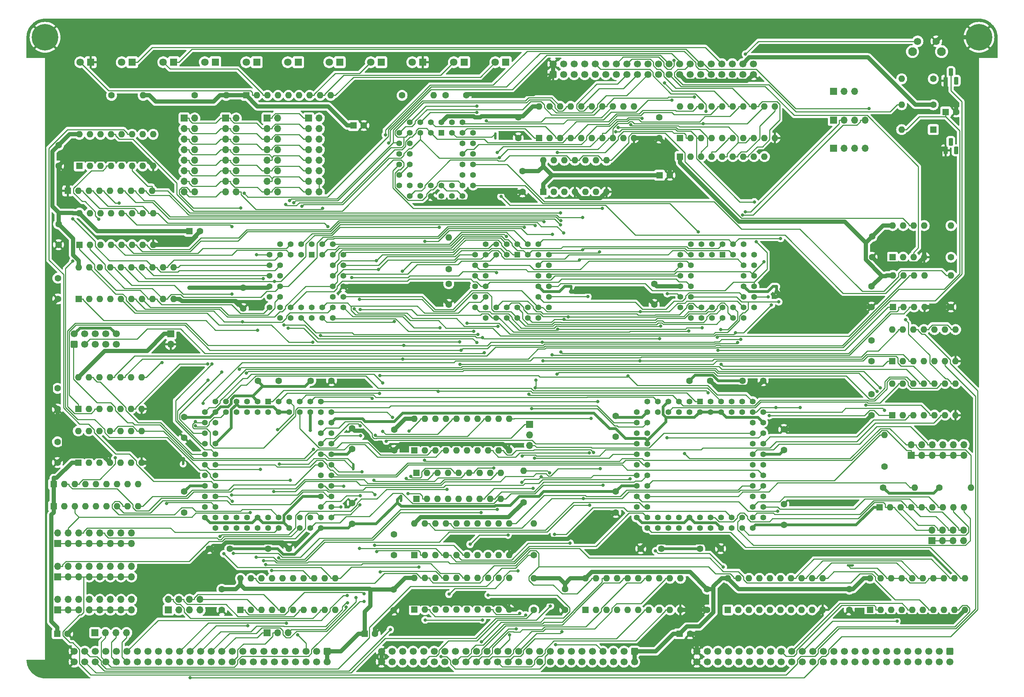
<source format=gbr>
%TF.GenerationSoftware,KiCad,Pcbnew,(6.0.11)*%
%TF.CreationDate,2023-11-15T19:52:26-05:00*%
%TF.ProjectId,Slick,536c6963-6b2e-46b6-9963-61645f706362,rev?*%
%TF.SameCoordinates,Original*%
%TF.FileFunction,Copper,L1,Top*%
%TF.FilePolarity,Positive*%
%FSLAX46Y46*%
G04 Gerber Fmt 4.6, Leading zero omitted, Abs format (unit mm)*
G04 Created by KiCad (PCBNEW (6.0.11)) date 2023-11-15 19:52:27*
%MOMM*%
%LPD*%
G01*
G04 APERTURE LIST*
G04 Aperture macros list*
%AMRoundRect*
0 Rectangle with rounded corners*
0 $1 Rounding radius*
0 $2 $3 $4 $5 $6 $7 $8 $9 X,Y pos of 4 corners*
0 Add a 4 corners polygon primitive as box body*
4,1,4,$2,$3,$4,$5,$6,$7,$8,$9,$2,$3,0*
0 Add four circle primitives for the rounded corners*
1,1,$1+$1,$2,$3*
1,1,$1+$1,$4,$5*
1,1,$1+$1,$6,$7*
1,1,$1+$1,$8,$9*
0 Add four rect primitives between the rounded corners*
20,1,$1+$1,$2,$3,$4,$5,0*
20,1,$1+$1,$4,$5,$6,$7,0*
20,1,$1+$1,$6,$7,$8,$9,0*
20,1,$1+$1,$8,$9,$2,$3,0*%
G04 Aperture macros list end*
%TA.AperFunction,ComponentPad*%
%ADD10RoundRect,0.250000X-0.600000X0.600000X-0.600000X-0.600000X0.600000X-0.600000X0.600000X0.600000X0*%
%TD*%
%TA.AperFunction,ComponentPad*%
%ADD11C,1.700000*%
%TD*%
%TA.AperFunction,ComponentPad*%
%ADD12C,1.600000*%
%TD*%
%TA.AperFunction,ComponentPad*%
%ADD13R,1.600000X1.600000*%
%TD*%
%TA.AperFunction,ComponentPad*%
%ADD14R,1.800000X1.800000*%
%TD*%
%TA.AperFunction,ComponentPad*%
%ADD15C,1.800000*%
%TD*%
%TA.AperFunction,ComponentPad*%
%ADD16O,1.600000X1.600000*%
%TD*%
%TA.AperFunction,ComponentPad*%
%ADD17C,6.400000*%
%TD*%
%TA.AperFunction,ComponentPad*%
%ADD18R,1.700000X1.700000*%
%TD*%
%TA.AperFunction,ComponentPad*%
%ADD19O,1.700000X1.700000*%
%TD*%
%TA.AperFunction,ComponentPad*%
%ADD20R,1.422400X1.422400*%
%TD*%
%TA.AperFunction,ComponentPad*%
%ADD21C,1.422400*%
%TD*%
%TA.AperFunction,ComponentPad*%
%ADD22RoundRect,0.250000X0.600000X-0.600000X0.600000X0.600000X-0.600000X0.600000X-0.600000X-0.600000X0*%
%TD*%
%TA.AperFunction,ComponentPad*%
%ADD23C,2.100000*%
%TD*%
%TA.AperFunction,ComponentPad*%
%ADD24C,1.750000*%
%TD*%
%TA.AperFunction,ComponentPad*%
%ADD25C,0.600000*%
%TD*%
%TA.AperFunction,ComponentPad*%
%ADD26R,1.100000X1.800000*%
%TD*%
%TA.AperFunction,ComponentPad*%
%ADD27RoundRect,0.275000X-0.275000X-0.625000X0.275000X-0.625000X0.275000X0.625000X-0.275000X0.625000X0*%
%TD*%
%TA.AperFunction,ViaPad*%
%ADD28C,0.800000*%
%TD*%
%TA.AperFunction,Conductor*%
%ADD29C,0.250000*%
%TD*%
%TA.AperFunction,Conductor*%
%ADD30C,0.700000*%
%TD*%
%TA.AperFunction,Conductor*%
%ADD31C,1.000000*%
%TD*%
G04 APERTURE END LIST*
%TO.C,NT2*%
G36*
X216550000Y-136250000D02*
G01*
X215950000Y-136250000D01*
X215950000Y-135050000D01*
X216550000Y-135050000D01*
X216550000Y-136250000D01*
G37*
%TO.C,NT4*%
G36*
X234600000Y-202550000D02*
G01*
X233400000Y-202550000D01*
X233400000Y-201950000D01*
X234600000Y-201950000D01*
X234600000Y-202550000D01*
G37*
%TO.C,NT5*%
G36*
X114550000Y-179100000D02*
G01*
X113950000Y-179100000D01*
X113950000Y-177900000D01*
X114550000Y-177900000D01*
X114550000Y-179100000D01*
G37*
%TO.C,NT3*%
G36*
X148800000Y-99350000D02*
G01*
X148200000Y-99350000D01*
X148200000Y-98150000D01*
X148800000Y-98150000D01*
X148800000Y-99350000D01*
G37*
%TO.C,NT1*%
G36*
X167050000Y-136250000D02*
G01*
X166450000Y-136250000D01*
X166450000Y-135050000D01*
X167050000Y-135050000D01*
X167050000Y-136250000D01*
G37*
%TO.C,NT7*%
G36*
X126050000Y-186750000D02*
G01*
X125450000Y-186750000D01*
X125450000Y-185550000D01*
X126050000Y-185550000D01*
X126050000Y-186750000D01*
G37*
%TO.C,NT6*%
G36*
X73550000Y-177850000D02*
G01*
X72950000Y-177850000D01*
X72950000Y-176650000D01*
X73550000Y-176650000D01*
X73550000Y-177850000D01*
G37*
%TD*%
D10*
%TO.P,P1,1,Pin_1*%
%TO.N,VCC*%
X108000000Y-223000000D03*
D11*
%TO.P,P1,2,Pin_2*%
X108000000Y-225540000D03*
%TO.P,P1,3,Pin_3*%
%TO.N,~{RD}*%
X105460000Y-223000000D03*
%TO.P,P1,4,Pin_4*%
%TO.N,/bus/E*%
X105460000Y-225540000D03*
%TO.P,P1,5,Pin_5*%
%TO.N,~{WR}*%
X102920000Y-223000000D03*
%TO.P,P1,6,Pin_6*%
%TO.N,/bus/ST*%
X102920000Y-225540000D03*
%TO.P,P1,7,Pin_7*%
%TO.N,~{IORQ}*%
X100380000Y-223000000D03*
%TO.P,P1,8,Pin_8*%
%TO.N,/bus/PHI*%
X100380000Y-225540000D03*
%TO.P,P1,9,Pin_9*%
%TO.N,~{MREQ}*%
X97840000Y-223000000D03*
%TO.P,P1,10,Pin_10*%
%TO.N,/bus/~{INT2}*%
X97840000Y-225540000D03*
%TO.P,P1,11,Pin_11*%
%TO.N,~{M1}*%
X95300000Y-223000000D03*
%TO.P,P1,12,Pin_12*%
%TO.N,/bus/~{INT1}*%
X95300000Y-225540000D03*
%TO.P,P1,13,Pin_13*%
%TO.N,~{BUSACK}*%
X92760000Y-223000000D03*
%TO.P,P1,14,Pin_14*%
%TO.N,/bus/CRUCLK*%
X92760000Y-225540000D03*
%TO.P,P1,15,Pin_15*%
%TO.N,CLK*%
X90220000Y-223000000D03*
%TO.P,P1,16,Pin_16*%
%TO.N,/bus/CRUOUT*%
X90220000Y-225540000D03*
%TO.P,P1,17,Pin_17*%
%TO.N,~{INT0}*%
X87680000Y-223000000D03*
%TO.P,P1,18,Pin_18*%
%TO.N,/bus/CRUIN*%
X87680000Y-225540000D03*
%TO.P,P1,19,Pin_19*%
%TO.N,~{NMI}*%
X85140000Y-223000000D03*
%TO.P,P1,20,Pin_20*%
%TO.N,~{RES-IN}*%
X85140000Y-225540000D03*
%TO.P,P1,21,Pin_21*%
%TO.N,~{RES-OUT}*%
X82600000Y-223000000D03*
%TO.P,P1,22,Pin_22*%
%TO.N,/bus/USER8*%
X82600000Y-225540000D03*
%TO.P,P1,23,Pin_23*%
%TO.N,~{BUSRQ}*%
X80060000Y-223000000D03*
%TO.P,P1,24,Pin_24*%
%TO.N,/bus/USER7*%
X80060000Y-225540000D03*
%TO.P,P1,25,Pin_25*%
%TO.N,~{WAIT}*%
X77520000Y-223000000D03*
%TO.P,P1,26,Pin_26*%
%TO.N,/bus/USER6*%
X77520000Y-225540000D03*
%TO.P,P1,27,Pin_27*%
%TO.N,~{HALT}*%
X74980000Y-223000000D03*
%TO.P,P1,28,Pin_28*%
%TO.N,/bus/USER5*%
X74980000Y-225540000D03*
%TO.P,P1,29,Pin_29*%
%TO.N,~{RFSH}*%
X72440000Y-223000000D03*
%TO.P,P1,30,Pin_30*%
%TO.N,/bus/USER4*%
X72440000Y-225540000D03*
%TO.P,P1,31,Pin_31*%
%TO.N,~{EIRQ7}*%
X69900000Y-223000000D03*
%TO.P,P1,32,Pin_32*%
%TO.N,/bus/USER3*%
X69900000Y-225540000D03*
%TO.P,P1,33,Pin_33*%
%TO.N,~{EIRQ6}*%
X67360000Y-223000000D03*
%TO.P,P1,34,Pin_34*%
%TO.N,/bus/USER2*%
X67360000Y-225540000D03*
%TO.P,P1,35,Pin_35*%
%TO.N,~{EIRQ5}*%
X64820000Y-223000000D03*
%TO.P,P1,36,Pin_36*%
%TO.N,/bus/USER1*%
X64820000Y-225540000D03*
%TO.P,P1,37,Pin_37*%
%TO.N,~{EIRQ4}*%
X62280000Y-223000000D03*
%TO.P,P1,38,Pin_38*%
%TO.N,/bus/USER0*%
X62280000Y-225540000D03*
%TO.P,P1,39,Pin_39*%
%TO.N,~{EIRQ3}*%
X59740000Y-223000000D03*
%TO.P,P1,40,Pin_40*%
%TO.N,~{BAI}*%
X59740000Y-225540000D03*
%TO.P,P1,41,Pin_41*%
%TO.N,~{EIRQ2}*%
X57200000Y-223000000D03*
%TO.P,P1,42,Pin_42*%
%TO.N,~{BAO}*%
X57200000Y-225540000D03*
%TO.P,P1,43,Pin_43*%
%TO.N,~{EIRQ1}*%
X54660000Y-223000000D03*
%TO.P,P1,44,Pin_44*%
%TO.N,~{IEI}*%
X54660000Y-225540000D03*
%TO.P,P1,45,Pin_45*%
%TO.N,~{EIRQ0}*%
X52120000Y-223000000D03*
%TO.P,P1,46,Pin_46*%
%TO.N,~{IEO}*%
X52120000Y-225540000D03*
%TO.P,P1,47,Pin_47*%
%TO.N,I2C-SCL*%
X49580000Y-223000000D03*
%TO.P,P1,48,Pin_48*%
%TO.N,I2C-SDA*%
X49580000Y-225540000D03*
%TO.P,P1,49,Pin_49*%
%TO.N,GND*%
X47040000Y-223000000D03*
%TO.P,P1,50,Pin_50*%
X47040000Y-225540000D03*
%TD*%
D12*
%TO.P,C2,1*%
%TO.N,VCC*%
X165250000Y-208000000D03*
%TO.P,C2,2*%
%TO.N,GND*%
X165250000Y-213000000D03*
%TD*%
%TO.P,C3,1*%
%TO.N,VCC*%
X239125000Y-148050000D03*
%TO.P,C3,2*%
%TO.N,GND*%
X239125000Y-153050000D03*
%TD*%
%TO.P,C5,1*%
%TO.N,VCC*%
X124100000Y-169550000D03*
%TO.P,C5,2*%
%TO.N,GND*%
X124100000Y-174550000D03*
%TD*%
%TO.P,C8,1*%
%TO.N,VCC*%
X199500000Y-208000000D03*
%TO.P,C8,2*%
%TO.N,GND*%
X199500000Y-213000000D03*
%TD*%
%TO.P,C10,1*%
%TO.N,VCC*%
X42995000Y-159600000D03*
%TO.P,C10,2*%
%TO.N,GND*%
X42995000Y-164600000D03*
%TD*%
%TO.P,C14,1*%
%TO.N,VCC*%
X239250000Y-123000000D03*
%TO.P,C14,2*%
%TO.N,GND*%
X239250000Y-128000000D03*
%TD*%
%TO.P,C15,1*%
%TO.N,VCC*%
X137250000Y-134400000D03*
%TO.P,C15,2*%
%TO.N,GND*%
X137250000Y-139400000D03*
%TD*%
D13*
%TO.P,C25,1*%
%TO.N,VCC*%
X42929600Y-218750000D03*
D12*
%TO.P,C25,2*%
%TO.N,GND*%
X45429600Y-218750000D03*
%TD*%
D13*
%TO.P,C26,1*%
%TO.N,VCC*%
X74794900Y-121750000D03*
D12*
%TO.P,C26,2*%
%TO.N,GND*%
X77294900Y-121750000D03*
%TD*%
%TO.P,C17,1*%
%TO.N,VCC*%
X87750000Y-135390000D03*
%TO.P,C17,2*%
%TO.N,GND*%
X87750000Y-140390000D03*
%TD*%
%TO.P,C20,1*%
%TO.N,VCC*%
X124000000Y-208050000D03*
%TO.P,C20,2*%
%TO.N,GND*%
X124000000Y-213050000D03*
%TD*%
D13*
%TO.P,C27,1*%
%TO.N,VCC*%
X117000000Y-218750000D03*
D12*
%TO.P,C27,2*%
%TO.N,GND*%
X119500000Y-218750000D03*
%TD*%
D13*
%TO.P,C28,1*%
%TO.N,VCC*%
X192884700Y-218750000D03*
D12*
%TO.P,C28,2*%
%TO.N,GND*%
X195384700Y-218750000D03*
%TD*%
D13*
%TO.P,C29,1*%
%TO.N,VCC*%
X188044900Y-108250000D03*
D12*
%TO.P,C29,2*%
%TO.N,GND*%
X190544900Y-108250000D03*
%TD*%
D14*
%TO.P,D4,1,K*%
%TO.N,Net-(D4-Pad1)*%
X81000000Y-81000000D03*
D15*
%TO.P,D4,2,A*%
%TO.N,Net-(D4-Pad2)*%
X78460000Y-81000000D03*
%TD*%
D14*
%TO.P,D5,1,K*%
%TO.N,~{WAIT-EN}*%
X61000000Y-81000000D03*
D15*
%TO.P,D5,2,A*%
%TO.N,Net-(D5-Pad2)*%
X58460000Y-81000000D03*
%TD*%
D14*
%TO.P,D6,1,K*%
%TO.N,~{INT0-EN}*%
X71000000Y-81000000D03*
D15*
%TO.P,D6,2,A*%
%TO.N,470B*%
X68460000Y-81000000D03*
%TD*%
D14*
%TO.P,D1,1,K*%
%TO.N,Net-(D1-Pad1)*%
X91000000Y-81000000D03*
D15*
%TO.P,D1,2,A*%
%TO.N,470C*%
X88460000Y-81000000D03*
%TD*%
D14*
%TO.P,D2,1,K*%
%TO.N,Net-(D2-Pad1)*%
X101000000Y-81000000D03*
D15*
%TO.P,D2,2,A*%
%TO.N,470D*%
X98460000Y-81000000D03*
%TD*%
D12*
%TO.P,R5,1*%
%TO.N,Net-(D4-Pad2)*%
X76000000Y-89000000D03*
D16*
%TO.P,R5,2*%
%TO.N,VCC*%
X83620000Y-89000000D03*
%TD*%
D12*
%TO.P,R6,1*%
%TO.N,Net-(D5-Pad2)*%
X56000000Y-89000000D03*
D16*
%TO.P,R6,2*%
%TO.N,VCC*%
X63620000Y-89000000D03*
%TD*%
D13*
%TO.P,RN2,1,common*%
%TO.N,/CPLDs/VCC-CPLD*%
X241015000Y-188250000D03*
D16*
%TO.P,RN2,2,R1*%
%TO.N,R7*%
X243555000Y-188250000D03*
%TO.P,RN2,3,R2*%
%TO.N,R6*%
X246095000Y-188250000D03*
%TO.P,RN2,4,R3*%
%TO.N,R5*%
X248635000Y-188250000D03*
%TO.P,RN2,5,R4*%
%TO.N,R4*%
X251175000Y-188250000D03*
%TO.P,RN2,6,R5*%
%TO.N,Q5*%
X253715000Y-188250000D03*
%TO.P,RN2,7,R6*%
%TO.N,Q4*%
X256255000Y-188250000D03*
%TO.P,RN2,8,R7*%
%TO.N,Q3*%
X258795000Y-188250000D03*
%TO.P,RN2,9,R8*%
%TO.N,Q2*%
X261335000Y-188250000D03*
%TD*%
D13*
%TO.P,U4,1*%
%TO.N,~{DMA-INT-PULSE2}*%
X47995000Y-164550000D03*
D16*
%TO.P,U4,2*%
%TO.N,~{TEND1}*%
X50535000Y-164550000D03*
%TO.P,U4,3*%
%TO.N,~{DMA-INT-PULSE1}*%
X53075000Y-164550000D03*
%TO.P,U4,4*%
%TO.N,~{TEND0}*%
X55615000Y-164550000D03*
%TO.P,U4,5*%
%TO.N,~{NMI}*%
X58155000Y-164550000D03*
%TO.P,U4,6*%
%TO.N,Net-(D4-Pad1)*%
X60695000Y-164550000D03*
%TO.P,U4,7,GND*%
%TO.N,GND*%
X63235000Y-164550000D03*
%TO.P,U4,8*%
%TO.N,~{INT0-EN}*%
X63235000Y-156930000D03*
%TO.P,U4,9*%
%TO.N,~{IM2-INT}*%
X60695000Y-156930000D03*
%TO.P,U4,10*%
%TO.N,~{RES-OUT}*%
X58155000Y-156930000D03*
%TO.P,U4,11*%
%TO.N,10KA*%
X55615000Y-156930000D03*
%TO.P,U4,12*%
%TO.N,~{WAIT-EN}*%
X53075000Y-156930000D03*
%TO.P,U4,13*%
%TO.N,READY*%
X50535000Y-156930000D03*
%TO.P,U4,14,VCC*%
%TO.N,VCC*%
X47995000Y-156930000D03*
%TD*%
D13*
%TO.P,U5,1,OEa*%
%TO.N,~{BUS-EN}*%
X128975000Y-212950000D03*
D16*
%TO.P,U5,2,I0a*%
%TO.N,CPU-A8*%
X131515000Y-212950000D03*
%TO.P,U5,3,O3b*%
%TO.N,A15*%
X134055000Y-212950000D03*
%TO.P,U5,4,I1a*%
%TO.N,CPU-A9*%
X136595000Y-212950000D03*
%TO.P,U5,5,O2b*%
%TO.N,A14*%
X139135000Y-212950000D03*
%TO.P,U5,6,I2a*%
%TO.N,CPU-A10*%
X141675000Y-212950000D03*
%TO.P,U5,7,O1b*%
%TO.N,A13*%
X144215000Y-212950000D03*
%TO.P,U5,8,I3a*%
%TO.N,CPU-A11*%
X146755000Y-212950000D03*
%TO.P,U5,9,O0b*%
%TO.N,A12*%
X149295000Y-212950000D03*
%TO.P,U5,10,GND*%
%TO.N,GND*%
X151835000Y-212950000D03*
%TO.P,U5,11,I0b*%
%TO.N,CPU-A12*%
X151835000Y-205330000D03*
%TO.P,U5,12,O3a*%
%TO.N,A11*%
X149295000Y-205330000D03*
%TO.P,U5,13,I1b*%
%TO.N,CPU-A13*%
X146755000Y-205330000D03*
%TO.P,U5,14,O2a*%
%TO.N,A10*%
X144215000Y-205330000D03*
%TO.P,U5,15,I2b*%
%TO.N,SEL-A14*%
X141675000Y-205330000D03*
%TO.P,U5,16,O1a*%
%TO.N,A9*%
X139135000Y-205330000D03*
%TO.P,U5,17,I3b*%
%TO.N,SEL-A15*%
X136595000Y-205330000D03*
%TO.P,U5,18,O0a*%
%TO.N,A8*%
X134055000Y-205330000D03*
%TO.P,U5,19,OEb*%
%TO.N,~{BUS-EN}*%
X131515000Y-205330000D03*
%TO.P,U5,20,VCC*%
%TO.N,VCC*%
X128975000Y-205330000D03*
%TD*%
D13*
%TO.P,U6,1,OEa*%
%TO.N,ZERO*%
X128975000Y-174550000D03*
D16*
%TO.P,U6,2,I0a*%
%TO.N,~{RES-OUT}*%
X131515000Y-174550000D03*
%TO.P,U6,3,O3b*%
%TO.N,~{DMA-IEI1}*%
X134055000Y-174550000D03*
%TO.P,U6,4,I1a*%
%TO.N,RAW-CLK*%
X136595000Y-174550000D03*
%TO.P,U6,5,O2b*%
%TO.N,unconnected-(U6-Pad5)*%
X139135000Y-174550000D03*
%TO.P,U6,6,I2a*%
%TO.N,~{NMI}*%
X141675000Y-174550000D03*
%TO.P,U6,7,O1b*%
%TO.N,~{CPU-BUSRQ}*%
X144215000Y-174550000D03*
%TO.P,U6,8,I3a*%
%TO.N,~{INT0}*%
X146755000Y-174550000D03*
%TO.P,U6,9,O0b*%
%TO.N,~{CPU-WAIT}*%
X149295000Y-174550000D03*
%TO.P,U6,10,GND*%
%TO.N,GND*%
X151835000Y-174550000D03*
%TO.P,U6,11,I0b*%
%TO.N,~{WAIT}*%
X151835000Y-166930000D03*
%TO.P,U6,12,O3a*%
%TO.N,~{CPU-INT}*%
X149295000Y-166930000D03*
%TO.P,U6,13,I1b*%
%TO.N,~{BUSRQ}*%
X146755000Y-166930000D03*
%TO.P,U6,14,O2a*%
%TO.N,~{CPU-NMI}*%
X144215000Y-166930000D03*
%TO.P,U6,15,I2b*%
%TO.N,unconnected-(U6-Pad15)*%
X141675000Y-166930000D03*
%TO.P,U6,16,O1a*%
%TO.N,CLK*%
X139135000Y-166930000D03*
%TO.P,U6,17,I3b*%
%TO.N,~{IEI}*%
X136595000Y-166930000D03*
%TO.P,U6,18,O0a*%
%TO.N,~{CPU-RESET}*%
X134055000Y-166930000D03*
%TO.P,U6,19,OEb*%
%TO.N,ZERO*%
X131515000Y-166930000D03*
%TO.P,U6,20,VCC*%
%TO.N,VCC*%
X128975000Y-166930000D03*
%TD*%
D13*
%TO.P,U8,1,A->B*%
%TO.N,DATA-DIR*%
X204500000Y-213000000D03*
D16*
%TO.P,U8,2,A0*%
%TO.N,CPU-D0*%
X207040000Y-213000000D03*
%TO.P,U8,3,A1*%
%TO.N,CPU-D1*%
X209580000Y-213000000D03*
%TO.P,U8,4,A2*%
%TO.N,CPU-D2*%
X212120000Y-213000000D03*
%TO.P,U8,5,A3*%
%TO.N,CPU-D3*%
X214660000Y-213000000D03*
%TO.P,U8,6,A4*%
%TO.N,CPU-D4*%
X217200000Y-213000000D03*
%TO.P,U8,7,A5*%
%TO.N,CPU-D5*%
X219740000Y-213000000D03*
%TO.P,U8,8,A6*%
%TO.N,CPU-D6*%
X222280000Y-213000000D03*
%TO.P,U8,9,A7*%
%TO.N,CPU-D7*%
X224820000Y-213000000D03*
%TO.P,U8,10,GND*%
%TO.N,GND*%
X227360000Y-213000000D03*
%TO.P,U8,11,B7*%
%TO.N,D7*%
X227360000Y-205380000D03*
%TO.P,U8,12,B6*%
%TO.N,D6*%
X224820000Y-205380000D03*
%TO.P,U8,13,B5*%
%TO.N,D5*%
X222280000Y-205380000D03*
%TO.P,U8,14,B4*%
%TO.N,D4*%
X219740000Y-205380000D03*
%TO.P,U8,15,B3*%
%TO.N,D3*%
X217200000Y-205380000D03*
%TO.P,U8,16,B2*%
%TO.N,D2*%
X214660000Y-205380000D03*
%TO.P,U8,17,B1*%
%TO.N,D1*%
X212120000Y-205380000D03*
%TO.P,U8,18,B0*%
%TO.N,D0*%
X209580000Y-205380000D03*
%TO.P,U8,19,CE*%
%TO.N,~{BUS-EN}*%
X207040000Y-205380000D03*
%TO.P,U8,20,VCC*%
%TO.N,VCC*%
X204500000Y-205380000D03*
%TD*%
D13*
%TO.P,U1,1,OEa*%
%TO.N,~{BUS-EN}*%
X128975000Y-199800000D03*
D16*
%TO.P,U1,2,I0a*%
%TO.N,CPU-A0*%
X131515000Y-199800000D03*
%TO.P,U1,3,O3b*%
%TO.N,A7*%
X134055000Y-199800000D03*
%TO.P,U1,4,I1a*%
%TO.N,CPU-A1*%
X136595000Y-199800000D03*
%TO.P,U1,5,O2b*%
%TO.N,A6*%
X139135000Y-199800000D03*
%TO.P,U1,6,I2a*%
%TO.N,CPU-A2*%
X141675000Y-199800000D03*
%TO.P,U1,7,O1b*%
%TO.N,A5*%
X144215000Y-199800000D03*
%TO.P,U1,8,I3a*%
%TO.N,CPU-A3*%
X146755000Y-199800000D03*
%TO.P,U1,9,O0b*%
%TO.N,A4*%
X149295000Y-199800000D03*
%TO.P,U1,10,GND*%
%TO.N,GND*%
X151835000Y-199800000D03*
%TO.P,U1,11,I0b*%
%TO.N,CPU-A4*%
X151835000Y-192180000D03*
%TO.P,U1,12,O3a*%
%TO.N,A3*%
X149295000Y-192180000D03*
%TO.P,U1,13,I1b*%
%TO.N,CPU-A5*%
X146755000Y-192180000D03*
%TO.P,U1,14,O2a*%
%TO.N,A2*%
X144215000Y-192180000D03*
%TO.P,U1,15,I2b*%
%TO.N,CPU-A6*%
X141675000Y-192180000D03*
%TO.P,U1,16,O1a*%
%TO.N,A1*%
X139135000Y-192180000D03*
%TO.P,U1,17,I3b*%
%TO.N,CPU-A7*%
X136595000Y-192180000D03*
%TO.P,U1,18,O0a*%
%TO.N,A0*%
X134055000Y-192180000D03*
%TO.P,U1,19,OEb*%
%TO.N,~{BUS-EN}*%
X131515000Y-192180000D03*
%TO.P,U1,20,VCC*%
%TO.N,VCC*%
X128975000Y-192180000D03*
%TD*%
D10*
%TO.P,P2,1,Pin_1*%
%TO.N,VCC*%
X182000000Y-223000000D03*
D11*
%TO.P,P2,2,Pin_2*%
X182000000Y-225540000D03*
%TO.P,P2,3,Pin_3*%
%TO.N,A15*%
X179460000Y-223000000D03*
%TO.P,P2,4,Pin_4*%
%TO.N,/bus/A31*%
X179460000Y-225540000D03*
%TO.P,P2,5,Pin_5*%
%TO.N,A14*%
X176920000Y-223000000D03*
%TO.P,P2,6,Pin_6*%
%TO.N,/bus/A30*%
X176920000Y-225540000D03*
%TO.P,P2,7,Pin_7*%
%TO.N,A13*%
X174380000Y-223000000D03*
%TO.P,P2,8,Pin_8*%
%TO.N,/bus/A29*%
X174380000Y-225540000D03*
%TO.P,P2,9,Pin_9*%
%TO.N,A12*%
X171840000Y-223000000D03*
%TO.P,P2,10,Pin_10*%
%TO.N,/bus/A28*%
X171840000Y-225540000D03*
%TO.P,P2,11,Pin_11*%
%TO.N,A11*%
X169300000Y-223000000D03*
%TO.P,P2,12,Pin_12*%
%TO.N,/bus/A27*%
X169300000Y-225540000D03*
%TO.P,P2,13,Pin_13*%
%TO.N,A10*%
X166760000Y-223000000D03*
%TO.P,P2,14,Pin_14*%
%TO.N,/bus/A26*%
X166760000Y-225540000D03*
%TO.P,P2,15,Pin_15*%
%TO.N,A9*%
X164220000Y-223000000D03*
%TO.P,P2,16,Pin_16*%
%TO.N,/bus/A25*%
X164220000Y-225540000D03*
%TO.P,P2,17,Pin_17*%
%TO.N,A8*%
X161680000Y-223000000D03*
%TO.P,P2,18,Pin_18*%
%TO.N,/bus/A24*%
X161680000Y-225540000D03*
%TO.P,P2,19,Pin_19*%
%TO.N,+12V*%
X159140000Y-223000000D03*
%TO.P,P2,20,Pin_20*%
X159140000Y-225540000D03*
%TO.P,P2,21,Pin_21*%
%TO.N,A7*%
X156600000Y-223000000D03*
%TO.P,P2,22,Pin_22*%
%TO.N,/bus/A23*%
X156600000Y-225540000D03*
%TO.P,P2,23,Pin_23*%
%TO.N,A6*%
X154060000Y-223000000D03*
%TO.P,P2,24,Pin_24*%
%TO.N,/bus/A22*%
X154060000Y-225540000D03*
%TO.P,P2,25,Pin_25*%
%TO.N,A5*%
X151520000Y-223000000D03*
%TO.P,P2,26,Pin_26*%
%TO.N,A21*%
X151520000Y-225540000D03*
%TO.P,P2,27,Pin_27*%
%TO.N,A4*%
X148980000Y-223000000D03*
%TO.P,P2,28,Pin_28*%
%TO.N,A20*%
X148980000Y-225540000D03*
%TO.P,P2,29,Pin_29*%
%TO.N,A3*%
X146440000Y-223000000D03*
%TO.P,P2,30,Pin_30*%
%TO.N,A19*%
X146440000Y-225540000D03*
%TO.P,P2,31,Pin_31*%
%TO.N,A2*%
X143900000Y-223000000D03*
%TO.P,P2,32,Pin_32*%
%TO.N,A18*%
X143900000Y-225540000D03*
%TO.P,P2,33,Pin_33*%
%TO.N,A1*%
X141360000Y-223000000D03*
%TO.P,P2,34,Pin_34*%
%TO.N,A17*%
X141360000Y-225540000D03*
%TO.P,P2,35,Pin_35*%
%TO.N,A0*%
X138820000Y-223000000D03*
%TO.P,P2,36,Pin_36*%
%TO.N,A16*%
X138820000Y-225540000D03*
%TO.P,P2,37,Pin_37*%
%TO.N,-12V*%
X136280000Y-223000000D03*
%TO.P,P2,38,Pin_38*%
X136280000Y-225540000D03*
%TO.P,P2,39,Pin_39*%
%TO.N,/bus/IC3*%
X133740000Y-223000000D03*
%TO.P,P2,40,Pin_40*%
%TO.N,~{TEND1}*%
X133740000Y-225540000D03*
%TO.P,P2,41,Pin_41*%
%TO.N,/bus/IC2*%
X131200000Y-223000000D03*
%TO.P,P2,42,Pin_42*%
%TO.N,~{DREQ1}*%
X131200000Y-225540000D03*
%TO.P,P2,43,Pin_43*%
%TO.N,/bus/IC1*%
X128660000Y-223000000D03*
%TO.P,P2,44,Pin_44*%
%TO.N,~{TEND0}*%
X128660000Y-225540000D03*
%TO.P,P2,45,Pin_45*%
%TO.N,/bus/IC0*%
X126120000Y-223000000D03*
%TO.P,P2,46,Pin_46*%
%TO.N,~{DREQ0}*%
X126120000Y-225540000D03*
%TO.P,P2,47,Pin_47*%
%TO.N,/bus/AUXCLK1*%
X123580000Y-223000000D03*
%TO.P,P2,48,Pin_48*%
%TO.N,/bus/AUXCLK0*%
X123580000Y-225540000D03*
%TO.P,P2,49,Pin_49*%
%TO.N,GND*%
X121040000Y-223000000D03*
%TO.P,P2,50,Pin_50*%
X121040000Y-225540000D03*
%TD*%
D17*
%TO.P,H2,1,1*%
%TO.N,GND*%
X265000000Y-75000000D03*
%TD*%
D13*
%TO.P,RN1,1,common*%
%TO.N,VCC*%
X129500000Y-180000000D03*
D16*
%TO.P,RN1,2,R1*%
%TO.N,~{RES-OUT}*%
X132040000Y-180000000D03*
%TO.P,RN1,3,R2*%
%TO.N,~{IEI}*%
X134580000Y-180000000D03*
%TO.P,RN1,4,R3*%
%TO.N,~{NMI}*%
X137120000Y-180000000D03*
%TO.P,RN1,5,R4*%
%TO.N,~{INT0}*%
X139660000Y-180000000D03*
%TO.P,RN1,6,R5*%
%TO.N,~{WAIT}*%
X142200000Y-180000000D03*
%TO.P,RN1,7,R6*%
%TO.N,unconnected-(RN1-Pad7)*%
X144740000Y-180000000D03*
%TO.P,RN1,8,R7*%
%TO.N,~{CPU-IORQ}*%
X147280000Y-180000000D03*
%TO.P,RN1,9,R8*%
%TO.N,~{BAO}*%
X149820000Y-180000000D03*
%TD*%
D13*
%TO.P,U11,1,OEa*%
%TO.N,ZERO*%
X87075000Y-213025000D03*
D16*
%TO.P,U11,2,I0a*%
%TO.N,~{DMA-BAO2}*%
X89615000Y-213025000D03*
%TO.P,U11,3,O3b*%
%TO.N,~{RD}*%
X92155000Y-213025000D03*
%TO.P,U11,4,I1a*%
%TO.N,~{CPU-HALT}*%
X94695000Y-213025000D03*
%TO.P,U11,5,O2b*%
%TO.N,~{WR}*%
X97235000Y-213025000D03*
%TO.P,U11,6,I2a*%
%TO.N,~{CPU-RFSH}*%
X99775000Y-213025000D03*
%TO.P,U11,7,O1b*%
%TO.N,~{MREQ}*%
X102315000Y-213025000D03*
%TO.P,U11,8,I3a*%
%TO.N,~{CPU-M1}*%
X104855000Y-213025000D03*
%TO.P,U11,9,O0b*%
%TO.N,~{IORQ}*%
X107395000Y-213025000D03*
%TO.P,U11,10,GND*%
%TO.N,GND*%
X109935000Y-213025000D03*
%TO.P,U11,11,I0b*%
%TO.N,~{CPU-IORQ}*%
X109935000Y-205405000D03*
%TO.P,U11,12,O3a*%
%TO.N,~{M1}*%
X107395000Y-205405000D03*
%TO.P,U11,13,I1b*%
%TO.N,~{CPU-MREQ}*%
X104855000Y-205405000D03*
%TO.P,U11,14,O2a*%
%TO.N,~{RFSH}*%
X102315000Y-205405000D03*
%TO.P,U11,15,I2b*%
%TO.N,~{CPU-WR}*%
X99775000Y-205405000D03*
%TO.P,U11,16,O1a*%
%TO.N,~{HALT}*%
X97235000Y-205405000D03*
%TO.P,U11,17,I3b*%
%TO.N,~{CPU-RD}*%
X94695000Y-205405000D03*
%TO.P,U11,18,O0a*%
%TO.N,~{BUSACK}*%
X92155000Y-205405000D03*
%TO.P,U11,19,OEb*%
%TO.N,~{BUS-EN}*%
X89615000Y-205405000D03*
%TO.P,U11,20,VCC*%
%TO.N,VCC*%
X87075000Y-205405000D03*
%TD*%
D13*
%TO.P,U16,1,OE*%
%TO.N,~{IM2-EN-OE}*%
X238750000Y-213000000D03*
D16*
%TO.P,U16,2,O0*%
%TO.N,D0*%
X241290000Y-213000000D03*
%TO.P,U16,3,D0*%
%TO.N,ZERO*%
X243830000Y-213000000D03*
%TO.P,U16,4,D1*%
%TO.N,IM2-S0*%
X246370000Y-213000000D03*
%TO.P,U16,5,O1*%
%TO.N,D1*%
X248910000Y-213000000D03*
%TO.P,U16,6,O2*%
%TO.N,D2*%
X251450000Y-213000000D03*
%TO.P,U16,7,D2*%
%TO.N,IM2-S1*%
X253990000Y-213000000D03*
%TO.P,U16,8,D3*%
%TO.N,IM2-S2*%
X256530000Y-213000000D03*
%TO.P,U16,9,O3*%
%TO.N,D3*%
X259070000Y-213000000D03*
%TO.P,U16,10,GND*%
%TO.N,GND*%
X261610000Y-213000000D03*
%TO.P,U16,11,LE*%
%TO.N,~{CPU-M1}*%
X261610000Y-205380000D03*
%TO.P,U16,12,O4*%
%TO.N,D4*%
X259070000Y-205380000D03*
%TO.P,U16,13,D4*%
%TO.N,ZERO*%
X256530000Y-205380000D03*
%TO.P,U16,14,D5*%
X253990000Y-205380000D03*
%TO.P,U16,15,O5*%
%TO.N,D5*%
X251450000Y-205380000D03*
%TO.P,U16,16,O6*%
%TO.N,D6*%
X248910000Y-205380000D03*
%TO.P,U16,17,D6*%
%TO.N,ZERO*%
X246370000Y-205380000D03*
%TO.P,U16,18,D7*%
X243830000Y-205380000D03*
%TO.P,U16,19,O7*%
%TO.N,D7*%
X241290000Y-205380000D03*
%TO.P,U16,20,VCC*%
%TO.N,VCC*%
X238750000Y-205380000D03*
%TD*%
D18*
%TO.P,J3,1,Pin_1*%
%TO.N,1WS*%
X83500000Y-94500000D03*
D19*
%TO.P,J3,2,Pin_2*%
%TO.N,WS-IORD*%
X86040000Y-94500000D03*
%TO.P,J3,3,Pin_3*%
%TO.N,2WS*%
X83500000Y-97040000D03*
%TO.P,J3,4,Pin_4*%
%TO.N,WS-IORD*%
X86040000Y-97040000D03*
%TO.P,J3,5,Pin_5*%
%TO.N,3WS*%
X83500000Y-99580000D03*
%TO.P,J3,6,Pin_6*%
%TO.N,WS-IORD*%
X86040000Y-99580000D03*
%TO.P,J3,7,Pin_7*%
%TO.N,4WS*%
X83500000Y-102120000D03*
%TO.P,J3,8,Pin_8*%
%TO.N,WS-IORD*%
X86040000Y-102120000D03*
%TO.P,J3,9,Pin_9*%
%TO.N,5WS*%
X83500000Y-104660000D03*
%TO.P,J3,10,Pin_10*%
%TO.N,WS-IORD*%
X86040000Y-104660000D03*
%TO.P,J3,11,Pin_11*%
%TO.N,6WS*%
X83500000Y-107200000D03*
%TO.P,J3,12,Pin_12*%
%TO.N,WS-IORD*%
X86040000Y-107200000D03*
%TO.P,J3,13,Pin_13*%
%TO.N,7WS*%
X83500000Y-109740000D03*
%TO.P,J3,14,Pin_14*%
%TO.N,WS-IORD*%
X86040000Y-109740000D03*
%TO.P,J3,15,Pin_15*%
%TO.N,8WS*%
X83500000Y-112280000D03*
%TO.P,J3,16,Pin_16*%
%TO.N,WS-IORD*%
X86040000Y-112280000D03*
%TD*%
D18*
%TO.P,J1,1,Pin_1*%
%TO.N,ONE*%
X103500000Y-94500000D03*
D19*
%TO.P,J1,2,Pin_2*%
%TO.N,WS-MEMRD*%
X106040000Y-94500000D03*
%TO.P,J1,3,Pin_3*%
%TO.N,1WS*%
X103500000Y-97040000D03*
%TO.P,J1,4,Pin_4*%
%TO.N,WS-MEMRD*%
X106040000Y-97040000D03*
%TO.P,J1,5,Pin_5*%
%TO.N,2WS*%
X103500000Y-99580000D03*
%TO.P,J1,6,Pin_6*%
%TO.N,WS-MEMRD*%
X106040000Y-99580000D03*
%TO.P,J1,7,Pin_7*%
%TO.N,3WS*%
X103500000Y-102120000D03*
%TO.P,J1,8,Pin_8*%
%TO.N,WS-MEMRD*%
X106040000Y-102120000D03*
%TO.P,J1,9,Pin_9*%
%TO.N,4WS*%
X103500000Y-104660000D03*
%TO.P,J1,10,Pin_10*%
%TO.N,WS-MEMRD*%
X106040000Y-104660000D03*
%TO.P,J1,11,Pin_11*%
%TO.N,5WS*%
X103500000Y-107200000D03*
%TO.P,J1,12,Pin_12*%
%TO.N,WS-MEMRD*%
X106040000Y-107200000D03*
%TO.P,J1,13,Pin_13*%
%TO.N,6WS*%
X103500000Y-109740000D03*
%TO.P,J1,14,Pin_14*%
%TO.N,WS-MEMRD*%
X106040000Y-109740000D03*
%TO.P,J1,15,Pin_15*%
%TO.N,7WS*%
X103500000Y-112280000D03*
%TO.P,J1,16,Pin_16*%
%TO.N,WS-MEMRD*%
X106040000Y-112280000D03*
%TD*%
D12*
%TO.P,C19,1*%
%TO.N,VCC*%
X42995000Y-172500000D03*
%TO.P,C19,2*%
%TO.N,GND*%
X42995000Y-177500000D03*
%TD*%
%TO.P,C16,1*%
%TO.N,VCC*%
X82575000Y-208025000D03*
%TO.P,C16,2*%
%TO.N,GND*%
X82575000Y-213025000D03*
%TD*%
D13*
%TO.P,U3,1,Pin_1*%
%TO.N,VCC*%
X47995000Y-177500000D03*
D16*
%TO.P,U3,2,Pin_2*%
%TO.N,unconnected-(U3-Pad2)*%
X50535000Y-177500000D03*
%TO.P,U3,3,Pin_3*%
%TO.N,unconnected-(U3-Pad3)*%
X53075000Y-177500000D03*
%TO.P,U3,4,Pin_4*%
%TO.N,GND*%
X55615000Y-177500000D03*
%TO.P,U3,5,Pin_5*%
%TO.N,unconnected-(U3-Pad5)*%
X58155000Y-177500000D03*
%TO.P,U3,6,Pin_6*%
%TO.N,unconnected-(U3-Pad6)*%
X60695000Y-177500000D03*
%TO.P,U3,7,Pin_7*%
%TO.N,GND*%
X63235000Y-177500000D03*
%TO.P,U3,8,Pin_8*%
%TO.N,RAW-CLK*%
X63235000Y-169880000D03*
%TO.P,U3,9,Pin_9*%
%TO.N,unconnected-(U3-Pad9)*%
X60695000Y-169880000D03*
%TO.P,U3,10,Pin_10*%
%TO.N,unconnected-(U3-Pad10)*%
X58155000Y-169880000D03*
%TO.P,U3,11,Pin_11*%
%TO.N,RAW-CLK*%
X55615000Y-169880000D03*
%TO.P,U3,12,Pin_12*%
%TO.N,unconnected-(U3-Pad12)*%
X53075000Y-169880000D03*
%TO.P,U3,13,Pin_13*%
%TO.N,unconnected-(U3-Pad13)*%
X50535000Y-169880000D03*
%TO.P,U3,14,Pin_14*%
%TO.N,VCC*%
X47995000Y-169880000D03*
%TD*%
D17*
%TO.P,H1,1,1*%
%TO.N,GND*%
X40000000Y-75000000D03*
%TD*%
D14*
%TO.P,D7,1,K*%
%TO.N,GND*%
X51000000Y-81000000D03*
D15*
%TO.P,D7,2,A*%
%TO.N,470A*%
X48460000Y-81000000D03*
%TD*%
D10*
%TO.P,P3,1,Pin_1*%
%TO.N,VCC*%
X258000000Y-223000000D03*
D11*
%TO.P,P3,2,Pin_2*%
X258000000Y-225540000D03*
%TO.P,P3,3,Pin_3*%
%TO.N,/bus/D15*%
X255460000Y-223000000D03*
%TO.P,P3,4,Pin_4*%
%TO.N,/bus/D31*%
X255460000Y-225540000D03*
%TO.P,P3,5,Pin_5*%
%TO.N,/bus/D14*%
X252920000Y-223000000D03*
%TO.P,P3,6,Pin_6*%
%TO.N,/bus/D30*%
X252920000Y-225540000D03*
%TO.P,P3,7,Pin_7*%
%TO.N,/bus/D13*%
X250380000Y-223000000D03*
%TO.P,P3,8,Pin_8*%
%TO.N,/bus/D29*%
X250380000Y-225540000D03*
%TO.P,P3,9,Pin_9*%
%TO.N,/bus/D12*%
X247840000Y-223000000D03*
%TO.P,P3,10,Pin_10*%
%TO.N,/bus/D28*%
X247840000Y-225540000D03*
%TO.P,P3,11,Pin_11*%
%TO.N,/bus/D11*%
X245300000Y-223000000D03*
%TO.P,P3,12,Pin_12*%
%TO.N,/bus/D27*%
X245300000Y-225540000D03*
%TO.P,P3,13,Pin_13*%
%TO.N,/bus/D10*%
X242760000Y-223000000D03*
%TO.P,P3,14,Pin_14*%
%TO.N,/bus/D26*%
X242760000Y-225540000D03*
%TO.P,P3,15,Pin_15*%
%TO.N,/bus/D9*%
X240220000Y-223000000D03*
%TO.P,P3,16,Pin_16*%
%TO.N,/bus/D25*%
X240220000Y-225540000D03*
%TO.P,P3,17,Pin_17*%
%TO.N,/bus/D8*%
X237680000Y-223000000D03*
%TO.P,P3,18,Pin_18*%
%TO.N,/bus/D24*%
X237680000Y-225540000D03*
%TO.P,P3,19,Pin_19*%
%TO.N,D7*%
X235140000Y-223000000D03*
%TO.P,P3,20,Pin_20*%
%TO.N,/bus/D23*%
X235140000Y-225540000D03*
%TO.P,P3,21,Pin_21*%
%TO.N,D6*%
X232600000Y-223000000D03*
%TO.P,P3,22,Pin_22*%
%TO.N,/bus/D22*%
X232600000Y-225540000D03*
%TO.P,P3,23,Pin_23*%
%TO.N,D5*%
X230060000Y-223000000D03*
%TO.P,P3,24,Pin_24*%
%TO.N,/bus/D21*%
X230060000Y-225540000D03*
%TO.P,P3,25,Pin_25*%
%TO.N,D4*%
X227520000Y-223000000D03*
%TO.P,P3,26,Pin_26*%
%TO.N,/bus/D20*%
X227520000Y-225540000D03*
%TO.P,P3,27,Pin_27*%
%TO.N,D3*%
X224980000Y-223000000D03*
%TO.P,P3,28,Pin_28*%
%TO.N,/bus/D19*%
X224980000Y-225540000D03*
%TO.P,P3,29,Pin_29*%
%TO.N,D2*%
X222440000Y-223000000D03*
%TO.P,P3,30,Pin_30*%
%TO.N,/bus/D18*%
X222440000Y-225540000D03*
%TO.P,P3,31,Pin_31*%
%TO.N,D1*%
X219900000Y-223000000D03*
%TO.P,P3,32,Pin_32*%
%TO.N,/bus/D17*%
X219900000Y-225540000D03*
%TO.P,P3,33,Pin_33*%
%TO.N,D0*%
X217360000Y-223000000D03*
%TO.P,P3,34,Pin_34*%
%TO.N,/bus/D16*%
X217360000Y-225540000D03*
%TO.P,P3,35,Pin_35*%
%TO.N,/bus/~{BUSERR}*%
X214820000Y-223000000D03*
%TO.P,P3,36,Pin_36*%
%TO.N,/bus/UDS*%
X214820000Y-225540000D03*
%TO.P,P3,37,Pin_37*%
%TO.N,/bus/~{VPA}*%
X212280000Y-223000000D03*
%TO.P,P3,38,Pin_38*%
%TO.N,/bus/LDS*%
X212280000Y-225540000D03*
%TO.P,P3,39,Pin_39*%
%TO.N,/bus/~{VMA}*%
X209740000Y-223000000D03*
%TO.P,P3,40,Pin_40*%
%TO.N,/bus/S2*%
X209740000Y-225540000D03*
%TO.P,P3,41,Pin_41*%
%TO.N,/bus/~{BHE}*%
X207200000Y-223000000D03*
%TO.P,P3,42,Pin_42*%
%TO.N,/bus/S1*%
X207200000Y-225540000D03*
%TO.P,P3,43,Pin_43*%
%TO.N,/bus/IPL2*%
X204660000Y-223000000D03*
%TO.P,P3,44,Pin_44*%
%TO.N,/bus/S0*%
X204660000Y-225540000D03*
%TO.P,P3,45,Pin_45*%
%TO.N,/bus/IPL1*%
X202120000Y-223000000D03*
%TO.P,P3,46,Pin_46*%
%TO.N,/bus/AUXCLK3*%
X202120000Y-225540000D03*
%TO.P,P3,47,Pin_47*%
%TO.N,/bus/IPL0*%
X199580000Y-223000000D03*
%TO.P,P3,48,Pin_48*%
%TO.N,/bus/AUXCLK2*%
X199580000Y-225540000D03*
%TO.P,P3,49,Pin_49*%
%TO.N,GND*%
X197040000Y-223000000D03*
%TO.P,P3,50,Pin_50*%
X197040000Y-225540000D03*
%TD*%
D20*
%TO.P,U13,1,GCLRn*%
%TO.N,~{CPU-RESET}*%
X197750000Y-162760000D03*
D21*
%TO.P,U13,2,OE2/GCLK2*%
%TO.N,GND-CPLD*%
X197750000Y-165300000D03*
%TO.P,U13,3,VCCINT*%
%TO.N,/CPLDs/VCC-CPLD*%
X195210000Y-162760000D03*
%TO.P,U13,4,I/O_16A*%
%TO.N,DATA-XFER*%
X195210000Y-165300000D03*
%TO.P,U13,5,I/O_14A*%
%TO.N,~{DMA-CS1}*%
X192670000Y-162760000D03*
%TO.P,U13,6,I/O_13A*%
%TO.N,~{CPU-IORQ}*%
X192670000Y-165300000D03*
%TO.P,U13,7,GNDIO*%
%TO.N,GND-CPLD*%
X190130000Y-162760000D03*
%TO.P,U13,8,I/O_11A*%
%TO.N,~{DMA-CS2}*%
X190130000Y-165300000D03*
%TO.P,U13,9,I/O_8A*%
%TO.N,~{FP-LATCH}*%
X187590000Y-162760000D03*
%TO.P,U13,10,I/O_6A*%
%TO.N,Q7*%
X187590000Y-165300000D03*
%TO.P,U13,11,I/O_5A*%
%TO.N,unconnected-(U13-Pad11)*%
X185050000Y-162760000D03*
%TO.P,U13,12,I/O_3A*%
%TO.N,unconnected-(U13-Pad12)*%
X182510000Y-165300000D03*
%TO.P,U13,13,VCCIO*%
%TO.N,/CPLDs/VCC-CPLD*%
X185050000Y-165300000D03*
%TO.P,U13,14,TDI-I/O_16B*%
%TO.N,TDI*%
X182510000Y-167840000D03*
%TO.P,U13,15,I/O_13B*%
%TO.N,~{DMA-RESET1}*%
X185050000Y-167840000D03*
%TO.P,U13,16,I/O_11B*%
%TO.N,~{DMA-RESET2}*%
X182510000Y-170380000D03*
%TO.P,U13,17,I/O_9B*%
%TO.N,DMA-RDY1*%
X185050000Y-170380000D03*
%TO.P,U13,18,I/O_8B*%
%TO.N,~{CS-UART}*%
X182510000Y-172920000D03*
%TO.P,U13,19,GNDIO*%
%TO.N,GND-CPLD*%
X185050000Y-172920000D03*
%TO.P,U13,20,I/O_5B*%
%TO.N,~{CS-MAP}*%
X182510000Y-175460000D03*
%TO.P,U13,21,I/O_3B*%
%TO.N,unconnected-(U13-Pad21)*%
X185050000Y-175460000D03*
%TO.P,U13,22,I/O_1B*%
%TO.N,DMA-RDY2*%
X182510000Y-178000000D03*
%TO.P,U13,23,TMS-I/O_16C*%
%TO.N,TMS*%
X185050000Y-178000000D03*
%TO.P,U13,24,I/O_14C*%
%TO.N,CPU-A5*%
X182510000Y-180540000D03*
%TO.P,U13,25,I/O_13C*%
%TO.N,~{DMA-BAO2}*%
X185050000Y-180540000D03*
%TO.P,U13,26,VCCIO*%
%TO.N,/CPLDs/VCC-CPLD*%
X182510000Y-183080000D03*
%TO.P,U13,27,I/O_11C*%
%TO.N,~{DREQ0}*%
X185050000Y-183080000D03*
%TO.P,U13,28,I/O_8C*%
%TO.N,CPU-D3*%
X182510000Y-185620000D03*
%TO.P,U13,29,I/O_6C*%
%TO.N,Q6*%
X185050000Y-185620000D03*
%TO.P,U13,30,I/O_5C*%
%TO.N,unconnected-(U13-Pad30)*%
X182510000Y-188160000D03*
%TO.P,U13,31,I/O_3C*%
%TO.N,~{BUS-EN}*%
X185050000Y-188160000D03*
%TO.P,U13,32,GNDIO*%
%TO.N,GND-CPLD*%
X182510000Y-190700000D03*
%TO.P,U13,33,I/O_16D*%
%TO.N,~{CPU-M1}*%
X185050000Y-193240000D03*
%TO.P,U13,34,I/O_13D*%
%TO.N,CPU-A1*%
X185050000Y-190700000D03*
%TO.P,U13,35,I/O_11D*%
%TO.N,unconnected-(U13-Pad35)*%
X187590000Y-193240000D03*
%TO.P,U13,36,I/O_9D*%
%TO.N,CPU-D0*%
X187590000Y-190700000D03*
%TO.P,U13,37,I/O_8D*%
%TO.N,~{CPU-WAIT}*%
X190130000Y-193240000D03*
%TO.P,U13,38,VCCIO*%
%TO.N,/CPLDs/VCC-CPLD*%
X190130000Y-190700000D03*
%TO.P,U13,39,I/O_5D*%
%TO.N,unconnected-(U13-Pad39)*%
X192670000Y-193240000D03*
%TO.P,U13,40,I/O_3D*%
%TO.N,unconnected-(U13-Pad40)*%
X192670000Y-190700000D03*
%TO.P,U13,41,I/O_1D*%
%TO.N,IO-SEL*%
X195210000Y-193240000D03*
%TO.P,U13,42,GNDINT*%
%TO.N,GND-CPLD*%
X195210000Y-190700000D03*
%TO.P,U13,43,VCCINT*%
%TO.N,/CPLDs/VCC-CPLD*%
X197750000Y-193240000D03*
%TO.P,U13,44,I/O_1E*%
%TO.N,unconnected-(U13-Pad44)*%
X197750000Y-190700000D03*
%TO.P,U13,45,I/O_3E*%
%TO.N,unconnected-(U13-Pad45)*%
X200290000Y-193240000D03*
%TO.P,U13,46,I/O_5E*%
%TO.N,R7*%
X200290000Y-190700000D03*
%TO.P,U13,47,GNDIO*%
%TO.N,GND-CPLD*%
X202830000Y-193240000D03*
%TO.P,U13,48,I/O_8E*%
%TO.N,CPU-D1*%
X202830000Y-190700000D03*
%TO.P,U13,49,I/O_9E*%
%TO.N,~{DMA-INT-PULSE1}*%
X205370000Y-193240000D03*
%TO.P,U13,50,I/O_11E*%
%TO.N,~{DREQ1}*%
X205370000Y-190700000D03*
%TO.P,U13,51,I/O_13E*%
%TO.N,Q3*%
X207910000Y-193240000D03*
%TO.P,U13,52,I/O_16E*%
%TO.N,Q2*%
X207910000Y-190700000D03*
%TO.P,U13,53,VCCIO*%
%TO.N,/CPLDs/VCC-CPLD*%
X210450000Y-193240000D03*
%TO.P,U13,54,I/O_3F*%
%TO.N,unconnected-(U13-Pad54)*%
X212990000Y-190700000D03*
%TO.P,U13,55,I/O_5F*%
%TO.N,R5*%
X210450000Y-190700000D03*
%TO.P,U13,56,I/O_6F*%
%TO.N,R4*%
X212990000Y-188160000D03*
%TO.P,U13,57,I/O_8F*%
%TO.N,Q4*%
X210450000Y-188160000D03*
%TO.P,U13,58,I/O_11F*%
%TO.N,unconnected-(U13-Pad58)*%
X212990000Y-185620000D03*
%TO.P,U13,59,GNDIO*%
%TO.N,GND-CPLD*%
X210450000Y-185620000D03*
%TO.P,U13,60,I/O_13F*%
%TO.N,CPU-A7*%
X212990000Y-183080000D03*
%TO.P,U13,61,I/O_14F*%
%TO.N,CPU-A4*%
X210450000Y-183080000D03*
%TO.P,U13,62,TCK-I/O_16F*%
%TO.N,TCK*%
X212990000Y-180540000D03*
%TO.P,U13,63,I/O_1G*%
%TO.N,unconnected-(U13-Pad63)*%
X210450000Y-180540000D03*
%TO.P,U13,64,I/O_3G*%
%TO.N,unconnected-(U13-Pad64)*%
X212990000Y-178000000D03*
%TO.P,U13,65,I/O_5G*%
%TO.N,unconnected-(U13-Pad65)*%
X210450000Y-178000000D03*
%TO.P,U13,66,VCCIO*%
%TO.N,/CPLDs/VCC-CPLD*%
X212990000Y-175460000D03*
%TO.P,U13,67,I/O_8G*%
%TO.N,Q5*%
X210450000Y-175460000D03*
%TO.P,U13,68,I/O_9G*%
%TO.N,~{DMA-INT-PULSE2}*%
X212990000Y-172920000D03*
%TO.P,U13,69,I/O_11G*%
%TO.N,~{CPU-BUSACK}*%
X210450000Y-172920000D03*
%TO.P,U13,70,I/O_13G*%
%TO.N,~{CPU-WR}*%
X212990000Y-170380000D03*
%TO.P,U13,71,TDO-I/O_16G*%
%TO.N,TDO-2*%
X210450000Y-170380000D03*
%TO.P,U13,72,GNDIO*%
%TO.N,GND-CPLD*%
X212990000Y-167840000D03*
%TO.P,U13,73,I/O_3H*%
%TO.N,unconnected-(U13-Pad73)*%
X210450000Y-167840000D03*
%TO.P,U13,74,I/O_5H*%
%TO.N,R6*%
X212990000Y-165300000D03*
%TO.P,U13,75,I/O_6H*%
%TO.N,CPU-A0*%
X210450000Y-162760000D03*
%TO.P,U13,76,I/O_8H*%
%TO.N,CPU-D2*%
X210450000Y-165300000D03*
%TO.P,U13,77,I/O_11H*%
%TO.N,unconnected-(U13-Pad77)*%
X207910000Y-162760000D03*
%TO.P,U13,78,VCCIO*%
%TO.N,/CPLDs/VCC-CPLD*%
X207910000Y-165300000D03*
%TO.P,U13,79,I/O_13H*%
%TO.N,CPU-A2*%
X205370000Y-162760000D03*
%TO.P,U13,80,I/O_14H*%
%TO.N,CPU-A6*%
X205370000Y-165300000D03*
%TO.P,U13,81,I/O_16H*%
%TO.N,CPU-A3*%
X202830000Y-162760000D03*
%TO.P,U13,82,GNDINT*%
%TO.N,GND-CPLD*%
X202830000Y-165300000D03*
%TO.P,U13,83,GCLK1*%
X200290000Y-162760000D03*
%TO.P,U13,84,OE1*%
X200290000Y-165300000D03*
%TD*%
D12*
%TO.P,C36,1*%
%TO.N,VCC*%
X188000000Y-94250000D03*
%TO.P,C36,2*%
%TO.N,GND*%
X188000000Y-99250000D03*
%TD*%
%TO.P,C38,1*%
%TO.N,VCC*%
X124075000Y-194800000D03*
%TO.P,C38,2*%
%TO.N,GND*%
X124075000Y-199800000D03*
%TD*%
D13*
%TO.P,C46,1*%
%TO.N,VCC*%
X114294900Y-96250000D03*
D12*
%TO.P,C46,2*%
%TO.N,GND*%
X116794900Y-96250000D03*
%TD*%
D14*
%TO.P,D8,1,K*%
%TO.N,Net-(D8-Pad1)*%
X121000000Y-81000000D03*
D15*
%TO.P,D8,2,A*%
%TO.N,470F*%
X118460000Y-81000000D03*
%TD*%
D14*
%TO.P,D10,1,K*%
%TO.N,GND*%
X131000000Y-81000000D03*
D15*
%TO.P,D10,2,A*%
%TO.N,Net-(D10-Pad2)*%
X128460000Y-81000000D03*
%TD*%
D12*
%TO.P,R21,1*%
%TO.N,Net-(D10-Pad2)*%
X126000000Y-89000000D03*
D16*
%TO.P,R21,2*%
%TO.N,Net-(R21-Pad2)*%
X133620000Y-89000000D03*
%TD*%
D13*
%TO.P,U17,1*%
%TO.N,~{DMA-INT-PULSE1}*%
X244125000Y-166050000D03*
D16*
%TO.P,U17,2*%
%TO.N,~{INT0-EN}*%
X246665000Y-166050000D03*
%TO.P,U17,3*%
%TO.N,~{DMA-INT-PULSE2}*%
X249205000Y-166050000D03*
%TO.P,U17,4*%
%TO.N,~{INT0-EN}*%
X251745000Y-166050000D03*
%TO.P,U17,5*%
%TO.N,Net-(JP9-Pad2)*%
X254285000Y-166050000D03*
%TO.P,U17,6*%
%TO.N,~{BAO}*%
X256825000Y-166050000D03*
%TO.P,U17,7,GND*%
%TO.N,GND*%
X259365000Y-166050000D03*
%TO.P,U17,8*%
%TO.N,Net-(D11-Pad1)*%
X259365000Y-158430000D03*
%TO.P,U17,9*%
%TO.N,~{DMA-CS1}*%
X256825000Y-158430000D03*
%TO.P,U17,10*%
%TO.N,~{IEO}*%
X254285000Y-158430000D03*
%TO.P,U17,11*%
%TO.N,~{IM2-IEO}*%
X251745000Y-158430000D03*
%TO.P,U17,12*%
%TO.N,Net-(D9-Pad1)*%
X249205000Y-158430000D03*
%TO.P,U17,13*%
%TO.N,~{DMA-CS2}*%
X246665000Y-158430000D03*
%TO.P,U17,14,VCC*%
%TO.N,VCC*%
X244125000Y-158430000D03*
%TD*%
D20*
%TO.P,U19,1,A5*%
%TO.N,CPU-A5*%
X153750000Y-127400000D03*
D21*
%TO.P,U19,2,A4*%
%TO.N,CPU-A4*%
X151210000Y-124860000D03*
%TO.P,U19,3,A3*%
%TO.N,CPU-A3*%
X151210000Y-127400000D03*
%TO.P,U19,4,A2*%
%TO.N,CPU-A2*%
X148670000Y-124860000D03*
%TO.P,U19,5,A1*%
%TO.N,CPU-A1*%
X148670000Y-127400000D03*
%TO.P,U19,6,NC*%
%TO.N,unconnected-(U19-Pad6)*%
X146130000Y-124860000D03*
%TO.P,U19,7,A0*%
%TO.N,CPU-A0*%
X143590000Y-127400000D03*
%TO.P,U19,8,CLK*%
%TO.N,CLK*%
X146130000Y-127400000D03*
%TO.P,U19,9,~{WR}*%
%TO.N,~{CPU-WR}*%
X143590000Y-129940000D03*
%TO.P,U19,10,~{RD}*%
%TO.N,~{CPU-RD}*%
X146130000Y-129940000D03*
%TO.P,U19,11,~{IORQ}*%
%TO.N,~{CPU-IORQ}*%
X143590000Y-132480000D03*
%TO.P,U19,12,~{RESET}*%
%TO.N,~{DMA-RESET1}*%
X146130000Y-132480000D03*
%TO.P,U19,13,VCC*%
%TO.N,VCC*%
X143590000Y-135020000D03*
%TO.P,U19,14,~{MREQ}*%
%TO.N,~{CPU-MREQ}*%
X146130000Y-135020000D03*
%TO.P,U19,15,~{BA0}*%
%TO.N,~{DMA-BAO1}*%
X143590000Y-137560000D03*
%TO.P,U19,16,~{BAI}*%
%TO.N,~{CPU-BUSACK}*%
X146130000Y-137560000D03*
%TO.P,U19,17,~{BUSREQ}*%
%TO.N,~{BUSRQ}*%
X143590000Y-140100000D03*
%TO.P,U19,18,~{CE/}WAIT*%
%TO.N,~{DMA-CS1}*%
X146130000Y-142640000D03*
%TO.P,U19,19,A15*%
%TO.N,CPU-A15*%
X146130000Y-140100000D03*
%TO.P,U19,20,A14*%
%TO.N,CPU-A14*%
X148670000Y-142640000D03*
%TO.P,U19,21,A13*%
%TO.N,CPU-A13*%
X148670000Y-140100000D03*
%TO.P,U19,22,A12*%
%TO.N,CPU-A12*%
X151210000Y-142640000D03*
%TO.P,U19,23,A11*%
%TO.N,CPU-A11*%
X151210000Y-140100000D03*
%TO.P,U19,24,A10*%
%TO.N,CPU-A10*%
X153750000Y-142640000D03*
%TO.P,U19,25,A9*%
%TO.N,CPU-A9*%
X153750000Y-140100000D03*
%TO.P,U19,26,A8*%
%TO.N,CPU-A8*%
X156290000Y-142640000D03*
%TO.P,U19,27,RDY*%
%TO.N,DMA-RDY1*%
X156290000Y-140100000D03*
%TO.P,U19,28,NC*%
%TO.N,unconnected-(U19-Pad28)*%
X158830000Y-142640000D03*
%TO.P,U19,29,NC*%
%TO.N,unconnected-(U19-Pad29)*%
X161370000Y-140100000D03*
%TO.P,U19,30,~{M1}*%
%TO.N,~{CPU-M1}*%
X158830000Y-140100000D03*
%TO.P,U19,31,D7*%
%TO.N,CPU-D7*%
X161370000Y-137560000D03*
%TO.P,U19,32,D6*%
%TO.N,CPU-D6*%
X158830000Y-137560000D03*
%TO.P,U19,33,D5*%
%TO.N,CPU-D5*%
X161370000Y-135020000D03*
%TO.P,U19,34,GND*%
%TO.N,/DMA/GND-DMA1*%
X158830000Y-135020000D03*
%TO.P,U19,35,D4*%
%TO.N,CPU-D4*%
X161370000Y-132480000D03*
%TO.P,U19,36,D3*%
%TO.N,CPU-D3*%
X158830000Y-132480000D03*
%TO.P,U19,37,D2*%
%TO.N,CPU-D2*%
X161370000Y-129940000D03*
%TO.P,U19,38,D1*%
%TO.N,CPU-D1*%
X158830000Y-129940000D03*
%TO.P,U19,39,D0*%
%TO.N,CPU-D0*%
X161370000Y-127400000D03*
%TO.P,U19,40,IEO*%
%TO.N,~{DMA-IEO1}*%
X158830000Y-124860000D03*
%TO.P,U19,41,~{INT/PULSE}*%
%TO.N,~{DMA-INT-PULSE1}*%
X158830000Y-127400000D03*
%TO.P,U19,42,IEI*%
%TO.N,~{DMA-IEI1}*%
X156290000Y-124860000D03*
%TO.P,U19,43,A7*%
%TO.N,CPU-A7*%
X156290000Y-127400000D03*
%TO.P,U19,44,A6*%
%TO.N,CPU-A6*%
X153750000Y-124860000D03*
%TD*%
D20*
%TO.P,U7,1,A11*%
%TO.N,CPU-A11*%
X104250000Y-127390000D03*
D21*
%TO.P,U7,2,A12*%
%TO.N,CPU-A12*%
X101710000Y-124850000D03*
%TO.P,U7,3,A13*%
%TO.N,CPU-A13*%
X101710000Y-127390000D03*
%TO.P,U7,4,A14*%
%TO.N,CPU-A14*%
X99170000Y-124850000D03*
%TO.P,U7,5,A15*%
%TO.N,CPU-A15*%
X99170000Y-127390000D03*
%TO.P,U7,6,NC*%
%TO.N,unconnected-(U7-Pad6)*%
X96630000Y-124850000D03*
%TO.P,U7,7,CLK*%
%TO.N,CLK*%
X94090000Y-127390000D03*
%TO.P,U7,8,D4*%
%TO.N,CPU-D4*%
X96630000Y-127390000D03*
%TO.P,U7,9,D3*%
%TO.N,CPU-D3*%
X94090000Y-129930000D03*
%TO.P,U7,10,D5*%
%TO.N,CPU-D5*%
X96630000Y-129930000D03*
%TO.P,U7,11,D6*%
%TO.N,CPU-D6*%
X94090000Y-132470000D03*
%TO.P,U7,12,NC*%
%TO.N,unconnected-(U7-Pad12)*%
X96630000Y-132470000D03*
%TO.P,U7,13,+5V*%
%TO.N,VCC*%
X94090000Y-135010000D03*
%TO.P,U7,14,D2*%
%TO.N,CPU-D2*%
X96630000Y-135010000D03*
%TO.P,U7,15,D7*%
%TO.N,CPU-D7*%
X94090000Y-137550000D03*
%TO.P,U7,16,D0*%
%TO.N,CPU-D0*%
X96630000Y-137550000D03*
%TO.P,U7,17,D1*%
%TO.N,CPU-D1*%
X94090000Y-140090000D03*
%TO.P,U7,18,INT*%
%TO.N,~{CPU-INT}*%
X96630000Y-142630000D03*
%TO.P,U7,19,NMI*%
%TO.N,~{CPU-NMI}*%
X96630000Y-140090000D03*
%TO.P,U7,20,HALT*%
%TO.N,~{CPU-HALT}*%
X99170000Y-142630000D03*
%TO.P,U7,21,MREQ*%
%TO.N,~{CPU-MREQ}*%
X99170000Y-140090000D03*
%TO.P,U7,22,IOREQ*%
%TO.N,~{CPU-IORQ}*%
X101710000Y-142630000D03*
%TO.P,U7,23,RD*%
%TO.N,~{CPU-RD}*%
X101710000Y-140090000D03*
%TO.P,U7,24,NC*%
%TO.N,unconnected-(U7-Pad24)*%
X104250000Y-142630000D03*
%TO.P,U7,25,NC*%
%TO.N,unconnected-(U7-Pad25)*%
X104250000Y-140090000D03*
%TO.P,U7,26,WR*%
%TO.N,~{CPU-WR}*%
X106790000Y-142630000D03*
%TO.P,U7,27,BUSACK*%
%TO.N,~{CPU-BUSACK}*%
X106790000Y-140090000D03*
%TO.P,U7,28,WAIT*%
%TO.N,~{CPU-WAIT}*%
X109330000Y-142630000D03*
%TO.P,U7,29,BUSRQ*%
%TO.N,~{CPU-BUSRQ}*%
X111870000Y-140090000D03*
%TO.P,U7,30,RESET*%
%TO.N,~{CPU-RESET}*%
X109330000Y-140090000D03*
%TO.P,U7,31,M1*%
%TO.N,~{CPU-M1}*%
X111870000Y-137550000D03*
%TO.P,U7,32,RFSH*%
%TO.N,~{CPU-RFSH}*%
X109330000Y-137550000D03*
%TO.P,U7,33,GND*%
%TO.N,GND*%
X111870000Y-135010000D03*
%TO.P,U7,34,A0*%
%TO.N,CPU-A0*%
X109330000Y-135010000D03*
%TO.P,U7,35,A1*%
%TO.N,CPU-A1*%
X111870000Y-132470000D03*
%TO.P,U7,36,A2*%
%TO.N,CPU-A2*%
X109330000Y-132470000D03*
%TO.P,U7,37,A3*%
%TO.N,CPU-A3*%
X111870000Y-129930000D03*
%TO.P,U7,38,A4*%
%TO.N,CPU-A4*%
X109330000Y-129930000D03*
%TO.P,U7,39,A5*%
%TO.N,CPU-A5*%
X111870000Y-127390000D03*
%TO.P,U7,40,A6*%
%TO.N,CPU-A6*%
X109330000Y-124850000D03*
%TO.P,U7,41,A7*%
%TO.N,CPU-A7*%
X109330000Y-127390000D03*
%TO.P,U7,42,A8*%
%TO.N,CPU-A8*%
X106790000Y-124850000D03*
%TO.P,U7,43,A9*%
%TO.N,CPU-A9*%
X106790000Y-127390000D03*
%TO.P,U7,44,A10*%
%TO.N,CPU-A10*%
X104250000Y-124850000D03*
%TD*%
D18*
%TO.P,J4,1,Pin_1*%
%TO.N,1WS*%
X73500000Y-94500000D03*
D19*
%TO.P,J4,2,Pin_2*%
%TO.N,WS-IOWR*%
X76040000Y-94500000D03*
%TO.P,J4,3,Pin_3*%
%TO.N,2WS*%
X73500000Y-97040000D03*
%TO.P,J4,4,Pin_4*%
%TO.N,WS-IOWR*%
X76040000Y-97040000D03*
%TO.P,J4,5,Pin_5*%
%TO.N,3WS*%
X73500000Y-99580000D03*
%TO.P,J4,6,Pin_6*%
%TO.N,WS-IOWR*%
X76040000Y-99580000D03*
%TO.P,J4,7,Pin_7*%
%TO.N,4WS*%
X73500000Y-102120000D03*
%TO.P,J4,8,Pin_8*%
%TO.N,WS-IOWR*%
X76040000Y-102120000D03*
%TO.P,J4,9,Pin_9*%
%TO.N,5WS*%
X73500000Y-104660000D03*
%TO.P,J4,10,Pin_10*%
%TO.N,WS-IOWR*%
X76040000Y-104660000D03*
%TO.P,J4,11,Pin_11*%
%TO.N,6WS*%
X73500000Y-107200000D03*
%TO.P,J4,12,Pin_12*%
%TO.N,WS-IOWR*%
X76040000Y-107200000D03*
%TO.P,J4,13,Pin_13*%
%TO.N,7WS*%
X73500000Y-109740000D03*
%TO.P,J4,14,Pin_14*%
%TO.N,WS-IOWR*%
X76040000Y-109740000D03*
%TO.P,J4,15,Pin_15*%
%TO.N,8WS*%
X73500000Y-112280000D03*
%TO.P,J4,16,Pin_16*%
%TO.N,WS-IOWR*%
X76040000Y-112280000D03*
%TD*%
D18*
%TO.P,J2,1,Pin_1*%
%TO.N,ONE*%
X93500000Y-94500000D03*
D19*
%TO.P,J2,2,Pin_2*%
%TO.N,WS-MEMWR*%
X96040000Y-94500000D03*
%TO.P,J2,3,Pin_3*%
%TO.N,1WS*%
X93500000Y-97040000D03*
%TO.P,J2,4,Pin_4*%
%TO.N,WS-MEMWR*%
X96040000Y-97040000D03*
%TO.P,J2,5,Pin_5*%
%TO.N,2WS*%
X93500000Y-99580000D03*
%TO.P,J2,6,Pin_6*%
%TO.N,WS-MEMWR*%
X96040000Y-99580000D03*
%TO.P,J2,7,Pin_7*%
%TO.N,3WS*%
X93500000Y-102120000D03*
%TO.P,J2,8,Pin_8*%
%TO.N,WS-MEMWR*%
X96040000Y-102120000D03*
%TO.P,J2,9,Pin_9*%
%TO.N,4WS*%
X93500000Y-104660000D03*
%TO.P,J2,10,Pin_10*%
%TO.N,WS-MEMWR*%
X96040000Y-104660000D03*
%TO.P,J2,11,Pin_11*%
%TO.N,5WS*%
X93500000Y-107200000D03*
%TO.P,J2,12,Pin_12*%
%TO.N,WS-MEMWR*%
X96040000Y-107200000D03*
%TO.P,J2,13,Pin_13*%
%TO.N,6WS*%
X93500000Y-109740000D03*
%TO.P,J2,14,Pin_14*%
%TO.N,WS-MEMWR*%
X96040000Y-109740000D03*
%TO.P,J2,15,Pin_15*%
%TO.N,7WS*%
X93500000Y-112280000D03*
%TO.P,J2,16,Pin_16*%
%TO.N,WS-MEMWR*%
X96040000Y-112280000D03*
%TD*%
D13*
%TO.P,C1,1*%
%TO.N,10KA*%
X256984900Y-93000000D03*
D12*
%TO.P,C1,2*%
%TO.N,GND*%
X259484900Y-93000000D03*
%TD*%
D14*
%TO.P,D9,1,K*%
%TO.N,Net-(D9-Pad1)*%
X141000000Y-81000000D03*
D15*
%TO.P,D9,2,A*%
%TO.N,470G*%
X138460000Y-81000000D03*
%TD*%
D14*
%TO.P,D11,1,K*%
%TO.N,Net-(D11-Pad1)*%
X111000000Y-81000000D03*
D15*
%TO.P,D11,2,A*%
%TO.N,470E*%
X108460000Y-81000000D03*
%TD*%
D14*
%TO.P,D12,1,K*%
%TO.N,Net-(D12-Pad1)*%
X151000000Y-81000000D03*
D15*
%TO.P,D12,2,A*%
%TO.N,470H*%
X148460000Y-81000000D03*
%TD*%
D13*
%TO.P,U24,1*%
%TO.N,DMA-RDY2*%
X244125000Y-153050000D03*
D16*
%TO.P,U24,2*%
%TO.N,Net-(D12-Pad1)*%
X246665000Y-153050000D03*
%TO.P,U24,3*%
%TO.N,DMA-RDY1*%
X249205000Y-153050000D03*
%TO.P,U24,4*%
%TO.N,Net-(D8-Pad1)*%
X251745000Y-153050000D03*
%TO.P,U24,5*%
%TO.N,INT*%
X254285000Y-153050000D03*
%TO.P,U24,6*%
%TO.N,Net-(J5-Pad1)*%
X256825000Y-153050000D03*
%TO.P,U24,7,GND*%
%TO.N,GND*%
X259365000Y-153050000D03*
%TO.P,U24,8*%
%TO.N,Net-(D2-Pad1)*%
X259365000Y-145430000D03*
%TO.P,U24,9*%
%TO.N,~{HALT}*%
X256825000Y-145430000D03*
%TO.P,U24,10*%
%TO.N,Net-(D1-Pad1)*%
X254285000Y-145430000D03*
%TO.P,U24,11*%
%TO.N,Net-(D2-Pad1)*%
X251745000Y-145430000D03*
%TO.P,U24,12*%
%TO.N,Net-(J12-Pad1)*%
X249205000Y-145430000D03*
%TO.P,U24,13*%
%TO.N,INT-I2C*%
X246665000Y-145430000D03*
%TO.P,U24,14,VCC*%
%TO.N,VCC*%
X244125000Y-145430000D03*
%TD*%
D18*
%TO.P,JP7,1,Pin_1*%
%TO.N,Net-(JP7-Pad1)*%
X69700000Y-213025000D03*
D19*
%TO.P,JP7,2,Pin_2*%
%TO.N,~{IORQ}*%
X69700000Y-210485000D03*
%TO.P,JP7,3,Pin_3*%
%TO.N,Net-(JP7-Pad3)*%
X72240000Y-213025000D03*
%TO.P,JP7,4,Pin_4*%
%TO.N,~{MREQ}*%
X72240000Y-210485000D03*
%TO.P,JP7,5,Pin_5*%
%TO.N,Net-(JP7-Pad5)*%
X74780000Y-213025000D03*
%TO.P,JP7,6,Pin_6*%
%TO.N,~{WR}*%
X74780000Y-210485000D03*
%TO.P,JP7,7,Pin_7*%
%TO.N,Net-(JP7-Pad7)*%
X77320000Y-213025000D03*
%TO.P,JP7,8,Pin_8*%
%TO.N,~{RD}*%
X77320000Y-210485000D03*
%TD*%
D13*
%TO.P,RN4,1,common*%
%TO.N,VCC*%
X42075000Y-182700000D03*
D16*
%TO.P,RN4,2,R1*%
%TO.N,~{BAO}*%
X44615000Y-182700000D03*
%TO.P,RN4,3,R2*%
%TO.N,~{TEND0}*%
X47155000Y-182700000D03*
%TO.P,RN4,4,R3*%
%TO.N,~{TEND1}*%
X49695000Y-182700000D03*
%TO.P,RN4,5,R4*%
%TO.N,~{CPU-RESET}*%
X52235000Y-182700000D03*
%TO.P,RN4,6,R5*%
%TO.N,Net-(JP7-Pad1)*%
X54775000Y-182700000D03*
%TO.P,RN4,7,R6*%
%TO.N,Net-(JP7-Pad3)*%
X57315000Y-182700000D03*
%TO.P,RN4,8,R7*%
%TO.N,Net-(JP7-Pad5)*%
X59855000Y-182700000D03*
%TO.P,RN4,9,R8*%
%TO.N,Net-(JP7-Pad7)*%
X62395000Y-182700000D03*
%TD*%
D22*
%TO.P,J11,1,Pin_1*%
%TO.N,GND*%
X162370000Y-83947500D03*
D11*
%TO.P,J11,2,Pin_2*%
X162370000Y-81407500D03*
%TO.P,J11,3,Pin_3*%
%TO.N,VCC*%
X164910000Y-83947500D03*
%TO.P,J11,4,Pin_4*%
X164910000Y-81407500D03*
%TO.P,J11,5,Pin_5*%
%TO.N,Net-(J11-Pad5)*%
X167450000Y-83947500D03*
%TO.P,J11,6,Pin_6*%
%TO.N,/fpanel/FP-D0*%
X167450000Y-81407500D03*
%TO.P,J11,7,Pin_7*%
%TO.N,Net-(J11-Pad7)*%
X169990000Y-83947500D03*
%TO.P,J11,8,Pin_8*%
%TO.N,/fpanel/FP-D1*%
X169990000Y-81407500D03*
%TO.P,J11,9,Pin_9*%
%TO.N,Net-(J11-Pad9)*%
X172530000Y-83947500D03*
%TO.P,J11,10,Pin_10*%
%TO.N,/fpanel/FP-D2*%
X172530000Y-81407500D03*
%TO.P,J11,11,Pin_11*%
%TO.N,Net-(J11-Pad11)*%
X175070000Y-83947500D03*
%TO.P,J11,12,Pin_12*%
%TO.N,/fpanel/FP-D3*%
X175070000Y-81407500D03*
%TO.P,J11,13,Pin_13*%
%TO.N,Net-(J11-Pad13)*%
X177610000Y-83947500D03*
%TO.P,J11,14,Pin_14*%
%TO.N,/fpanel/FP-D4*%
X177610000Y-81407500D03*
%TO.P,J11,15,Pin_15*%
%TO.N,Net-(J11-Pad15)*%
X180150000Y-83947500D03*
%TO.P,J11,16,Pin_16*%
%TO.N,/fpanel/FP-D5*%
X180150000Y-81407500D03*
%TO.P,J11,17,Pin_17*%
%TO.N,Net-(J11-Pad17)*%
X182690000Y-83947500D03*
%TO.P,J11,18,Pin_18*%
%TO.N,/fpanel/FP-D6*%
X182690000Y-81407500D03*
%TO.P,J11,19,Pin_19*%
%TO.N,Net-(J11-Pad19)*%
X185230000Y-83947500D03*
%TO.P,J11,20,Pin_20*%
%TO.N,/fpanel/FP-D7*%
X185230000Y-81407500D03*
%TO.P,J11,21,Pin_21*%
%TO.N,I2C-SDA*%
X187770000Y-83947500D03*
%TO.P,J11,22,Pin_22*%
%TO.N,GND*%
X187770000Y-81407500D03*
%TO.P,J11,23,Pin_23*%
%TO.N,I2C-SCL*%
X190310000Y-83947500D03*
%TO.P,J11,24,Pin_24*%
%TO.N,~{EXT-RES}*%
X190310000Y-81407500D03*
%TO.P,J11,25,Pin_25*%
%TO.N,GND*%
X192850000Y-83947500D03*
%TO.P,J11,26,Pin_26*%
%TO.N,~{IM2-EN}*%
X192850000Y-81407500D03*
%TO.P,J11,27,Pin_27*%
%TO.N,~{RTS}*%
X195390000Y-83947500D03*
%TO.P,J11,28,Pin_28*%
%TO.N,~{IM2-EN-OE}*%
X195390000Y-81407500D03*
%TO.P,J11,29,Pin_29*%
%TO.N,unconnected-(J11-Pad29)*%
X197930000Y-83947500D03*
%TO.P,J11,30,Pin_30*%
%TO.N,~{INT0-EN}*%
X197930000Y-81407500D03*
%TO.P,J11,31,Pin_31*%
%TO.N,RX*%
X200470000Y-83947500D03*
%TO.P,J11,32,Pin_32*%
%TO.N,~{INT0}*%
X200470000Y-81407500D03*
%TO.P,J11,33,Pin_33*%
%TO.N,TX*%
X203010000Y-83947500D03*
%TO.P,J11,34,Pin_34*%
%TO.N,~{WAIT-EN}*%
X203010000Y-81407500D03*
%TO.P,J11,35,Pin_35*%
%TO.N,~{CTS}*%
X205550000Y-83947500D03*
%TO.P,J11,36,Pin_36*%
%TO.N,~{WAIT}*%
X205550000Y-81407500D03*
%TO.P,J11,37,Pin_37*%
%TO.N,VCC*%
X208090000Y-83947500D03*
%TO.P,J11,38,Pin_38*%
X208090000Y-81407500D03*
%TO.P,J11,39,Pin_39*%
%TO.N,GND*%
X210630000Y-83947500D03*
%TO.P,J11,40,Pin_40*%
X210630000Y-81407500D03*
%TD*%
D12*
%TO.P,R10,1*%
%TO.N,VCC*%
X137250000Y-130900000D03*
D16*
%TO.P,R10,2*%
%TO.N,~{BUSRQ}*%
X137250000Y-123280000D03*
%TD*%
D13*
%TO.P,RN5,1,common*%
%TO.N,VCC*%
X193000000Y-103750000D03*
D16*
%TO.P,RN5,2,R1*%
%TO.N,/fpanel/FP-D0*%
X195540000Y-103750000D03*
%TO.P,RN5,3,R2*%
%TO.N,/fpanel/FP-D1*%
X198080000Y-103750000D03*
%TO.P,RN5,4,R3*%
%TO.N,/fpanel/FP-D2*%
X200620000Y-103750000D03*
%TO.P,RN5,5,R4*%
%TO.N,/fpanel/FP-D3*%
X203160000Y-103750000D03*
%TO.P,RN5,6,R5*%
%TO.N,/fpanel/FP-D4*%
X205700000Y-103750000D03*
%TO.P,RN5,7,R6*%
%TO.N,/fpanel/FP-D5*%
X208240000Y-103750000D03*
%TO.P,RN5,8,R7*%
%TO.N,/fpanel/FP-D6*%
X210780000Y-103750000D03*
%TO.P,RN5,9,R8*%
%TO.N,/fpanel/FP-D7*%
X213320000Y-103750000D03*
%TD*%
D13*
%TO.P,U31,1,OEa*%
%TO.N,~{FP-LATCH-RD}*%
X193000000Y-99250000D03*
D16*
%TO.P,U31,2,I0a*%
%TO.N,/fpanel/FP-D0*%
X195540000Y-99250000D03*
%TO.P,U31,3,O3b*%
%TO.N,CPU-D7*%
X198080000Y-99250000D03*
%TO.P,U31,4,I1a*%
%TO.N,/fpanel/FP-D1*%
X200620000Y-99250000D03*
%TO.P,U31,5,O2b*%
%TO.N,CPU-D6*%
X203160000Y-99250000D03*
%TO.P,U31,6,I2a*%
%TO.N,/fpanel/FP-D2*%
X205700000Y-99250000D03*
%TO.P,U31,7,O1b*%
%TO.N,CPU-D5*%
X208240000Y-99250000D03*
%TO.P,U31,8,I3a*%
%TO.N,/fpanel/FP-D3*%
X210780000Y-99250000D03*
%TO.P,U31,9,O0b*%
%TO.N,CPU-D4*%
X213320000Y-99250000D03*
%TO.P,U31,10,GND*%
%TO.N,GND*%
X215860000Y-99250000D03*
%TO.P,U31,11,I0b*%
%TO.N,/fpanel/FP-D4*%
X215860000Y-91630000D03*
%TO.P,U31,12,O3a*%
%TO.N,CPU-D3*%
X213320000Y-91630000D03*
%TO.P,U31,13,I1b*%
%TO.N,/fpanel/FP-D5*%
X210780000Y-91630000D03*
%TO.P,U31,14,O2a*%
%TO.N,CPU-D2*%
X208240000Y-91630000D03*
%TO.P,U31,15,I2b*%
%TO.N,/fpanel/FP-D6*%
X205700000Y-91630000D03*
%TO.P,U31,16,O1a*%
%TO.N,CPU-D1*%
X203160000Y-91630000D03*
%TO.P,U31,17,I3b*%
%TO.N,/fpanel/FP-D7*%
X200620000Y-91630000D03*
%TO.P,U31,18,O0a*%
%TO.N,CPU-D0*%
X198080000Y-91630000D03*
%TO.P,U31,19,OEb*%
%TO.N,~{FP-LATCH-RD}*%
X195540000Y-91630000D03*
%TO.P,U31,20,VCC*%
%TO.N,VCC*%
X193000000Y-91630000D03*
%TD*%
D18*
%TO.P,JP8,1,Pin_1*%
%TO.N,~{DMA-IEI1}*%
X229950000Y-101750000D03*
D19*
%TO.P,JP8,2,Pin_2*%
%TO.N,~{DMA-IEO1}*%
X232490000Y-101750000D03*
%TO.P,JP8,3,Pin_3*%
%TO.N,~{CPU-BUSACK}*%
X235030000Y-101750000D03*
%TO.P,JP8,4,Pin_4*%
%TO.N,~{DMA-BAO1}*%
X237570000Y-101750000D03*
%TD*%
D13*
%TO.P,RN6,1,common*%
%TO.N,VCC*%
X129500000Y-186250000D03*
D16*
%TO.P,RN6,2,R1*%
%TO.N,~{IEO}*%
X132040000Y-186250000D03*
%TO.P,RN6,3,R2*%
%TO.N,~{DMA-INT-PULSE1}*%
X134580000Y-186250000D03*
%TO.P,RN6,4,R3*%
%TO.N,~{DMA-INT-PULSE2}*%
X137120000Y-186250000D03*
%TO.P,RN6,5,R4*%
%TO.N,~{INT-I2C}*%
X139660000Y-186250000D03*
%TO.P,RN6,6,R5*%
%TO.N,~{DMA-BAO1}*%
X142200000Y-186250000D03*
%TO.P,RN6,7,R6*%
%TO.N,~{DMA-IEO1}*%
X144740000Y-186250000D03*
%TO.P,RN6,8,R7*%
%TO.N,~{DMA-BAO2}*%
X147280000Y-186250000D03*
%TO.P,RN6,9,R8*%
%TO.N,~{DMA-IEO2}*%
X149820000Y-186250000D03*
%TD*%
D13*
%TO.P,U33,1,OE*%
%TO.N,ZERO*%
X159000000Y-99250000D03*
D16*
%TO.P,U33,2,O0*%
%TO.N,Net-(J11-Pad5)*%
X161540000Y-99250000D03*
%TO.P,U33,3,D0*%
%TO.N,CPU-D0*%
X164080000Y-99250000D03*
%TO.P,U33,4,D1*%
%TO.N,CPU-D1*%
X166620000Y-99250000D03*
%TO.P,U33,5,O1*%
%TO.N,Net-(J11-Pad7)*%
X169160000Y-99250000D03*
%TO.P,U33,6,O2*%
%TO.N,Net-(J11-Pad9)*%
X171700000Y-99250000D03*
%TO.P,U33,7,D2*%
%TO.N,CPU-D2*%
X174240000Y-99250000D03*
%TO.P,U33,8,D3*%
%TO.N,CPU-D3*%
X176780000Y-99250000D03*
%TO.P,U33,9,O3*%
%TO.N,Net-(J11-Pad11)*%
X179320000Y-99250000D03*
%TO.P,U33,10,GND*%
%TO.N,GND*%
X181860000Y-99250000D03*
%TO.P,U33,11,Cp*%
%TO.N,FP-LATCH-WR*%
X181860000Y-91630000D03*
%TO.P,U33,12,O4*%
%TO.N,Net-(J11-Pad13)*%
X179320000Y-91630000D03*
%TO.P,U33,13,D4*%
%TO.N,CPU-D4*%
X176780000Y-91630000D03*
%TO.P,U33,14,D5*%
%TO.N,CPU-D5*%
X174240000Y-91630000D03*
%TO.P,U33,15,O5*%
%TO.N,Net-(J11-Pad15)*%
X171700000Y-91630000D03*
%TO.P,U33,16,O6*%
%TO.N,Net-(J11-Pad17)*%
X169160000Y-91630000D03*
%TO.P,U33,17,D6*%
%TO.N,CPU-D6*%
X166620000Y-91630000D03*
%TO.P,U33,18,D7*%
%TO.N,CPU-D7*%
X164080000Y-91630000D03*
%TO.P,U33,19,O7*%
%TO.N,Net-(J11-Pad19)*%
X161540000Y-91630000D03*
%TO.P,U33,20,VCC*%
%TO.N,VCC*%
X159000000Y-91630000D03*
%TD*%
D18*
%TO.P,JP9,1,Pin_1*%
%TO.N,~{DMA-BAO1}*%
X229975000Y-88000000D03*
D19*
%TO.P,JP9,2,Pin_2*%
%TO.N,Net-(JP9-Pad2)*%
X232515000Y-88000000D03*
%TO.P,JP9,3,Pin_3*%
%TO.N,~{DMA-BAO2}*%
X235055000Y-88000000D03*
%TD*%
D12*
%TO.P,C37,1*%
%TO.N,VCC*%
X233750000Y-208000000D03*
%TO.P,C37,2*%
%TO.N,GND*%
X233750000Y-213000000D03*
%TD*%
D13*
%TO.P,RN7,1,common*%
%TO.N,GND*%
X45465000Y-112000000D03*
D16*
%TO.P,RN7,2,R1*%
%TO.N,mA14*%
X48005000Y-112000000D03*
%TO.P,RN7,3,R2*%
%TO.N,mA15*%
X50545000Y-112000000D03*
%TO.P,RN7,4,R3*%
%TO.N,mA16*%
X53085000Y-112000000D03*
%TO.P,RN7,5,R4*%
%TO.N,mA17*%
X55625000Y-112000000D03*
%TO.P,RN7,6,R5*%
%TO.N,mA18*%
X58165000Y-112000000D03*
%TO.P,RN7,7,R6*%
%TO.N,mA19*%
X60705000Y-112000000D03*
%TO.P,RN7,8,R7*%
%TO.N,mA20*%
X63245000Y-112000000D03*
%TO.P,RN7,9,R8*%
%TO.N,mA21*%
X65785000Y-112000000D03*
%TD*%
D13*
%TO.P,U9,1,D2*%
%TO.N,CPU-D1*%
X48250000Y-125000000D03*
D16*
%TO.P,U9,2,D3*%
%TO.N,CPU-D2*%
X50790000Y-125000000D03*
%TO.P,U9,3,D4*%
%TO.N,CPU-D3*%
X53330000Y-125000000D03*
%TO.P,U9,4,Rb*%
%TO.N,CPU-A15*%
X55870000Y-125000000D03*
%TO.P,U9,5,Ra*%
%TO.N,CPU-A14*%
X58410000Y-125000000D03*
%TO.P,U9,6,Q4*%
%TO.N,mA17*%
X60950000Y-125000000D03*
%TO.P,U9,7,Q3*%
%TO.N,mA16*%
X63490000Y-125000000D03*
%TO.P,U9,8,GND*%
%TO.N,GND*%
X66030000Y-125000000D03*
%TO.P,U9,9,Q2*%
%TO.N,mA15*%
X66030000Y-117380000D03*
%TO.P,U9,10,Q1*%
%TO.N,mA14*%
X63490000Y-117380000D03*
%TO.P,U9,11,~{Er}*%
%TO.N,~{PAGE-EN}*%
X60950000Y-117380000D03*
%TO.P,U9,12,~{Ew}*%
%TO.N,~{PAGE-WR}*%
X58410000Y-117380000D03*
%TO.P,U9,13,Wb*%
%TO.N,CPU-A1*%
X55870000Y-117380000D03*
%TO.P,U9,14,Wa*%
%TO.N,CPU-A0*%
X53330000Y-117380000D03*
%TO.P,U9,15,D1*%
%TO.N,CPU-D0*%
X50790000Y-117380000D03*
%TO.P,U9,16,VCC*%
%TO.N,VCC*%
X48250000Y-117380000D03*
%TD*%
D20*
%TO.P,U12,1,GCLRn*%
%TO.N,~{CPU-RESET}*%
X93750000Y-162760000D03*
D21*
%TO.P,U12,2,OE2/GCLK2*%
%TO.N,~{EIRQ1}*%
X93750000Y-165300000D03*
%TO.P,U12,3,VCCINT*%
%TO.N,/CPLDs/VCC-CPLD*%
X91210000Y-162760000D03*
%TO.P,U12,4,I/O_16A*%
%TO.N,IM2-S1*%
X91210000Y-165300000D03*
%TO.P,U12,5,I/O_14A*%
%TO.N,IM2-S0*%
X88670000Y-162760000D03*
%TO.P,U12,6,I/O_13A*%
%TO.N,~{IM2-EN}*%
X88670000Y-165300000D03*
%TO.P,U12,7,GNDIO*%
%TO.N,GND-CPLD*%
X86130000Y-162760000D03*
%TO.P,U12,8,I/O_11A*%
%TO.N,~{IM2-IEO}*%
X86130000Y-165300000D03*
%TO.P,U12,9,I/O_8A*%
%TO.N,DATA-DIR*%
X83590000Y-162760000D03*
%TO.P,U12,10,I/O_6A*%
%TO.N,~{IM2-INT}*%
X83590000Y-165300000D03*
%TO.P,U12,11,I/O_5A*%
%TO.N,IM2-S2*%
X81050000Y-162760000D03*
%TO.P,U12,12,I/O_3A*%
%TO.N,SEL-A15*%
X78510000Y-165300000D03*
%TO.P,U12,13,VCCIO*%
%TO.N,/CPLDs/VCC-CPLD*%
X81050000Y-165300000D03*
%TO.P,U12,14,TDI-I/O_16B*%
%TO.N,TDI*%
X78510000Y-167840000D03*
%TO.P,U12,15,I/O_13B*%
%TO.N,7WS*%
X81050000Y-167840000D03*
%TO.P,U12,16,I/O_11B*%
%TO.N,6WS*%
X78510000Y-170380000D03*
%TO.P,U12,17,I/O_9B*%
%TO.N,5WS*%
X81050000Y-170380000D03*
%TO.P,U12,18,I/O_8B*%
%TO.N,4WS*%
X78510000Y-172920000D03*
%TO.P,U12,19,GNDIO*%
%TO.N,GND-CPLD*%
X81050000Y-172920000D03*
%TO.P,U12,20,I/O_5B*%
%TO.N,READY*%
X78510000Y-175460000D03*
%TO.P,U12,21,I/O_3B*%
%TO.N,3WS*%
X81050000Y-175460000D03*
%TO.P,U12,22,I/O_1B*%
%TO.N,2WS*%
X78510000Y-178000000D03*
%TO.P,U12,23,TMS-I/O_16C*%
%TO.N,TMS*%
X81050000Y-178000000D03*
%TO.P,U12,24,I/O_14C*%
%TO.N,INT-I2C*%
X78510000Y-180540000D03*
%TO.P,U12,25,I/O_13C*%
%TO.N,8WS*%
X81050000Y-180540000D03*
%TO.P,U12,26,VCCIO*%
%TO.N,/CPLDs/VCC-CPLD*%
X78510000Y-183080000D03*
%TO.P,U12,27,I/O_11C*%
%TO.N,~{PAGE-EN}*%
X81050000Y-183080000D03*
%TO.P,U12,28,I/O_8C*%
%TO.N,RESET*%
X78510000Y-185620000D03*
%TO.P,U12,29,I/O_6C*%
%TO.N,SEL-A14*%
X81050000Y-185620000D03*
%TO.P,U12,30,I/O_5C*%
%TO.N,1WS*%
X78510000Y-188160000D03*
%TO.P,U12,31,I/O_3C*%
%TO.N,~{CS-I2C-WR}*%
X81050000Y-188160000D03*
%TO.P,U12,32,GNDIO*%
%TO.N,GND-CPLD*%
X78510000Y-190700000D03*
%TO.P,U12,33,I/O_16D*%
%TO.N,~{CPU-IORQ}*%
X81050000Y-193240000D03*
%TO.P,U12,34,I/O_13D*%
%TO.N,CPU-A2*%
X81050000Y-190700000D03*
%TO.P,U12,35,I/O_11D*%
%TO.N,~{CS-MAP}*%
X83590000Y-193240000D03*
%TO.P,U12,36,I/O_9D*%
%TO.N,~{CS-I2C}*%
X83590000Y-190700000D03*
%TO.P,U12,37,I/O_8D*%
%TO.N,FP-LATCH-WR*%
X86130000Y-193240000D03*
%TO.P,U12,38,VCCIO*%
%TO.N,/CPLDs/VCC-CPLD*%
X86130000Y-190700000D03*
%TO.P,U12,39,I/O_5D*%
%TO.N,~{FP-LATCH-RD}*%
X88670000Y-193240000D03*
%TO.P,U12,40,I/O_3D*%
%TO.N,~{PAGE-WR}*%
X88670000Y-190700000D03*
%TO.P,U12,41,I/O_1D*%
%TO.N,~{A-PRIME}*%
X91210000Y-193240000D03*
%TO.P,U12,42,GNDINT*%
%TO.N,GND-CPLD*%
X91210000Y-190700000D03*
%TO.P,U12,43,VCCINT*%
%TO.N,/CPLDs/VCC-CPLD*%
X93750000Y-193240000D03*
%TO.P,U12,44,I/O_1E*%
%TO.N,unconnected-(U12-Pad44)*%
X93750000Y-190700000D03*
%TO.P,U12,45,I/O_3E*%
%TO.N,~{EIRQ2}*%
X96290000Y-193240000D03*
%TO.P,U12,46,I/O_5E*%
%TO.N,~{EIRQ6}*%
X96290000Y-190700000D03*
%TO.P,U12,47,GNDIO*%
%TO.N,GND-CPLD*%
X98830000Y-193240000D03*
%TO.P,U12,48,I/O_8E*%
%TO.N,WS-IOWR*%
X98830000Y-190700000D03*
%TO.P,U12,49,I/O_9E*%
%TO.N,~{EIRQ4}*%
X101370000Y-193240000D03*
%TO.P,U12,50,I/O_11E*%
%TO.N,mA14*%
X101370000Y-190700000D03*
%TO.P,U12,51,I/O_13E*%
%TO.N,~{DMA-IEO2}*%
X103910000Y-193240000D03*
%TO.P,U12,52,I/O_16E*%
%TO.N,~{CPU-RD}*%
X103910000Y-190700000D03*
%TO.P,U12,53,VCCIO*%
%TO.N,/CPLDs/VCC-CPLD*%
X106450000Y-193240000D03*
%TO.P,U12,54,I/O_3F*%
%TO.N,mA15*%
X108990000Y-190700000D03*
%TO.P,U12,55,I/O_5F*%
%TO.N,~{EIRQ0}*%
X106450000Y-190700000D03*
%TO.P,U12,56,I/O_6F*%
%TO.N,~{CPU-RFSH}*%
X108990000Y-188160000D03*
%TO.P,U12,57,I/O_8F*%
%TO.N,WS-IORD*%
X106450000Y-188160000D03*
%TO.P,U12,58,I/O_11F*%
%TO.N,~{EIRQ5}*%
X108990000Y-185620000D03*
%TO.P,U12,59,GNDIO*%
%TO.N,GND-CPLD*%
X106450000Y-185620000D03*
%TO.P,U12,60,I/O_13F*%
%TO.N,~{CPU-M1}*%
X108990000Y-183080000D03*
%TO.P,U12,61,I/O_14F*%
%TO.N,IO-SEL*%
X106450000Y-183080000D03*
%TO.P,U12,62,TCK-I/O_16F*%
%TO.N,TCK*%
X108990000Y-180540000D03*
%TO.P,U12,63,I/O_1G*%
%TO.N,unconnected-(U12-Pad63)*%
X106450000Y-180540000D03*
%TO.P,U12,64,I/O_3G*%
%TO.N,CPU-A1*%
X108990000Y-178000000D03*
%TO.P,U12,65,I/O_5G*%
%TO.N,~{EIRQ7}*%
X106450000Y-178000000D03*
%TO.P,U12,66,VCCIO*%
%TO.N,/CPLDs/VCC-CPLD*%
X108990000Y-175460000D03*
%TO.P,U12,67,I/O_8G*%
%TO.N,~{A}*%
X106450000Y-175460000D03*
%TO.P,U12,68,I/O_9G*%
%TO.N,WS-MEMRD*%
X108990000Y-172920000D03*
%TO.P,U12,69,I/O_11G*%
%TO.N,CPU-A14*%
X106450000Y-172920000D03*
%TO.P,U12,70,I/O_13G*%
%TO.N,~{CPU-WR}*%
X108990000Y-170380000D03*
%TO.P,U12,71,TDO-I/O_16G*%
%TO.N,TDO-1*%
X106450000Y-170380000D03*
%TO.P,U12,72,GNDIO*%
%TO.N,GND-CPLD*%
X108990000Y-167840000D03*
%TO.P,U12,73,I/O_3H*%
%TO.N,CPU-A15*%
X106450000Y-167840000D03*
%TO.P,U12,74,I/O_5H*%
%TO.N,~{INT-I2C}*%
X108990000Y-165300000D03*
%TO.P,U12,75,I/O_6H*%
%TO.N,CPU-D0*%
X106450000Y-162760000D03*
%TO.P,U12,76,I/O_8H*%
%TO.N,WS-MEMWR*%
X106450000Y-165300000D03*
%TO.P,U12,77,I/O_11H*%
%TO.N,~{EIRQ3}*%
X103910000Y-162760000D03*
%TO.P,U12,78,VCCIO*%
%TO.N,/CPLDs/VCC-CPLD*%
X103910000Y-165300000D03*
%TO.P,U12,79,I/O_13H*%
%TO.N,~{FP-LATCH}*%
X101370000Y-162760000D03*
%TO.P,U12,80,I/O_14H*%
%TO.N,~{DMA-IEI1}*%
X101370000Y-165300000D03*
%TO.P,U12,81,I/O_16H*%
%TO.N,~{CPU-MREQ}*%
X98830000Y-162760000D03*
%TO.P,U12,82,GNDINT*%
%TO.N,GND-CPLD*%
X98830000Y-165300000D03*
%TO.P,U12,83,GCLK1*%
%TO.N,CLK*%
X96290000Y-162760000D03*
%TO.P,U12,84,OE1*%
%TO.N,GND-CPLD*%
X96290000Y-165300000D03*
%TD*%
D13*
%TO.P,U22,1,D2*%
%TO.N,CPU-D5*%
X48250000Y-106000000D03*
D16*
%TO.P,U22,2,D3*%
%TO.N,CPU-D6*%
X50790000Y-106000000D03*
%TO.P,U22,3,D4*%
%TO.N,CPU-D7*%
X53330000Y-106000000D03*
%TO.P,U22,4,Rb*%
%TO.N,CPU-A15*%
X55870000Y-106000000D03*
%TO.P,U22,5,Ra*%
%TO.N,CPU-A14*%
X58410000Y-106000000D03*
%TO.P,U22,6,Q4*%
%TO.N,mA21*%
X60950000Y-106000000D03*
%TO.P,U22,7,Q3*%
%TO.N,mA20*%
X63490000Y-106000000D03*
%TO.P,U22,8,GND*%
%TO.N,GND*%
X66030000Y-106000000D03*
%TO.P,U22,9,Q2*%
%TO.N,mA19*%
X66030000Y-98380000D03*
%TO.P,U22,10,Q1*%
%TO.N,mA18*%
X63490000Y-98380000D03*
%TO.P,U22,11,~{Er}*%
%TO.N,~{PAGE-EN}*%
X60950000Y-98380000D03*
%TO.P,U22,12,~{Ew}*%
%TO.N,~{PAGE-WR}*%
X58410000Y-98380000D03*
%TO.P,U22,13,Wb*%
%TO.N,CPU-A1*%
X55870000Y-98380000D03*
%TO.P,U22,14,Wa*%
%TO.N,CPU-A0*%
X53330000Y-98380000D03*
%TO.P,U22,15,D1*%
%TO.N,CPU-D4*%
X50790000Y-98380000D03*
%TO.P,U22,16,VCC*%
%TO.N,VCC*%
X48250000Y-98380000D03*
%TD*%
D13*
%TO.P,U23,1,OEa*%
%TO.N,~{BUS-EN}*%
X170225000Y-213000000D03*
D16*
%TO.P,U23,2,I0a*%
%TO.N,mA16*%
X172765000Y-213000000D03*
%TO.P,U23,3,O3b*%
%TO.N,unconnected-(U23-Pad3)*%
X175305000Y-213000000D03*
%TO.P,U23,4,I1a*%
%TO.N,mA17*%
X177845000Y-213000000D03*
%TO.P,U23,5,O2b*%
%TO.N,unconnected-(U23-Pad5)*%
X180385000Y-213000000D03*
%TO.P,U23,6,I2a*%
%TO.N,mA18*%
X182925000Y-213000000D03*
%TO.P,U23,7,O1b*%
%TO.N,A21*%
X185465000Y-213000000D03*
%TO.P,U23,8,I3a*%
%TO.N,mA19*%
X188005000Y-213000000D03*
%TO.P,U23,9,O0b*%
%TO.N,A20*%
X190545000Y-213000000D03*
%TO.P,U23,10,GND*%
%TO.N,GND*%
X193085000Y-213000000D03*
%TO.P,U23,11,I0b*%
%TO.N,mA20*%
X193085000Y-205380000D03*
%TO.P,U23,12,O3a*%
%TO.N,A19*%
X190545000Y-205380000D03*
%TO.P,U23,13,I1b*%
%TO.N,mA21*%
X188005000Y-205380000D03*
%TO.P,U23,14,O2a*%
%TO.N,A18*%
X185465000Y-205380000D03*
%TO.P,U23,15,I2b*%
%TO.N,unconnected-(U23-Pad15)*%
X182925000Y-205380000D03*
%TO.P,U23,16,O1a*%
%TO.N,A17*%
X180385000Y-205380000D03*
%TO.P,U23,17,I3b*%
%TO.N,unconnected-(U23-Pad17)*%
X177845000Y-205380000D03*
%TO.P,U23,18,O0a*%
%TO.N,A16*%
X175305000Y-205380000D03*
%TO.P,U23,19,OEb*%
%TO.N,~{BUS-EN}*%
X172765000Y-205380000D03*
%TO.P,U23,20,VCC*%
%TO.N,VCC*%
X170225000Y-205380000D03*
%TD*%
D13*
%TO.P,U32,1,~{RESET}/PB5*%
%TO.N,~{CPU-RESET}*%
X244250000Y-140000000D03*
D16*
%TO.P,U32,2,PB3*%
%TO.N,I2C-SDA*%
X246790000Y-140000000D03*
%TO.P,U32,3,PB4*%
%TO.N,I2C-SCL*%
X249330000Y-140000000D03*
%TO.P,U32,4,GND*%
%TO.N,GND*%
X251870000Y-140000000D03*
%TO.P,U32,5,PB0*%
%TO.N,unconnected-(U32-Pad5)*%
X251870000Y-132380000D03*
%TO.P,U32,6,PB1*%
%TO.N,DATA-XFER*%
X249330000Y-132380000D03*
%TO.P,U32,7,PB2*%
%TO.N,Net-(R21-Pad2)*%
X246790000Y-132380000D03*
%TO.P,U32,8,VCC*%
%TO.N,VCC*%
X244250000Y-132380000D03*
%TD*%
D12*
%TO.P,C30,1*%
%TO.N,VCC*%
X43250000Y-101000000D03*
%TO.P,C30,2*%
%TO.N,GND*%
X43250000Y-106000000D03*
%TD*%
%TO.P,C31,1*%
%TO.N,VCC*%
X154000000Y-94250000D03*
%TO.P,C31,2*%
%TO.N,GND*%
X154000000Y-99250000D03*
%TD*%
%TO.P,C32,1*%
%TO.N,VCC*%
X43250000Y-120000000D03*
%TO.P,C32,2*%
%TO.N,GND*%
X43250000Y-125000000D03*
%TD*%
%TO.P,C33,1*%
%TO.N,VCC*%
X239125000Y-135050000D03*
%TO.P,C33,2*%
%TO.N,GND*%
X239125000Y-140050000D03*
%TD*%
%TO.P,C34,1*%
%TO.N,VCC*%
X239125000Y-161050000D03*
%TO.P,C34,2*%
%TO.N,GND*%
X239125000Y-166050000D03*
%TD*%
%TO.P,C35,1*%
%TO.N,VCC*%
X136500000Y-89000000D03*
%TO.P,C35,2*%
%TO.N,GND*%
X141500000Y-89000000D03*
%TD*%
D20*
%TO.P,U14,1,nc*%
%TO.N,unconnected-(U14-Pad1)*%
X135500000Y-98000000D03*
D21*
%TO.P,U14,2,D0*%
%TO.N,CPU-D0*%
X132960000Y-95460000D03*
%TO.P,U14,3,D1*%
%TO.N,CPU-D1*%
X132960000Y-98000000D03*
%TO.P,U14,4,D2*%
%TO.N,CPU-D2*%
X130420000Y-95460000D03*
%TO.P,U14,5,D3*%
%TO.N,CPU-D3*%
X130420000Y-98000000D03*
%TO.P,U14,6,D4*%
%TO.N,CPU-D4*%
X127880000Y-95460000D03*
%TO.P,U14,7,D5*%
%TO.N,CPU-D5*%
X125340000Y-98000000D03*
%TO.P,U14,8,D6*%
%TO.N,CPU-D6*%
X127880000Y-98000000D03*
%TO.P,U14,9,D7*%
%TO.N,CPU-D7*%
X125340000Y-100540000D03*
%TO.P,U14,10,RCLK*%
%TO.N,Net-(U14-Pad10)*%
X127880000Y-100540000D03*
%TO.P,U14,11,SIN*%
%TO.N,RX*%
X125340000Y-103080000D03*
%TO.P,U14,12,nc*%
%TO.N,unconnected-(U14-Pad12)*%
X127880000Y-103080000D03*
%TO.P,U14,13,SOUT*%
%TO.N,TX*%
X125340000Y-105620000D03*
%TO.P,U14,14,CS0*%
%TO.N,ONE*%
X127880000Y-105620000D03*
%TO.P,U14,15,CS1*%
X125340000Y-108160000D03*
%TO.P,U14,16,~{CS2}*%
%TO.N,~{CS-UART}*%
X127880000Y-108160000D03*
%TO.P,U14,17,~{BAUDOUT}*%
%TO.N,Net-(U14-Pad10)*%
X125340000Y-110700000D03*
%TO.P,U14,18,XIN*%
%TO.N,UART-CLK*%
X127880000Y-113240000D03*
%TO.P,U14,19,XOUT*%
%TO.N,unconnected-(U14-Pad19)*%
X127880000Y-110700000D03*
%TO.P,U14,20,~{WR}*%
%TO.N,~{CPU-WR}*%
X130420000Y-113240000D03*
%TO.P,U14,21,WR*%
%TO.N,ZERO*%
X130420000Y-110700000D03*
%TO.P,U14,22,GND*%
%TO.N,GND*%
X132960000Y-113240000D03*
%TO.P,U14,23,nc*%
%TO.N,unconnected-(U14-Pad23)*%
X132960000Y-110700000D03*
%TO.P,U14,24,~{RD}*%
%TO.N,~{CPU-RD}*%
X135500000Y-113240000D03*
%TO.P,U14,25,RD*%
%TO.N,ZERO*%
X135500000Y-110700000D03*
%TO.P,U14,26,DDIS*%
%TO.N,unconnected-(U14-Pad26)*%
X138040000Y-113240000D03*
%TO.P,U14,27,~{TXRDY}*%
%TO.N,unconnected-(U14-Pad27)*%
X138040000Y-110700000D03*
%TO.P,U14,28,~{ADS}*%
%TO.N,ZERO*%
X140580000Y-113240000D03*
%TO.P,U14,29,A2*%
%TO.N,CPU-A2*%
X143120000Y-110700000D03*
%TO.P,U14,30,A1*%
%TO.N,CPU-A1*%
X140580000Y-110700000D03*
%TO.P,U14,31,A0*%
%TO.N,CPU-A0*%
X143120000Y-108160000D03*
%TO.P,U14,32,~{RXRDY}*%
%TO.N,unconnected-(U14-Pad32)*%
X140580000Y-108160000D03*
%TO.P,U14,33,INTR*%
%TO.N,INT*%
X143120000Y-105620000D03*
%TO.P,U14,34,nc*%
%TO.N,unconnected-(U14-Pad34)*%
X140580000Y-105620000D03*
%TO.P,U14,35,~{OUT2}*%
%TO.N,unconnected-(U14-Pad35)*%
X143120000Y-103080000D03*
%TO.P,U14,36,~{RTS}*%
%TO.N,~{RTS}*%
X140580000Y-103080000D03*
%TO.P,U14,37,~{DTR}*%
%TO.N,unconnected-(U14-Pad37)*%
X143120000Y-100540000D03*
%TO.P,U14,38,~{OUT1}*%
%TO.N,unconnected-(U14-Pad38)*%
X140580000Y-100540000D03*
%TO.P,U14,39,MR*%
%TO.N,RESET*%
X143120000Y-98000000D03*
%TO.P,U14,40,~{CTS}*%
%TO.N,~{CTS}*%
X140580000Y-95460000D03*
%TO.P,U14,41,~{DSR}*%
%TO.N,ZERO*%
X140580000Y-98000000D03*
%TO.P,U14,42,~{DCD}*%
X138040000Y-95460000D03*
%TO.P,U14,43,~{RI}*%
%TO.N,ONE*%
X138040000Y-98000000D03*
%TO.P,U14,44,VCC*%
%TO.N,VCC*%
X135500000Y-95460000D03*
%TD*%
D13*
%TO.P,U2,1,Pin_1*%
%TO.N,VCC*%
X160000000Y-112250000D03*
D16*
%TO.P,U2,2,Pin_2*%
%TO.N,unconnected-(U2-Pad2)*%
X162540000Y-112250000D03*
%TO.P,U2,3,Pin_3*%
%TO.N,unconnected-(U2-Pad3)*%
X165080000Y-112250000D03*
%TO.P,U2,4,Pin_4*%
%TO.N,GND*%
X167620000Y-112250000D03*
%TO.P,U2,5,Pin_5*%
%TO.N,unconnected-(U2-Pad5)*%
X170160000Y-112250000D03*
%TO.P,U2,6,Pin_6*%
%TO.N,unconnected-(U2-Pad6)*%
X172700000Y-112250000D03*
%TO.P,U2,7,Pin_7*%
%TO.N,GND*%
X175240000Y-112250000D03*
%TO.P,U2,8,Pin_8*%
%TO.N,UART-CLK*%
X175240000Y-104630000D03*
%TO.P,U2,9,Pin_9*%
%TO.N,unconnected-(U2-Pad9)*%
X172700000Y-104630000D03*
%TO.P,U2,10,Pin_10*%
%TO.N,unconnected-(U2-Pad10)*%
X170160000Y-104630000D03*
%TO.P,U2,11,Pin_11*%
%TO.N,UART-CLK*%
X167620000Y-104630000D03*
%TO.P,U2,12,Pin_12*%
%TO.N,unconnected-(U2-Pad12)*%
X165080000Y-104630000D03*
%TO.P,U2,13,Pin_13*%
%TO.N,unconnected-(U2-Pad13)*%
X162540000Y-104630000D03*
%TO.P,U2,14,Pin_14*%
%TO.N,VCC*%
X160000000Y-104630000D03*
%TD*%
D13*
%TO.P,D3,1,K*%
%TO.N,VCC*%
X254000000Y-97250000D03*
D16*
%TO.P,D3,2,A*%
%TO.N,10KA*%
X246380000Y-97250000D03*
%TD*%
D12*
%TO.P,R4,1*%
%TO.N,~{EXT-RES}*%
X254000000Y-85000000D03*
D16*
%TO.P,R4,2*%
%TO.N,10KA*%
X246380000Y-85000000D03*
%TD*%
D23*
%TO.P,SW1,*%
%TO.N,*%
X255985000Y-78452500D03*
X248975000Y-78452500D03*
D24*
%TO.P,SW1,1,1*%
%TO.N,~{EXT-RES}*%
X250225000Y-75962500D03*
%TO.P,SW1,2,2*%
%TO.N,GND*%
X254725000Y-75962500D03*
%TD*%
D12*
%TO.P,C39,1*%
%TO.N,VCC*%
X155000000Y-107250000D03*
%TO.P,C39,2*%
%TO.N,GND*%
X155000000Y-112250000D03*
%TD*%
D13*
%TO.P,RN9,1,common*%
%TO.N,VCC*%
X88500000Y-89000000D03*
D16*
%TO.P,RN9,2,R1*%
%TO.N,470A*%
X91040000Y-89000000D03*
%TO.P,RN9,3,R2*%
%TO.N,470B*%
X93580000Y-89000000D03*
%TO.P,RN9,4,R3*%
%TO.N,470C*%
X96120000Y-89000000D03*
%TO.P,RN9,5,R4*%
%TO.N,470D*%
X98660000Y-89000000D03*
%TO.P,RN9,6,R5*%
%TO.N,470E*%
X101200000Y-89000000D03*
%TO.P,RN9,7,R6*%
%TO.N,470F*%
X103740000Y-89000000D03*
%TO.P,RN9,8,R7*%
%TO.N,470G*%
X106280000Y-89000000D03*
%TO.P,RN9,9,R8*%
%TO.N,470H*%
X108820000Y-89000000D03*
%TD*%
D12*
%TO.P,R1,1*%
%TO.N,GND*%
X258250000Y-140000000D03*
D16*
%TO.P,R1,2*%
%TO.N,INT*%
X258250000Y-132380000D03*
%TD*%
D20*
%TO.P,U18,1,A5*%
%TO.N,CPU-A5*%
X203250000Y-127400000D03*
D21*
%TO.P,U18,2,A4*%
%TO.N,CPU-A4*%
X200710000Y-124860000D03*
%TO.P,U18,3,A3*%
%TO.N,CPU-A3*%
X200710000Y-127400000D03*
%TO.P,U18,4,A2*%
%TO.N,CPU-A2*%
X198170000Y-124860000D03*
%TO.P,U18,5,A1*%
%TO.N,CPU-A1*%
X198170000Y-127400000D03*
%TO.P,U18,6,NC*%
%TO.N,unconnected-(U18-Pad6)*%
X195630000Y-124860000D03*
%TO.P,U18,7,A0*%
%TO.N,CPU-A0*%
X193090000Y-127400000D03*
%TO.P,U18,8,CLK*%
%TO.N,CLK*%
X195630000Y-127400000D03*
%TO.P,U18,9,~{WR}*%
%TO.N,~{CPU-WR}*%
X193090000Y-129940000D03*
%TO.P,U18,10,~{RD}*%
%TO.N,~{CPU-RD}*%
X195630000Y-129940000D03*
%TO.P,U18,11,~{IORQ}*%
%TO.N,~{CPU-IORQ}*%
X193090000Y-132480000D03*
%TO.P,U18,12,~{RESET}*%
%TO.N,~{DMA-RESET2}*%
X195630000Y-132480000D03*
%TO.P,U18,13,VCC*%
%TO.N,VCC*%
X193090000Y-135020000D03*
%TO.P,U18,14,~{MREQ}*%
%TO.N,~{CPU-MREQ}*%
X195630000Y-135020000D03*
%TO.P,U18,15,~{BA0}*%
%TO.N,~{DMA-BAO2}*%
X193090000Y-137560000D03*
%TO.P,U18,16,~{BAI}*%
%TO.N,~{DMA-BAO1}*%
X195630000Y-137560000D03*
%TO.P,U18,17,~{BUSREQ}*%
%TO.N,~{BUSRQ}*%
X193090000Y-140100000D03*
%TO.P,U18,18,~{CE/}WAIT*%
%TO.N,~{DMA-CS2}*%
X195630000Y-142640000D03*
%TO.P,U18,19,A15*%
%TO.N,CPU-A15*%
X195630000Y-140100000D03*
%TO.P,U18,20,A14*%
%TO.N,CPU-A14*%
X198170000Y-142640000D03*
%TO.P,U18,21,A13*%
%TO.N,CPU-A13*%
X198170000Y-140100000D03*
%TO.P,U18,22,A12*%
%TO.N,CPU-A12*%
X200710000Y-142640000D03*
%TO.P,U18,23,A11*%
%TO.N,CPU-A11*%
X200710000Y-140100000D03*
%TO.P,U18,24,A10*%
%TO.N,CPU-A10*%
X203250000Y-142640000D03*
%TO.P,U18,25,A9*%
%TO.N,CPU-A9*%
X203250000Y-140100000D03*
%TO.P,U18,26,A8*%
%TO.N,CPU-A8*%
X205790000Y-142640000D03*
%TO.P,U18,27,RDY*%
%TO.N,DMA-RDY2*%
X205790000Y-140100000D03*
%TO.P,U18,28,NC*%
%TO.N,unconnected-(U18-Pad28)*%
X208330000Y-142640000D03*
%TO.P,U18,29,NC*%
%TO.N,unconnected-(U18-Pad29)*%
X210870000Y-140100000D03*
%TO.P,U18,30,~{M1}*%
%TO.N,~{CPU-M1}*%
X208330000Y-140100000D03*
%TO.P,U18,31,D7*%
%TO.N,CPU-D7*%
X210870000Y-137560000D03*
%TO.P,U18,32,D6*%
%TO.N,CPU-D6*%
X208330000Y-137560000D03*
%TO.P,U18,33,D5*%
%TO.N,CPU-D5*%
X210870000Y-135020000D03*
%TO.P,U18,34,GND*%
%TO.N,/DMA/GND-DMA2*%
X208330000Y-135020000D03*
%TO.P,U18,35,D4*%
%TO.N,CPU-D4*%
X210870000Y-132480000D03*
%TO.P,U18,36,D3*%
%TO.N,CPU-D3*%
X208330000Y-132480000D03*
%TO.P,U18,37,D2*%
%TO.N,CPU-D2*%
X210870000Y-129940000D03*
%TO.P,U18,38,D1*%
%TO.N,CPU-D1*%
X208330000Y-129940000D03*
%TO.P,U18,39,D0*%
%TO.N,CPU-D0*%
X210870000Y-127400000D03*
%TO.P,U18,40,IEO*%
%TO.N,~{DMA-IEO2}*%
X208330000Y-124860000D03*
%TO.P,U18,41,~{INT/PULSE}*%
%TO.N,~{DMA-INT-PULSE2}*%
X208330000Y-127400000D03*
%TO.P,U18,42,IEI*%
%TO.N,~{DMA-IEO1}*%
X205790000Y-124860000D03*
%TO.P,U18,43,A7*%
%TO.N,CPU-A7*%
X205790000Y-127400000D03*
%TO.P,U18,44,A6*%
%TO.N,CPU-A6*%
X203250000Y-124860000D03*
%TD*%
D18*
%TO.P,JP6,1,Pin_1*%
%TO.N,~{DMA-IEO1}*%
X229950000Y-95000000D03*
D19*
%TO.P,JP6,2,Pin_2*%
%TO.N,~{DMA-IEO2}*%
X232490000Y-95000000D03*
%TO.P,JP6,3,Pin_3*%
%TO.N,~{DMA-BAO1}*%
X235030000Y-95000000D03*
%TO.P,JP6,4,Pin_4*%
%TO.N,~{DMA-BAO2}*%
X237570000Y-95000000D03*
%TD*%
D12*
%TO.P,C24,1*%
%TO.N,VCC*%
X186750000Y-134400000D03*
%TO.P,C24,2*%
%TO.N,GND*%
X186750000Y-139400000D03*
%TD*%
D18*
%TO.P,P4,1,Pin_1*%
%TO.N,~{IEO}*%
X52018000Y-218500000D03*
D19*
%TO.P,P4,2,Pin_2*%
%TO.N,~{IEI}*%
X54558000Y-218500000D03*
%TO.P,P4,3,Pin_3*%
%TO.N,~{BAO}*%
X57098000Y-218500000D03*
%TO.P,P4,4,Pin_4*%
%TO.N,~{BAI}*%
X59638000Y-218500000D03*
%TD*%
D12*
%TO.P,C49,1*%
%TO.N,/CPLDs/VCC-CPLD*%
X114000000Y-192250000D03*
%TO.P,C49,2*%
%TO.N,GND*%
X114000000Y-187250000D03*
%TD*%
%TO.P,C45,1*%
%TO.N,/CPLDs/VCC-CPLD*%
X91250000Y-157750000D03*
%TO.P,C45,2*%
%TO.N,GND*%
X96250000Y-157750000D03*
%TD*%
%TO.P,C41,1*%
%TO.N,/CPLDs/VCC-CPLD*%
X93750000Y-198250000D03*
%TO.P,C41,2*%
%TO.N,GND*%
X98750000Y-198250000D03*
%TD*%
D18*
%TO.P,J8,1,Pin_1*%
%TO.N,ZERO*%
X248650000Y-175750000D03*
D19*
%TO.P,J8,2,Pin_2*%
%TO.N,Q7*%
X248650000Y-173210000D03*
%TO.P,J8,3,Pin_3*%
%TO.N,ZERO*%
X251190000Y-175750000D03*
%TO.P,J8,4,Pin_4*%
%TO.N,Q6*%
X251190000Y-173210000D03*
%TO.P,J8,5,Pin_5*%
%TO.N,ZERO*%
X253730000Y-175750000D03*
%TO.P,J8,6,Pin_6*%
%TO.N,Q5*%
X253730000Y-173210000D03*
%TO.P,J8,7,Pin_7*%
%TO.N,ZERO*%
X256270000Y-175750000D03*
%TO.P,J8,8,Pin_8*%
%TO.N,Q4*%
X256270000Y-173210000D03*
%TO.P,J8,9,Pin_9*%
%TO.N,ZERO*%
X258810000Y-175750000D03*
%TO.P,J8,10,Pin_10*%
%TO.N,Q3*%
X258810000Y-173210000D03*
%TO.P,J8,11,Pin_11*%
%TO.N,ZERO*%
X261350000Y-175750000D03*
%TO.P,J8,12,Pin_12*%
%TO.N,Q2*%
X261350000Y-173210000D03*
%TD*%
D12*
%TO.P,C47,1*%
%TO.N,/CPLDs/VCC-CPLD*%
X104000000Y-157750000D03*
%TO.P,C47,2*%
%TO.N,GND*%
X109000000Y-157750000D03*
%TD*%
D25*
%TO.P,NT2,1,1*%
%TO.N,GND*%
X216250000Y-136250000D03*
%TO.P,NT2,2,2*%
%TO.N,/DMA/GND-DMA2*%
X216250000Y-135050000D03*
%TD*%
D12*
%TO.P,R3,1*%
%TO.N,I2C-SDA*%
X157750000Y-213000000D03*
D16*
%TO.P,R3,2*%
%TO.N,VCC*%
X157750000Y-205380000D03*
%TD*%
D13*
%TO.P,RN3,1,common*%
%TO.N,VCC*%
X42060000Y-188000000D03*
D16*
%TO.P,RN3,2,R1*%
%TO.N,~{EIRQ0}*%
X44600000Y-188000000D03*
%TO.P,RN3,3,R2*%
%TO.N,~{EIRQ1}*%
X47140000Y-188000000D03*
%TO.P,RN3,4,R3*%
%TO.N,~{EIRQ2}*%
X49680000Y-188000000D03*
%TO.P,RN3,5,R4*%
%TO.N,~{EIRQ3}*%
X52220000Y-188000000D03*
%TO.P,RN3,6,R5*%
%TO.N,~{EIRQ4}*%
X54760000Y-188000000D03*
%TO.P,RN3,7,R6*%
%TO.N,~{EIRQ5}*%
X57300000Y-188000000D03*
%TO.P,RN3,8,R7*%
%TO.N,~{EIRQ6}*%
X59840000Y-188000000D03*
%TO.P,RN3,9,R8*%
%TO.N,~{EIRQ7}*%
X62380000Y-188000000D03*
%TD*%
D25*
%TO.P,NT4,1,1*%
%TO.N,GND*%
X234600000Y-202250000D03*
%TO.P,NT4,2,2*%
%TO.N,ZERO*%
X233400000Y-202250000D03*
%TD*%
D18*
%TO.P,JP3,1,Pin_1*%
%TO.N,TDO-1*%
X156750000Y-168250000D03*
D19*
%TO.P,JP3,2,Pin_2*%
%TO.N,TDO*%
X156750000Y-170790000D03*
%TO.P,JP3,3,Pin_3*%
%TO.N,TDO-2*%
X156750000Y-173330000D03*
%TD*%
D25*
%TO.P,NT5,1,1*%
%TO.N,~{A-PRIME}*%
X114250000Y-179100000D03*
%TO.P,NT5,2,2*%
%TO.N,~{A}*%
X114250000Y-177900000D03*
%TD*%
D12*
%TO.P,R11,1*%
%TO.N,Net-(R11-Pad1)*%
X258250000Y-128000000D03*
D16*
%TO.P,R11,2*%
%TO.N,Net-(Q1-Pad2)*%
X258250000Y-120380000D03*
%TD*%
D12*
%TO.P,C50,1*%
%TO.N,/CPLDs/VCC-CPLD*%
X218000000Y-192500000D03*
%TO.P,C50,2*%
%TO.N,GND*%
X218000000Y-187500000D03*
%TD*%
D25*
%TO.P,NT3,1,1*%
%TO.N,VCC*%
X148500000Y-99350000D03*
%TO.P,NT3,2,2*%
%TO.N,ONE*%
X148500000Y-98150000D03*
%TD*%
D18*
%TO.P,J9,1,Pin_1*%
%TO.N,ZERO*%
X253640000Y-196275000D03*
D19*
%TO.P,J9,2,Pin_2*%
%TO.N,R7*%
X253640000Y-193735000D03*
%TO.P,J9,3,Pin_3*%
%TO.N,ZERO*%
X256180000Y-196275000D03*
%TO.P,J9,4,Pin_4*%
%TO.N,R6*%
X256180000Y-193735000D03*
%TO.P,J9,5,Pin_5*%
%TO.N,ZERO*%
X258720000Y-196275000D03*
%TO.P,J9,6,Pin_6*%
%TO.N,R5*%
X258720000Y-193735000D03*
%TO.P,J9,7,Pin_7*%
%TO.N,ZERO*%
X261260000Y-196275000D03*
%TO.P,J9,8,Pin_8*%
%TO.N,R4*%
X261260000Y-193735000D03*
%TD*%
D12*
%TO.P,C51,1*%
%TO.N,/CPLDs/VCC-CPLD*%
X177500000Y-184500000D03*
%TO.P,C51,2*%
%TO.N,GND*%
X177500000Y-189500000D03*
%TD*%
%TO.P,C57,1*%
%TO.N,/CPLDs/VCC-CPLD*%
X195250000Y-157750000D03*
%TO.P,C57,2*%
%TO.N,GND*%
X200250000Y-157750000D03*
%TD*%
D18*
%TO.P,J6,1,Pin_1*%
%TO.N,Net-(J6-Pad1)*%
X43050000Y-196985000D03*
D19*
%TO.P,J6,2,Pin_2*%
%TO.N,~{EIRQ0}*%
X43050000Y-194445000D03*
%TO.P,J6,3,Pin_3*%
%TO.N,Net-(J6-Pad1)*%
X45590000Y-196985000D03*
%TO.P,J6,4,Pin_4*%
%TO.N,~{EIRQ1}*%
X45590000Y-194445000D03*
%TO.P,J6,5,Pin_5*%
%TO.N,Net-(J6-Pad1)*%
X48130000Y-196985000D03*
%TO.P,J6,6,Pin_6*%
%TO.N,~{EIRQ2}*%
X48130000Y-194445000D03*
%TO.P,J6,7,Pin_7*%
%TO.N,Net-(J6-Pad1)*%
X50670000Y-196985000D03*
%TO.P,J6,8,Pin_8*%
%TO.N,~{EIRQ3}*%
X50670000Y-194445000D03*
%TO.P,J6,9,Pin_9*%
%TO.N,Net-(J6-Pad1)*%
X53210000Y-196985000D03*
%TO.P,J6,10,Pin_10*%
%TO.N,~{EIRQ4}*%
X53210000Y-194445000D03*
%TO.P,J6,11,Pin_11*%
%TO.N,Net-(J6-Pad1)*%
X55750000Y-196985000D03*
%TO.P,J6,12,Pin_12*%
%TO.N,~{EIRQ5}*%
X55750000Y-194445000D03*
%TO.P,J6,13,Pin_13*%
%TO.N,Net-(J6-Pad1)*%
X58290000Y-196985000D03*
%TO.P,J6,14,Pin_14*%
%TO.N,~{EIRQ6}*%
X58290000Y-194445000D03*
%TO.P,J6,15,Pin_15*%
%TO.N,Net-(J6-Pad1)*%
X60830000Y-196985000D03*
%TO.P,J6,16,Pin_16*%
%TO.N,~{EIRQ7}*%
X60830000Y-194445000D03*
%TD*%
D12*
%TO.P,C48,1*%
%TO.N,/CPLDs/VCC-CPLD*%
X73500000Y-184500000D03*
%TO.P,C48,2*%
%TO.N,GND*%
X73500000Y-189500000D03*
%TD*%
D13*
%TO.P,U27,1,CLK*%
%TO.N,CLK*%
X48075000Y-138050000D03*
D16*
%TO.P,U27,2,SDA*%
%TO.N,I2C-SDA*%
X50615000Y-138050000D03*
%TO.P,U27,3,SCL*%
%TO.N,I2C-SCL*%
X53155000Y-138050000D03*
%TO.P,U27,4,~{IACK}*%
%TO.N,unconnected-(U27-Pad4)*%
X55695000Y-138050000D03*
%TO.P,U27,5,~{INT}*%
%TO.N,~{INT-I2C}*%
X58235000Y-138050000D03*
%TO.P,U27,6,A0*%
%TO.N,CPU-A0*%
X60775000Y-138050000D03*
%TO.P,U27,7,D0*%
%TO.N,CPU-D0*%
X63315000Y-138050000D03*
%TO.P,U27,8,D1*%
%TO.N,CPU-D1*%
X65855000Y-138050000D03*
%TO.P,U27,9,D2*%
%TO.N,CPU-D2*%
X68395000Y-138050000D03*
%TO.P,U27,10,VSS*%
%TO.N,GND*%
X70935000Y-138050000D03*
%TO.P,U27,11,D3*%
%TO.N,CPU-D3*%
X70935000Y-130430000D03*
%TO.P,U27,12,D4*%
%TO.N,CPU-D4*%
X68395000Y-130430000D03*
%TO.P,U27,13,D5*%
%TO.N,CPU-D5*%
X65855000Y-130430000D03*
%TO.P,U27,14,D6*%
%TO.N,CPU-D6*%
X63315000Y-130430000D03*
%TO.P,U27,15,D7*%
%TO.N,CPU-D7*%
X60775000Y-130430000D03*
%TO.P,U27,16,~{RD}*%
%TO.N,~{CPU-RD}*%
X58235000Y-130430000D03*
%TO.P,U27,17,~{CS}*%
%TO.N,~{CS-I2C}*%
X55695000Y-130430000D03*
%TO.P,U27,18,~{WR}*%
%TO.N,~{CS-I2C-WR}*%
X53155000Y-130430000D03*
%TO.P,U27,19,~{RST}*%
%TO.N,~{CPU-RESET}*%
X50615000Y-130430000D03*
%TO.P,U27,20,VDD*%
%TO.N,VCC*%
X48075000Y-130430000D03*
%TD*%
D25*
%TO.P,NT1,1,1*%
%TO.N,GND*%
X166750000Y-136250000D03*
%TO.P,NT1,2,2*%
%TO.N,/DMA/GND-DMA1*%
X166750000Y-135050000D03*
%TD*%
D12*
%TO.P,C44,1*%
%TO.N,/CPLDs/VCC-CPLD*%
X73500000Y-166500000D03*
%TO.P,C44,2*%
%TO.N,GND*%
X73500000Y-171500000D03*
%TD*%
%TO.P,C56,1*%
%TO.N,/CPLDs/VCC-CPLD*%
X197750000Y-198250000D03*
%TO.P,C56,2*%
%TO.N,GND*%
X202750000Y-198250000D03*
%TD*%
%TO.P,C52,1*%
%TO.N,/CPLDs/VCC-CPLD*%
X177500000Y-166250000D03*
%TO.P,C52,2*%
%TO.N,GND*%
X177500000Y-171250000D03*
%TD*%
%TO.P,C40,1*%
%TO.N,VCC*%
X43075000Y-133050000D03*
%TO.P,C40,2*%
%TO.N,GND*%
X43075000Y-138050000D03*
%TD*%
D18*
%TO.P,J5,1,Pin_1*%
%TO.N,Net-(J5-Pad1)*%
X43050000Y-205000000D03*
D19*
%TO.P,J5,2,Pin_2*%
%TO.N,~{EIRQ0}*%
X43050000Y-202460000D03*
%TO.P,J5,3,Pin_3*%
%TO.N,Net-(J5-Pad1)*%
X45590000Y-205000000D03*
%TO.P,J5,4,Pin_4*%
%TO.N,~{EIRQ1}*%
X45590000Y-202460000D03*
%TO.P,J5,5,Pin_5*%
%TO.N,Net-(J5-Pad1)*%
X48130000Y-205000000D03*
%TO.P,J5,6,Pin_6*%
%TO.N,~{EIRQ2}*%
X48130000Y-202460000D03*
%TO.P,J5,7,Pin_7*%
%TO.N,Net-(J5-Pad1)*%
X50670000Y-205000000D03*
%TO.P,J5,8,Pin_8*%
%TO.N,~{EIRQ3}*%
X50670000Y-202460000D03*
%TO.P,J5,9,Pin_9*%
%TO.N,Net-(J5-Pad1)*%
X53210000Y-205000000D03*
%TO.P,J5,10,Pin_10*%
%TO.N,~{EIRQ4}*%
X53210000Y-202460000D03*
%TO.P,J5,11,Pin_11*%
%TO.N,Net-(J5-Pad1)*%
X55750000Y-205000000D03*
%TO.P,J5,12,Pin_12*%
%TO.N,~{EIRQ5}*%
X55750000Y-202460000D03*
%TO.P,J5,13,Pin_13*%
%TO.N,Net-(J5-Pad1)*%
X58290000Y-205000000D03*
%TO.P,J5,14,Pin_14*%
%TO.N,~{EIRQ6}*%
X58290000Y-202460000D03*
%TO.P,J5,15,Pin_15*%
%TO.N,Net-(J5-Pad1)*%
X60830000Y-205000000D03*
%TO.P,J5,16,Pin_16*%
%TO.N,~{EIRQ7}*%
X60830000Y-202460000D03*
%TD*%
D13*
%TO.P,U28,1,~{RESET}/PB5*%
%TO.N,~{CPU-RESET}*%
X244200000Y-127990000D03*
D16*
%TO.P,U28,2,PB3*%
%TO.N,I2C-SDA*%
X246740000Y-127990000D03*
%TO.P,U28,3,PB4*%
%TO.N,I2C-SCL*%
X249280000Y-127990000D03*
%TO.P,U28,4,GND*%
%TO.N,GND*%
X251820000Y-127990000D03*
%TO.P,U28,5,PB0*%
%TO.N,Net-(R11-Pad1)*%
X251820000Y-120370000D03*
%TO.P,U28,6,PB1*%
%TO.N,UART-CLK*%
X249280000Y-120370000D03*
%TO.P,U28,7,PB2*%
%TO.N,unconnected-(U28-Pad7)*%
X246740000Y-120370000D03*
%TO.P,U28,8,VCC*%
%TO.N,VCC*%
X244200000Y-120370000D03*
%TD*%
D12*
%TO.P,C55,1*%
%TO.N,/CPLDs/VCC-CPLD*%
X188500000Y-198250000D03*
%TO.P,C55,2*%
%TO.N,GND*%
X183500000Y-198250000D03*
%TD*%
%TO.P,R7,1*%
%TO.N,VCC*%
X254000000Y-91250000D03*
D16*
%TO.P,R7,2*%
%TO.N,~{IM2-EN-OE}*%
X246380000Y-91250000D03*
%TD*%
D25*
%TO.P,NT7,1,1*%
%TO.N,VCC*%
X125750000Y-186750000D03*
%TO.P,NT7,2,2*%
%TO.N,/CPLDs/VCC-CPLD*%
X125750000Y-185550000D03*
%TD*%
D12*
%TO.P,C53,1*%
%TO.N,/CPLDs/VCC-CPLD*%
X208000000Y-157750000D03*
%TO.P,C53,2*%
%TO.N,GND*%
X213000000Y-157750000D03*
%TD*%
D26*
%TO.P,Q1,1,E*%
%TO.N,GND*%
X256930000Y-102260000D03*
D27*
%TO.P,Q1,2,B*%
%TO.N,Net-(Q1-Pad2)*%
X258200000Y-100190000D03*
%TO.P,Q1,3,C*%
%TO.N,Net-(J6-Pad1)*%
X259470000Y-102260000D03*
%TD*%
D12*
%TO.P,R12,1*%
%TO.N,/CPLDs/VCC-CPLD*%
X241940000Y-183500000D03*
D16*
%TO.P,R12,2*%
%TO.N,Q6*%
X249560000Y-183500000D03*
%TD*%
D26*
%TO.P,U26,1,Pin_1*%
%TO.N,GND*%
X257000000Y-85450000D03*
D27*
%TO.P,U26,2,Pin_2*%
%TO.N,~{RES-OUT}*%
X258270000Y-83380000D03*
%TO.P,U26,3,Pin_3*%
%TO.N,VCC*%
X259540000Y-85450000D03*
%TD*%
D22*
%TO.P,J7,1,Pin_1*%
%TO.N,TCK*%
X47000000Y-149000000D03*
D11*
%TO.P,J7,2,Pin_2*%
%TO.N,GND-CPLD*%
X47000000Y-146460000D03*
%TO.P,J7,3,Pin_3*%
%TO.N,TDO*%
X49540000Y-149000000D03*
%TO.P,J7,4,Pin_4*%
%TO.N,/CPLDs/VCC-CPLD*%
X49540000Y-146460000D03*
%TO.P,J7,5,Pin_5*%
%TO.N,TMS*%
X52080000Y-149000000D03*
%TO.P,J7,6,Pin_6*%
%TO.N,unconnected-(J7-Pad6)*%
X52080000Y-146460000D03*
%TO.P,J7,7,Pin_7*%
%TO.N,unconnected-(J7-Pad7)*%
X54620000Y-149000000D03*
%TO.P,J7,8,Pin_8*%
%TO.N,unconnected-(J7-Pad8)*%
X54620000Y-146460000D03*
%TO.P,J7,9,Pin_9*%
%TO.N,TDI*%
X57160000Y-149000000D03*
%TO.P,J7,10,Pin_10*%
%TO.N,GND-CPLD*%
X57160000Y-146460000D03*
%TD*%
D12*
%TO.P,C43,1*%
%TO.N,/CPLDs/VCC-CPLD*%
X114000000Y-174250000D03*
%TO.P,C43,2*%
%TO.N,GND*%
X114000000Y-169250000D03*
%TD*%
D25*
%TO.P,NT6,1,1*%
%TO.N,GND-CPLD*%
X73250000Y-177850000D03*
%TO.P,NT6,2,2*%
%TO.N,GND*%
X73250000Y-176650000D03*
%TD*%
D18*
%TO.P,JP1,1,A*%
%TO.N,VCC*%
X70250000Y-146465000D03*
D19*
%TO.P,JP1,2,B*%
%TO.N,GND*%
X70250000Y-149005000D03*
%TD*%
D18*
%TO.P,JP14,1,Pin_1*%
%TO.N,~{RES-OUT}*%
X93475000Y-218500000D03*
D19*
%TO.P,JP14,2,Pin_2*%
%TO.N,~{RES-IN}*%
X96015000Y-218500000D03*
%TO.P,JP14,3,Pin_3*%
%TO.N,~{EXT-RES}*%
X98555000Y-218500000D03*
%TD*%
D12*
%TO.P,R9,1*%
%TO.N,VCC*%
X155250000Y-187060000D03*
D16*
%TO.P,R9,2*%
%TO.N,~{DREQ1}*%
X155250000Y-179440000D03*
%TD*%
D12*
%TO.P,R2,1*%
%TO.N,I2C-SCL*%
X157750000Y-199810000D03*
D16*
%TO.P,R2,2*%
%TO.N,VCC*%
X157750000Y-192190000D03*
%TD*%
D12*
%TO.P,C54,1*%
%TO.N,/CPLDs/VCC-CPLD*%
X218000000Y-174500000D03*
%TO.P,C54,2*%
%TO.N,GND*%
X218000000Y-169500000D03*
%TD*%
%TO.P,R8,1*%
%TO.N,VCC*%
X242250000Y-178475000D03*
D16*
%TO.P,R8,2*%
%TO.N,~{DREQ0}*%
X242250000Y-170855000D03*
%TD*%
D12*
%TO.P,C42,1*%
%TO.N,/CPLDs/VCC-CPLD*%
X84500000Y-198250000D03*
%TO.P,C42,2*%
%TO.N,GND*%
X79500000Y-198250000D03*
%TD*%
D18*
%TO.P,J12,1,Pin_1*%
%TO.N,Net-(J12-Pad1)*%
X43050000Y-213025000D03*
D19*
%TO.P,J12,2,Pin_2*%
%TO.N,~{EIRQ0}*%
X43050000Y-210485000D03*
%TO.P,J12,3,Pin_3*%
%TO.N,Net-(J12-Pad1)*%
X45590000Y-213025000D03*
%TO.P,J12,4,Pin_4*%
%TO.N,~{EIRQ1}*%
X45590000Y-210485000D03*
%TO.P,J12,5,Pin_5*%
%TO.N,Net-(J12-Pad1)*%
X48130000Y-213025000D03*
%TO.P,J12,6,Pin_6*%
%TO.N,~{EIRQ2}*%
X48130000Y-210485000D03*
%TO.P,J12,7,Pin_7*%
%TO.N,Net-(J12-Pad1)*%
X50670000Y-213025000D03*
%TO.P,J12,8,Pin_8*%
%TO.N,~{EIRQ3}*%
X50670000Y-210485000D03*
%TO.P,J12,9,Pin_9*%
%TO.N,Net-(J12-Pad1)*%
X53210000Y-213025000D03*
%TO.P,J12,10,Pin_10*%
%TO.N,~{EIRQ4}*%
X53210000Y-210485000D03*
%TO.P,J12,11,Pin_11*%
%TO.N,Net-(J12-Pad1)*%
X55750000Y-213025000D03*
%TO.P,J12,12,Pin_12*%
%TO.N,~{EIRQ5}*%
X55750000Y-210485000D03*
%TO.P,J12,13,Pin_13*%
%TO.N,Net-(J12-Pad1)*%
X58290000Y-213025000D03*
%TO.P,J12,14,Pin_14*%
%TO.N,~{EIRQ6}*%
X58290000Y-210485000D03*
%TO.P,J12,15,Pin_15*%
%TO.N,Net-(J12-Pad1)*%
X60830000Y-213025000D03*
%TO.P,J12,16,Pin_16*%
%TO.N,~{EIRQ7}*%
X60830000Y-210485000D03*
%TD*%
D12*
%TO.P,R13,1*%
%TO.N,/CPLDs/VCC-CPLD*%
X255440000Y-183500000D03*
D16*
%TO.P,R13,2*%
%TO.N,Q7*%
X263060000Y-183500000D03*
%TD*%
D28*
%TO.N,IM2-S0*%
X88466500Y-155952800D03*
X240448700Y-160307200D03*
%TO.N,IM2-S1*%
X92620100Y-201149000D03*
%TO.N,~{INT0-EN}*%
X238475900Y-92202700D03*
X68129900Y-153377700D03*
%TO.N,DATA-XFER*%
X201927800Y-147323800D03*
%TO.N,~{CTS}*%
X191052100Y-90151600D03*
%TO.N,TX*%
X174287700Y-116242900D03*
%TO.N,RX*%
X121974500Y-98518900D03*
%TO.N,~{RTS}*%
X183855200Y-94515200D03*
%TO.N,~{CS-I2C}*%
X84985400Y-136905600D03*
%TO.N,~{A-PRIME}*%
X96436500Y-177817400D03*
%TO.N,TDI*%
X76188800Y-167589200D03*
%TO.N,~{CS-I2C-WR}*%
X69278000Y-187375900D03*
%TO.N,R6*%
X242243000Y-164868100D03*
%TO.N,INT-I2C*%
X78095900Y-163229000D03*
%TO.N,~{INT-I2C}*%
X123703500Y-166636900D03*
X104478600Y-148479600D03*
%TO.N,Q7*%
X194097700Y-175334000D03*
%TO.N,~{CS-MAP}*%
X85386000Y-199375400D03*
X148949200Y-188804700D03*
X157890600Y-176421700D03*
%TO.N,TDO*%
X145830000Y-151056400D03*
%TO.N,~{CS-UART}*%
X122214600Y-172313400D03*
%TO.N,~{PAGE-WR}*%
X85026300Y-120664700D03*
%TO.N,IO-SEL*%
X180949200Y-181449700D03*
%TO.N,~{IM2-IEO}*%
X86820800Y-155005100D03*
%TO.N,~{IEO}*%
X139955200Y-153838300D03*
X123156800Y-217753800D03*
X127424900Y-184957100D03*
%TO.N,SEL-A15*%
X121348200Y-158267700D03*
X120759200Y-203832400D03*
%TO.N,SEL-A14*%
X85071200Y-186868800D03*
X93163000Y-202030500D03*
%TO.N,mA14*%
X99032700Y-181767100D03*
X46667900Y-128951300D03*
%TO.N,mA15*%
X115855700Y-187689700D03*
X108154000Y-120643000D03*
%TO.N,mA16*%
X160201600Y-119451400D03*
X57872600Y-114992200D03*
%TO.N,mA17*%
X164898500Y-122166200D03*
%TO.N,mA18*%
X164182100Y-120205400D03*
%TO.N,mA19*%
X164240400Y-119201300D03*
%TO.N,mA20*%
X169470700Y-118420800D03*
%TO.N,mA21*%
X164175500Y-117363200D03*
%TO.N,CPU-D4*%
X146347800Y-95114400D03*
X144006300Y-91596700D03*
X213200200Y-129101100D03*
%TO.N,CPU-D5*%
X211298500Y-124228700D03*
X196454700Y-89415200D03*
X46638500Y-118730800D03*
%TO.N,CPU-D2*%
X155444100Y-120830900D03*
X221897900Y-164221300D03*
X216055100Y-164221300D03*
X148916100Y-102768200D03*
X144023300Y-93144700D03*
%TO.N,CPU-D0*%
X173604300Y-126692300D03*
X187077100Y-198763700D03*
X203387700Y-202646800D03*
X173192200Y-162802400D03*
%TO.N,CPU-D3*%
X101843800Y-115737300D03*
X149463700Y-104041700D03*
X216473400Y-189212900D03*
X198545500Y-95830200D03*
%TO.N,CPU-D6*%
X99881300Y-114836600D03*
%TO.N,CPU-D7*%
X210877100Y-114666900D03*
X170759900Y-137477500D03*
X177503400Y-97794300D03*
X214182100Y-137595500D03*
X92528900Y-133118200D03*
X98920400Y-114366300D03*
%TO.N,CPU-D1*%
X98005400Y-115317400D03*
X168745300Y-128697400D03*
%TO.N,~{CPU-INT}*%
X97556200Y-144301500D03*
X144004700Y-148600000D03*
%TO.N,~{CPU-NMI}*%
X98599400Y-145054900D03*
X139851000Y-148365000D03*
%TO.N,CPU-A15*%
X145399400Y-147355200D03*
X106380300Y-146887300D03*
X52909500Y-118870200D03*
X188064600Y-147665400D03*
%TO.N,CPU-A8*%
X165027100Y-142991800D03*
X162247500Y-122523100D03*
X155763300Y-214229500D03*
%TO.N,CPU-A14*%
X115927200Y-140630800D03*
X195047400Y-145762600D03*
X115919500Y-168596700D03*
%TO.N,CPU-A9*%
X151102000Y-123028600D03*
X153952600Y-203566500D03*
X137299500Y-209215300D03*
%TO.N,CPU-A13*%
X114465200Y-140450600D03*
X149082500Y-144636100D03*
%TO.N,CPU-A10*%
X115765500Y-138187700D03*
X151523200Y-194963600D03*
X142375500Y-197191200D03*
%TO.N,CPU-A12*%
X163467400Y-145317600D03*
X158110900Y-120352000D03*
X198336700Y-145013300D03*
%TO.N,CPU-A11*%
X113915900Y-132899400D03*
X148740900Y-131746100D03*
X166041800Y-142353000D03*
X154357500Y-213850800D03*
%TO.N,CPU-A7*%
X169489600Y-126189200D03*
X169704800Y-186133400D03*
%TO.N,CPU-A5*%
X159498300Y-180899600D03*
X154851100Y-182237600D03*
%TO.N,CPU-A2*%
X119826400Y-128807300D03*
X197348200Y-121909500D03*
X119408400Y-197395800D03*
X119450700Y-185242500D03*
X84953500Y-185306300D03*
%TO.N,CPU-A3*%
X158118600Y-159456400D03*
X158267500Y-157591900D03*
%TO.N,~{DMA-IEO1}*%
X217201100Y-123479000D03*
X157603800Y-183673600D03*
%TO.N,~{DMA-BAO1}*%
X141689700Y-143867600D03*
X216749400Y-138723800D03*
%TO.N,/fpanel/FP-D0*%
X163450400Y-102754600D03*
%TO.N,/fpanel/FP-D1*%
X178077000Y-96758500D03*
%TO.N,/fpanel/FP-D2*%
X199248200Y-92890200D03*
%TO.N,/fpanel/FP-D3*%
X181127600Y-96036000D03*
%TO.N,/fpanel/FP-D4*%
X191534600Y-80567200D03*
%TO.N,/fpanel/FP-D6*%
X189228000Y-86013200D03*
%TO.N,Net-(JP9-Pad2)*%
X237726200Y-163644700D03*
%TO.N,FP-LATCH-WR*%
X90824100Y-200325500D03*
X171213100Y-187790400D03*
%TO.N,~{RES-OUT}*%
X126141700Y-152540700D03*
%TO.N,~{FP-LATCH-RD}*%
X95093300Y-184489800D03*
X173710100Y-178931900D03*
%TO.N,~{EXT-RES}*%
X208742700Y-79069400D03*
X112529300Y-212357400D03*
X122736500Y-100489800D03*
%TO.N,I2C-SCL*%
X162170300Y-151505600D03*
%TO.N,I2C-SDA*%
X164254800Y-150816400D03*
%TO.N,~{DMA-RESET1}*%
X157212900Y-164512100D03*
%TO.N,DMA-RDY1*%
X183273700Y-152958400D03*
X159951900Y-152958400D03*
%TO.N,DMA-RDY2*%
X202861700Y-153805900D03*
X202810400Y-145404400D03*
%TO.N,~{DMA-CS1}*%
X156522700Y-161035100D03*
%TO.N,DATA-DIR*%
X199770900Y-160673000D03*
%TO.N,~{CPU-MREQ}*%
X96040100Y-169540400D03*
X94559900Y-203507900D03*
%TO.N,~{CPU-RD}*%
X95243500Y-133856700D03*
X134986600Y-120802300D03*
%TO.N,~{CPU-BUSRQ}*%
X135114300Y-145022300D03*
%TO.N,~{CPU-WR}*%
X189850800Y-171492300D03*
X124105900Y-143493400D03*
%TO.N,~{CPU-RFSH}*%
X111235200Y-188211200D03*
%TO.N,~{CPU-M1}*%
X111966500Y-183233200D03*
X183403800Y-141153400D03*
%TO.N,~{CPU-WAIT}*%
X143279300Y-145838600D03*
X172173800Y-175064200D03*
%TO.N,~{IM2-INT}*%
X76244000Y-168604600D03*
%TO.N,CPU-A0*%
X120324800Y-130980600D03*
X119858600Y-198973200D03*
X120618900Y-156481500D03*
X180472100Y-156635800D03*
%TO.N,CPU-A1*%
X115724800Y-198186500D03*
X116379500Y-179727200D03*
%TO.N,~{CPU-RESET}*%
X134689200Y-160364900D03*
X87539000Y-143565900D03*
X202112900Y-150431800D03*
%TO.N,6WS*%
X82516700Y-155686800D03*
%TO.N,~{CPU-IORQ}*%
X144317700Y-146585300D03*
X83063400Y-199463800D03*
X130023900Y-202633200D03*
%TO.N,~{DMA-INT-PULSE2}*%
X206875600Y-148564900D03*
X140186700Y-150411100D03*
%TO.N,~{DMA-INT-PULSE1}*%
X207625500Y-147839600D03*
X126409200Y-149235800D03*
X214487300Y-166172600D03*
X159748200Y-148452400D03*
%TO.N,~{DMA-IEI1}*%
X131502500Y-124145200D03*
%TO.N,~{CPU-BUSACK}*%
X206362200Y-146182900D03*
X214977700Y-139490800D03*
%TO.N,~{DMA-IEO2}*%
X208717100Y-117106200D03*
X174453400Y-182942900D03*
%TO.N,~{DMA-BAO2}*%
X189908200Y-136787900D03*
X208043600Y-117847500D03*
X145023100Y-189577900D03*
X96300700Y-200501000D03*
%TO.N,~{IM2-EN}*%
X87954200Y-112591500D03*
%TO.N,WS-IOWR*%
X87115100Y-116157800D03*
%TO.N,WS-IORD*%
X115916700Y-185448000D03*
X106833400Y-116186500D03*
%TO.N,WS-MEMRD*%
X116024700Y-170992000D03*
%TO.N,~{BAO}*%
X154929600Y-175875400D03*
%TO.N,Net-(D11-Pad1)*%
X247288500Y-143096600D03*
%TO.N,Net-(D9-Pad1)*%
X163354200Y-156158600D03*
%TO.N,ZERO*%
X127696700Y-169904300D03*
X116809400Y-209139700D03*
X131394200Y-176891000D03*
%TO.N,4WS*%
X79238200Y-157655100D03*
%TO.N,3WS*%
X80221800Y-153716400D03*
%TO.N,2WS*%
X91840000Y-179086500D03*
%TO.N,TCK*%
X104616700Y-174297800D03*
%TO.N,/CPLDs/VCC-CPLD*%
X103910000Y-169737200D03*
%TO.N,D2*%
X245248500Y-215718400D03*
%TO.N,A13*%
X162963000Y-221343700D03*
%TO.N,A8*%
X135373600Y-224270000D03*
%TO.N,A7*%
X145360000Y-215413000D03*
X131577200Y-215413000D03*
%TO.N,A6*%
X164518200Y-218265400D03*
X166488600Y-196915800D03*
%TO.N,A4*%
X151915000Y-218969400D03*
%TO.N,A3*%
X153534400Y-217556900D03*
%TO.N,A2*%
X145113900Y-220676400D03*
X146755000Y-209443200D03*
%TO.N,~{WR}*%
X100832500Y-218969600D03*
%TO.N,CLK*%
X120607900Y-160855000D03*
X126074200Y-131357300D03*
X121334600Y-169960600D03*
X91181900Y-145584300D03*
X90933500Y-127377800D03*
%TO.N,~{NMI}*%
X136823000Y-183920300D03*
X82119300Y-195297000D03*
%TO.N,~{BUSRQ}*%
X188288900Y-144569500D03*
X119532400Y-170952400D03*
X114865600Y-210028500D03*
%TO.N,~{HALT}*%
X88813900Y-216817500D03*
%TO.N,~{RFSH}*%
X98174700Y-216233900D03*
%TO.N,~{EIRQ3}*%
X112746400Y-209489300D03*
X118769200Y-161986600D03*
%TO.N,~{EIRQ1}*%
X89409600Y-189575600D03*
%TO.N,~{IEI}*%
X127004300Y-181290600D03*
X116812600Y-210966000D03*
%TO.N,~{DREQ1}*%
X161721000Y-212054900D03*
X162700600Y-194769000D03*
X161531200Y-179976800D03*
%TO.N,~{TEND0}*%
X56932000Y-176362100D03*
%TO.N,~{INT0}*%
X128083200Y-180824000D03*
X171149100Y-175121200D03*
%TO.N,~{WAIT}*%
X112879000Y-211316700D03*
X119230300Y-181747000D03*
X171578600Y-166834100D03*
X148068700Y-178792100D03*
%TO.N,IM2-S2*%
X241261100Y-159475600D03*
%TO.N,Net-(J12-Pad1)*%
X74956000Y-229367000D03*
%TO.N,Net-(R21-Pad2)*%
X149831300Y-113356000D03*
%TO.N,Net-(D4-Pad1)*%
X79201800Y-153716400D03*
%TO.N,VCC*%
X74794900Y-135390000D03*
%TD*%
D29*
%TO.N,~{A}*%
X107321800Y-175460000D02*
X106450000Y-175460000D01*
X108371400Y-176509600D02*
X107321800Y-175460000D01*
X112859600Y-176509600D02*
X108371400Y-176509600D01*
X114250000Y-177900000D02*
X112859600Y-176509600D01*
%TO.N,IM2-S0*%
X236061200Y-155919700D02*
X240448700Y-160307200D01*
X202039100Y-155919700D02*
X236061200Y-155919700D01*
X201380700Y-155261300D02*
X202039100Y-155919700D01*
X140831800Y-155261300D02*
X201380700Y-155261300D01*
X140628900Y-155464200D02*
X140831800Y-155261300D01*
X88955100Y-155464200D02*
X140628900Y-155464200D01*
X88466500Y-155952800D02*
X88955100Y-155464200D01*
%TO.N,IM2-S1*%
X253990000Y-213000000D02*
X252864700Y-213000000D01*
X95224700Y-201149000D02*
X92620100Y-201149000D01*
X95754900Y-201679200D02*
X95224700Y-201149000D01*
X103171400Y-201679200D02*
X95754900Y-201679200D01*
X103444900Y-201405700D02*
X103171400Y-201679200D01*
X137064500Y-201405700D02*
X103444900Y-201405700D01*
X137494400Y-201835600D02*
X137064500Y-201405700D01*
X153111200Y-201835600D02*
X137494400Y-201835600D01*
X156760500Y-198186300D02*
X153111200Y-201835600D01*
X168712600Y-198186300D02*
X156760500Y-198186300D01*
X171002300Y-200476000D02*
X168712600Y-198186300D01*
X200147200Y-200476000D02*
X171002300Y-200476000D01*
X203408300Y-203737100D02*
X200147200Y-200476000D01*
X207053700Y-203737100D02*
X203408300Y-203737100D01*
X208310000Y-204993400D02*
X207053700Y-203737100D01*
X208310000Y-205749500D02*
X208310000Y-204993400D01*
X209065900Y-206505400D02*
X208310000Y-205749500D01*
X234070500Y-206505400D02*
X209065900Y-206505400D01*
X236326700Y-204249200D02*
X234070500Y-206505400D01*
X239212300Y-204249200D02*
X236326700Y-204249200D01*
X240020000Y-205056900D02*
X239212300Y-204249200D01*
X240020000Y-205781200D02*
X240020000Y-205056900D01*
X244746500Y-210507700D02*
X240020000Y-205781200D01*
X250653700Y-210507700D02*
X244746500Y-210507700D01*
X252864700Y-212718700D02*
X250653700Y-210507700D01*
X252864700Y-213000000D02*
X252864700Y-212718700D01*
%TO.N,~{INT0-EN}*%
X198687300Y-81407500D02*
X197930000Y-81407500D01*
X199957300Y-82677500D02*
X198687300Y-81407500D01*
X211313400Y-82677500D02*
X199957300Y-82677500D01*
X220838600Y-92202700D02*
X211313400Y-82677500D01*
X238475900Y-92202700D02*
X220838600Y-92202700D01*
X71000000Y-81000000D02*
X72225300Y-81000000D01*
X67912600Y-153377700D02*
X64360300Y-156930000D01*
X68129900Y-153377700D02*
X67912600Y-153377700D01*
X63235000Y-156930000D02*
X64360300Y-156930000D01*
X75343000Y-77882300D02*
X72225300Y-81000000D01*
X194404800Y-77882300D02*
X75343000Y-77882300D01*
X197930000Y-81407500D02*
X194404800Y-77882300D01*
%TO.N,~{IM2-EN-OE}*%
X194120000Y-82677500D02*
X195390000Y-81407500D01*
X192427900Y-82677500D02*
X194120000Y-82677500D01*
X191649400Y-83456000D02*
X192427900Y-82677500D01*
X191649400Y-84411200D02*
X191649400Y-83456000D01*
X193613700Y-86375500D02*
X191649400Y-84411200D01*
X214374500Y-86375500D02*
X193613700Y-86375500D01*
X220927000Y-92928000D02*
X214374500Y-86375500D01*
X243576700Y-92928000D02*
X220927000Y-92928000D01*
X245254700Y-91250000D02*
X243576700Y-92928000D01*
X246380000Y-91250000D02*
X245254700Y-91250000D01*
%TO.N,~{WAIT-EN}*%
X61000000Y-81000000D02*
X62225300Y-81000000D01*
X65793300Y-77432000D02*
X62225300Y-81000000D01*
X199034500Y-77432000D02*
X65793300Y-77432000D01*
X203010000Y-81407500D02*
X199034500Y-77432000D01*
%TO.N,DATA-XFER*%
X202184100Y-147067500D02*
X201927800Y-147323800D01*
X233718200Y-147067500D02*
X202184100Y-147067500D01*
X248204700Y-132581000D02*
X233718200Y-147067500D01*
X248204700Y-132380000D02*
X248204700Y-132581000D01*
X249330000Y-132380000D02*
X248204700Y-132380000D01*
%TO.N,~{CTS}*%
X140975400Y-95855400D02*
X140580000Y-95460000D01*
X164881500Y-95855400D02*
X140975400Y-95855400D01*
X165869800Y-94867100D02*
X164881500Y-95855400D01*
X174497700Y-94867100D02*
X165869800Y-94867100D01*
X176371500Y-92993300D02*
X174497700Y-94867100D01*
X182377100Y-92993300D02*
X176371500Y-92993300D01*
X185218800Y-90151600D02*
X182377100Y-92993300D01*
X191052100Y-90151600D02*
X185218800Y-90151600D01*
%TO.N,TX*%
X128729200Y-116242900D02*
X174287700Y-116242900D01*
X123804300Y-111318000D02*
X128729200Y-116242900D01*
X123804300Y-107155700D02*
X123804300Y-111318000D01*
X125340000Y-105620000D02*
X123804300Y-107155700D01*
%TO.N,RX*%
X121974500Y-97327900D02*
X121974500Y-98518900D01*
X132793000Y-86509400D02*
X121974500Y-97327900D01*
X147932200Y-86509400D02*
X132793000Y-86509400D01*
X156109000Y-78332600D02*
X147932200Y-86509400D01*
X193981500Y-78332600D02*
X156109000Y-78332600D01*
X196754600Y-81105700D02*
X193981500Y-78332600D01*
X196754600Y-81933100D02*
X196754600Y-81105700D01*
X197499000Y-82677500D02*
X196754600Y-81933100D01*
X199200000Y-82677500D02*
X197499000Y-82677500D01*
X200470000Y-83947500D02*
X199200000Y-82677500D01*
%TO.N,~{RTS}*%
X183684400Y-94344400D02*
X183855200Y-94515200D01*
X180519500Y-94344400D02*
X183684400Y-94344400D01*
X180069200Y-94794700D02*
X180519500Y-94344400D01*
X177605400Y-94794700D02*
X180069200Y-94794700D01*
X175957100Y-96443000D02*
X177605400Y-94794700D01*
X172872600Y-96443000D02*
X175957100Y-96443000D01*
X170430000Y-98885600D02*
X172872600Y-96443000D01*
X170430000Y-99594400D02*
X170430000Y-98885600D01*
X169195200Y-100829200D02*
X170430000Y-99594400D01*
X144440500Y-100829200D02*
X169195200Y-100829200D01*
X143297500Y-101972200D02*
X144440500Y-100829200D01*
X141687800Y-101972200D02*
X143297500Y-101972200D01*
X140580000Y-103080000D02*
X141687800Y-101972200D01*
%TO.N,~{CS-I2C}*%
X73263700Y-136905600D02*
X84985400Y-136905600D01*
X71127300Y-134769200D02*
X73263700Y-136905600D01*
X60878200Y-134769200D02*
X71127300Y-134769200D01*
X56820300Y-130711300D02*
X60878200Y-134769200D01*
X56820300Y-130430000D02*
X56820300Y-130711300D01*
X55695000Y-130430000D02*
X56820300Y-130430000D01*
%TO.N,~{A-PRIME}*%
X112110000Y-176960000D02*
X114250000Y-179100000D01*
X107898400Y-176960000D02*
X112110000Y-176960000D01*
X107448100Y-176509700D02*
X107898400Y-176960000D01*
X104780600Y-176509700D02*
X107448100Y-176509700D01*
X103472900Y-177817400D02*
X104780600Y-176509700D01*
X96436500Y-177817400D02*
X103472900Y-177817400D01*
%TO.N,TDO-2*%
X189078400Y-170380000D02*
X210450000Y-170380000D01*
X185485400Y-173973000D02*
X189078400Y-170380000D01*
X171719500Y-173973000D02*
X185485400Y-173973000D01*
X171563600Y-173817100D02*
X171719500Y-173973000D01*
X158412400Y-173817100D02*
X171563600Y-173817100D01*
X157925300Y-173330000D02*
X158412400Y-173817100D01*
X156750000Y-173330000D02*
X157925300Y-173330000D01*
%TO.N,TDI*%
X76439600Y-167840000D02*
X78510000Y-167840000D01*
X76188800Y-167589200D02*
X76439600Y-167840000D01*
X177034400Y-167840000D02*
X182510000Y-167840000D01*
X172981100Y-163786700D02*
X177034400Y-167840000D01*
X123279300Y-163786700D02*
X172981100Y-163786700D01*
X122828700Y-164237300D02*
X123279300Y-163786700D01*
X100909900Y-164237300D02*
X122828700Y-164237300D01*
X100332100Y-164815100D02*
X100909900Y-164237300D01*
X100332100Y-166274200D02*
X100332100Y-164815100D01*
X92649000Y-173957300D02*
X100332100Y-166274200D01*
X80596000Y-173957300D02*
X92649000Y-173957300D01*
X79780000Y-173141300D02*
X80596000Y-173957300D01*
X79780000Y-170184000D02*
X79780000Y-173141300D01*
X78931200Y-169335200D02*
X79780000Y-170184000D01*
X75905800Y-169335200D02*
X78931200Y-169335200D01*
X75515900Y-168945300D02*
X75905800Y-169335200D01*
X75515900Y-168262100D02*
X75515900Y-168945300D01*
X76188800Y-167589200D02*
X75515900Y-168262100D01*
%TO.N,Net-(J6-Pad1)*%
X45590000Y-196985000D02*
X43050000Y-196985000D01*
X48130000Y-196985000D02*
X45590000Y-196985000D01*
X58290000Y-196985000D02*
X55750000Y-196985000D01*
X55750000Y-196985000D02*
X53210000Y-196985000D01*
X53210000Y-196985000D02*
X50670000Y-196985000D01*
X50670000Y-196985000D02*
X48130000Y-196985000D01*
X58290000Y-196985000D02*
X60830000Y-196985000D01*
%TO.N,R4*%
X216461600Y-188160000D02*
X212990000Y-188160000D01*
X216976700Y-188675100D02*
X216461600Y-188160000D01*
X235002700Y-188675100D02*
X216976700Y-188675100D01*
X237467900Y-186209900D02*
X235002700Y-188675100D01*
X248290900Y-186209900D02*
X237467900Y-186209900D01*
X250049700Y-187968700D02*
X248290900Y-186209900D01*
X250049700Y-188250000D02*
X250049700Y-187968700D01*
X260084700Y-193367700D02*
X260084700Y-193735000D01*
X256092300Y-189375300D02*
X260084700Y-193367700D01*
X253144200Y-189375300D02*
X256092300Y-189375300D01*
X252300300Y-188531400D02*
X253144200Y-189375300D01*
X252300300Y-188250000D02*
X252300300Y-188531400D01*
X251175000Y-188250000D02*
X250049700Y-188250000D01*
X251175000Y-188250000D02*
X252300300Y-188250000D01*
X261260000Y-193735000D02*
X260084700Y-193735000D01*
%TO.N,R5*%
X211486700Y-189663300D02*
X210450000Y-190700000D01*
X215453800Y-189663300D02*
X211486700Y-189663300D01*
X215752000Y-189961500D02*
X215453800Y-189663300D01*
X236296200Y-189961500D02*
X215752000Y-189961500D01*
X239597400Y-186660300D02*
X236296200Y-189961500D01*
X246201300Y-186660300D02*
X239597400Y-186660300D01*
X247509700Y-187968700D02*
X246201300Y-186660300D01*
X247509700Y-188250000D02*
X247509700Y-187968700D01*
X250837400Y-190452400D02*
X248635000Y-188250000D01*
X254629400Y-190452400D02*
X250837400Y-190452400D01*
X257544700Y-193367700D02*
X254629400Y-190452400D01*
X257544700Y-193735000D02*
X257544700Y-193367700D01*
X248635000Y-188250000D02*
X247509700Y-188250000D01*
X258720000Y-193735000D02*
X257544700Y-193735000D01*
%TO.N,~{CS-I2C-WR}*%
X80013400Y-187123400D02*
X81050000Y-188160000D01*
X69530500Y-187123400D02*
X80013400Y-187123400D01*
X69278000Y-187375900D02*
X69530500Y-187123400D01*
%TO.N,R6*%
X250404700Y-192559700D02*
X246095000Y-188250000D01*
X254196800Y-192559700D02*
X250404700Y-192559700D01*
X255004700Y-193367600D02*
X254196800Y-192559700D01*
X255004700Y-193735000D02*
X255004700Y-193367600D01*
X256180000Y-193735000D02*
X255004700Y-193735000D01*
X231963000Y-165300000D02*
X212990000Y-165300000D01*
X232830700Y-164432300D02*
X231963000Y-165300000D01*
X241807200Y-164432300D02*
X232830700Y-164432300D01*
X242243000Y-164868100D02*
X241807200Y-164432300D01*
%TO.N,INT-I2C*%
X246665000Y-145430000D02*
X245539700Y-145430000D01*
X78095900Y-162704300D02*
X78095900Y-163229000D01*
X87441300Y-153358900D02*
X78095900Y-162704300D01*
X138486600Y-153358900D02*
X87441300Y-153358900D01*
X138855400Y-152990100D02*
X138486600Y-153358900D01*
X156924900Y-152990100D02*
X138855400Y-152990100D01*
X157682000Y-152233000D02*
X156924900Y-152990100D01*
X183454600Y-152233000D02*
X157682000Y-152233000D01*
X183629800Y-152057800D02*
X183454600Y-152233000D01*
X236615000Y-152057800D02*
X183629800Y-152057800D01*
X238099000Y-150573800D02*
X236615000Y-152057800D01*
X240677300Y-150573800D02*
X238099000Y-150573800D01*
X245539700Y-145711400D02*
X240677300Y-150573800D01*
X245539700Y-145430000D02*
X245539700Y-145711400D01*
%TO.N,~{INT-I2C}*%
X122366600Y-165300000D02*
X123703500Y-166636900D01*
X108990000Y-165300000D02*
X122366600Y-165300000D01*
X98696200Y-148479600D02*
X104478600Y-148479600D01*
X94507800Y-144291200D02*
X98696200Y-148479600D01*
X81849500Y-144291200D02*
X94507800Y-144291200D01*
X78985400Y-141427100D02*
X81849500Y-144291200D01*
X61612100Y-141427100D02*
X78985400Y-141427100D01*
X58235000Y-138050000D02*
X61612100Y-141427100D01*
%TO.N,R7*%
X249884000Y-193735000D02*
X253640000Y-193735000D01*
X244680300Y-188531300D02*
X249884000Y-193735000D01*
X244680300Y-188250000D02*
X244680300Y-188531300D01*
X201304600Y-190700000D02*
X200290000Y-190700000D01*
X202376300Y-191771700D02*
X201304600Y-190700000D01*
X205848600Y-191771700D02*
X202376300Y-191771700D01*
X206799400Y-190820900D02*
X205848600Y-191771700D01*
X206799400Y-190335800D02*
X206799400Y-190820900D01*
X207471800Y-189663400D02*
X206799400Y-190335800D01*
X208375700Y-189663400D02*
X207471800Y-189663400D01*
X209180000Y-190467700D02*
X208375700Y-189663400D01*
X209180000Y-190950500D02*
X209180000Y-190467700D01*
X209976700Y-191747200D02*
X209180000Y-190950500D01*
X214523300Y-191747200D02*
X209976700Y-191747200D01*
X215256000Y-191014500D02*
X214523300Y-191747200D01*
X235880100Y-191014500D02*
X215256000Y-191014500D01*
X239769900Y-187124700D02*
X235880100Y-191014500D01*
X242007800Y-187124700D02*
X239769900Y-187124700D01*
X242429700Y-187546600D02*
X242007800Y-187124700D01*
X242429700Y-188250000D02*
X242429700Y-187546600D01*
X243555000Y-188250000D02*
X242429700Y-188250000D01*
X243555000Y-188250000D02*
X244680300Y-188250000D01*
%TO.N,Q2*%
X206865200Y-191744800D02*
X207910000Y-190700000D01*
X206865200Y-193661400D02*
X206865200Y-191744800D01*
X210654200Y-197450400D02*
X206865200Y-193661400D01*
X261753200Y-197450400D02*
X210654200Y-197450400D01*
X262924300Y-196279300D02*
X261753200Y-197450400D01*
X262924300Y-190964600D02*
X262924300Y-196279300D01*
X261335000Y-189375300D02*
X262924300Y-190964600D01*
X261335000Y-188250000D02*
X261335000Y-189375300D01*
%TO.N,Q3*%
X209596700Y-194926700D02*
X207910000Y-193240000D01*
X261756600Y-194926700D02*
X209596700Y-194926700D01*
X262439000Y-194244300D02*
X261756600Y-194926700D01*
X262439000Y-193019300D02*
X262439000Y-194244300D01*
X258795000Y-189375300D02*
X262439000Y-193019300D01*
X258795000Y-188250000D02*
X258795000Y-189375300D01*
%TO.N,Q4*%
X211720000Y-186890000D02*
X210450000Y-188160000D01*
X217006200Y-186890000D02*
X211720000Y-186890000D01*
X218136600Y-185759600D02*
X217006200Y-186890000D01*
X252920600Y-185759600D02*
X218136600Y-185759600D01*
X255129700Y-187968700D02*
X252920600Y-185759600D01*
X255129700Y-188250000D02*
X255129700Y-187968700D01*
X256255000Y-188250000D02*
X255129700Y-188250000D01*
%TO.N,Q5*%
X211490300Y-174419700D02*
X210450000Y-175460000D01*
X215467800Y-174419700D02*
X211490300Y-174419700D01*
X216874600Y-173012900D02*
X215467800Y-174419700D01*
X236206900Y-173012900D02*
X216874600Y-173012900D01*
X240393300Y-168826500D02*
X236206900Y-173012900D01*
X248538500Y-168826500D02*
X240393300Y-168826500D01*
X252554700Y-172842700D02*
X248538500Y-168826500D01*
X252554700Y-173210000D02*
X252554700Y-172842700D01*
X253730000Y-173210000D02*
X252554700Y-173210000D01*
%TO.N,Q6*%
X206993100Y-185620000D02*
X185050000Y-185620000D01*
X208046300Y-184566800D02*
X206993100Y-185620000D01*
X214344300Y-184566800D02*
X208046300Y-184566800D01*
X216539000Y-182372100D02*
X214344300Y-184566800D01*
X247306800Y-182372100D02*
X216539000Y-182372100D01*
X248434700Y-183500000D02*
X247306800Y-182372100D01*
X249560000Y-183500000D02*
X248434700Y-183500000D01*
%TO.N,Q7*%
X263060000Y-175725300D02*
X263060000Y-183500000D01*
X261720000Y-174385300D02*
X263060000Y-175725300D01*
X250633200Y-174385300D02*
X261720000Y-174385300D01*
X249825300Y-173577400D02*
X250633200Y-174385300D01*
X249825300Y-173210000D02*
X249825300Y-173577400D01*
X248650000Y-173210000D02*
X247474700Y-173210000D01*
X248650000Y-173210000D02*
X249825300Y-173210000D01*
X243541600Y-169276900D02*
X247474700Y-173210000D01*
X241216600Y-169276900D02*
X243541600Y-169276900D01*
X233981300Y-176512200D02*
X241216600Y-169276900D01*
X195275900Y-176512200D02*
X233981300Y-176512200D01*
X194097700Y-175334000D02*
X195275900Y-176512200D01*
%TO.N,TMS*%
X95374600Y-178000000D02*
X81050000Y-178000000D01*
X95917300Y-178542700D02*
X95374600Y-178000000D01*
X103842000Y-178542700D02*
X95917300Y-178542700D01*
X105424700Y-176960000D02*
X103842000Y-178542700D01*
X106891800Y-176960000D02*
X105424700Y-176960000D01*
X107953400Y-178021600D02*
X106891800Y-176960000D01*
X107953400Y-178489800D02*
X107953400Y-178021600D01*
X108733600Y-179270000D02*
X107953400Y-178489800D01*
X109253500Y-179270000D02*
X108733600Y-179270000D01*
X110467200Y-180483700D02*
X109253500Y-179270000D01*
X124483600Y-180483700D02*
X110467200Y-180483700D01*
X127351000Y-177616300D02*
X124483600Y-180483700D01*
X179188200Y-177616300D02*
X127351000Y-177616300D01*
X179841200Y-176963300D02*
X179188200Y-177616300D01*
X183096000Y-176963300D02*
X179841200Y-176963300D01*
X184132700Y-178000000D02*
X183096000Y-176963300D01*
X185050000Y-178000000D02*
X184132700Y-178000000D01*
%TO.N,~{CS-MAP}*%
X176801000Y-175460000D02*
X182510000Y-175460000D01*
X175839300Y-176421700D02*
X176801000Y-175460000D01*
X157890600Y-176421700D02*
X175839300Y-176421700D01*
X125664400Y-188804700D02*
X148949200Y-188804700D01*
X118747100Y-195722000D02*
X125664400Y-188804700D01*
X106135200Y-195722000D02*
X118747100Y-195722000D01*
X101529000Y-200328200D02*
X106135200Y-195722000D01*
X97153700Y-200328200D02*
X101529000Y-200328200D01*
X96200900Y-199375400D02*
X97153700Y-200328200D01*
X85386000Y-199375400D02*
X96200900Y-199375400D01*
%TO.N,TDO*%
X50810000Y-147730000D02*
X49540000Y-149000000D01*
X62179200Y-147730000D02*
X50810000Y-147730000D01*
X64619600Y-145289600D02*
X62179200Y-147730000D01*
X72614700Y-145289600D02*
X64619600Y-145289600D01*
X78473500Y-151148400D02*
X72614700Y-145289600D01*
X145738000Y-151148400D02*
X78473500Y-151148400D01*
X145830000Y-151056400D02*
X145738000Y-151148400D01*
%TO.N,TDO-1*%
X156750000Y-168250000D02*
X155574700Y-168250000D01*
X107720000Y-169110000D02*
X106450000Y-170380000D01*
X110793500Y-169110000D02*
X107720000Y-169110000D01*
X112274000Y-167629500D02*
X110793500Y-169110000D01*
X115985700Y-167629500D02*
X112274000Y-167629500D01*
X118807100Y-170450900D02*
X115985700Y-167629500D01*
X118807100Y-171252800D02*
X118807100Y-170450900D01*
X119232000Y-171677700D02*
X118807100Y-171252800D01*
X119832900Y-171677700D02*
X119232000Y-171677700D01*
X119922600Y-171588000D02*
X119832900Y-171677700D01*
X152236700Y-171588000D02*
X119922600Y-171588000D01*
X155574700Y-168250000D02*
X152236700Y-171588000D01*
%TO.N,Net-(J5-Pad1)*%
X50670000Y-205000000D02*
X49313000Y-205000000D01*
X53210000Y-205000000D02*
X50670000Y-205000000D01*
X45590000Y-205000000D02*
X43050000Y-205000000D01*
X58290000Y-205000000D02*
X60830000Y-205000000D01*
X58290000Y-205000000D02*
X55750000Y-205000000D01*
X55750000Y-205000000D02*
X53210000Y-205000000D01*
X49313000Y-205000000D02*
X48130000Y-205000000D01*
X48130000Y-205000000D02*
X45590000Y-205000000D01*
X256825000Y-153050000D02*
X256825000Y-154175300D01*
X264185400Y-161535700D02*
X256825000Y-154175300D01*
X264185400Y-212741700D02*
X264185400Y-161535700D01*
X259410800Y-217516300D02*
X264185400Y-212741700D01*
X231233600Y-217516300D02*
X259410800Y-217516300D01*
X226250000Y-222499900D02*
X231233600Y-217516300D01*
X226250000Y-223431000D02*
X226250000Y-222499900D01*
X225505600Y-224175400D02*
X226250000Y-223431000D01*
X222081400Y-224175400D02*
X225505600Y-224175400D01*
X221264600Y-224992200D02*
X222081400Y-224175400D01*
X221264600Y-225920800D02*
X221264600Y-224992200D01*
X218566400Y-228619000D02*
X221264600Y-225920800D01*
X50947600Y-228619000D02*
X218566400Y-228619000D01*
X48310000Y-225981400D02*
X50947600Y-228619000D01*
X48310000Y-222580400D02*
X48310000Y-225981400D01*
X46620000Y-220890400D02*
X48310000Y-222580400D01*
X45958500Y-220890400D02*
X46620000Y-220890400D01*
X44285100Y-219217000D02*
X45958500Y-220890400D01*
X44285100Y-218225700D02*
X44285100Y-219217000D01*
X48310200Y-214200600D02*
X44285100Y-218225700D01*
X48704400Y-214200600D02*
X48310200Y-214200600D01*
X49313000Y-213592000D02*
X48704400Y-214200600D01*
X49313000Y-205000000D02*
X49313000Y-213592000D01*
%TO.N,UART-CLK*%
X174114700Y-104348600D02*
X174114700Y-104630000D01*
X173270800Y-103504700D02*
X174114700Y-104348600D01*
X169589200Y-103504700D02*
X173270800Y-103504700D01*
X168745300Y-104348600D02*
X169589200Y-103504700D01*
X168745300Y-104630000D02*
X168745300Y-104348600D01*
X129150000Y-111970000D02*
X127880000Y-113240000D01*
X130670500Y-111970000D02*
X129150000Y-111970000D01*
X131456600Y-111183900D02*
X130670500Y-111970000D01*
X131456600Y-110688400D02*
X131456600Y-111183900D01*
X137577800Y-104567200D02*
X131456600Y-110688400D01*
X148963500Y-104567200D02*
X137577800Y-104567200D01*
X149163300Y-104767000D02*
X148963500Y-104567200D01*
X150622100Y-104767000D02*
X149163300Y-104767000D01*
X151892100Y-103497000D02*
X150622100Y-104767000D01*
X165643000Y-103497000D02*
X151892100Y-103497000D01*
X166494700Y-104348700D02*
X165643000Y-103497000D01*
X166494700Y-104630000D02*
X166494700Y-104348700D01*
X180590000Y-100405300D02*
X176365300Y-104630000D01*
X180590000Y-98928400D02*
X180590000Y-100405300D01*
X181393800Y-98124600D02*
X180590000Y-98928400D01*
X189436200Y-98124600D02*
X181393800Y-98124600D01*
X194125400Y-102813800D02*
X189436200Y-98124600D01*
X194125400Y-104958500D02*
X194125400Y-102813800D01*
X207741400Y-118574500D02*
X194125400Y-104958500D01*
X246640500Y-118574500D02*
X207741400Y-118574500D01*
X248154700Y-120088700D02*
X246640500Y-118574500D01*
X248154700Y-120370000D02*
X248154700Y-120088700D01*
X249280000Y-120370000D02*
X248154700Y-120370000D01*
X167620000Y-104630000D02*
X166494700Y-104630000D01*
X167620000Y-104630000D02*
X168745300Y-104630000D01*
X175240000Y-104630000D02*
X176365300Y-104630000D01*
X175240000Y-104630000D02*
X174114700Y-104630000D01*
%TO.N,10KA*%
X256984900Y-93000000D02*
X256984900Y-94125300D01*
X250630000Y-94125300D02*
X256984900Y-94125300D01*
X247505300Y-97250000D02*
X250630000Y-94125300D01*
X55615000Y-156930000D02*
X56740300Y-156930000D01*
X246380000Y-97250000D02*
X247505300Y-97250000D01*
X56740300Y-156648700D02*
X56740300Y-156930000D01*
X61573800Y-151815200D02*
X56740300Y-156648700D01*
X146369200Y-151815200D02*
X61573800Y-151815200D01*
X148510900Y-149673500D02*
X146369200Y-151815200D01*
X160189800Y-149673500D02*
X148510900Y-149673500D01*
X160478500Y-149384800D02*
X160189800Y-149673500D01*
X201497300Y-149384800D02*
X160478500Y-149384800D01*
X201625900Y-149256200D02*
X201497300Y-149384800D01*
X202600000Y-149256200D02*
X201625900Y-149256200D01*
X202664300Y-149320500D02*
X202600000Y-149256200D01*
X232102100Y-149320500D02*
X202664300Y-149320500D01*
X245745600Y-135677000D02*
X232102100Y-149320500D01*
X246382500Y-135677000D02*
X245745600Y-135677000D01*
X246382500Y-135676900D02*
X246382500Y-135677000D01*
X256622900Y-135676900D02*
X246382500Y-135676900D01*
X260352500Y-131947300D02*
X256622900Y-135676900D01*
X260352500Y-97492900D02*
X260352500Y-131947300D01*
X256984900Y-94125300D02*
X260352500Y-97492900D01*
%TO.N,470B*%
X70103800Y-82643800D02*
X68460000Y-81000000D01*
X86379800Y-82643800D02*
X70103800Y-82643800D01*
X92454700Y-88718700D02*
X86379800Y-82643800D01*
X92454700Y-89000000D02*
X92454700Y-88718700D01*
X93580000Y-89000000D02*
X92454700Y-89000000D01*
%TO.N,470A*%
X55334700Y-87874700D02*
X48460000Y-81000000D01*
X89492800Y-87874700D02*
X55334700Y-87874700D01*
X89914700Y-88296600D02*
X89492800Y-87874700D01*
X89914700Y-89000000D02*
X89914700Y-88296600D01*
X91040000Y-89000000D02*
X89914700Y-89000000D01*
%TO.N,470F*%
X115741700Y-83718300D02*
X118460000Y-81000000D01*
X109865700Y-83718300D02*
X115741700Y-83718300D01*
X104865300Y-88718700D02*
X109865700Y-83718300D01*
X104865300Y-89000000D02*
X104865300Y-88718700D01*
X103740000Y-89000000D02*
X104865300Y-89000000D01*
%TO.N,470G*%
X135291300Y-84168700D02*
X138460000Y-81000000D01*
X111955300Y-84168700D02*
X135291300Y-84168700D01*
X107405300Y-88718700D02*
X111955300Y-84168700D01*
X107405300Y-89000000D02*
X107405300Y-88718700D01*
X106280000Y-89000000D02*
X107405300Y-89000000D01*
%TO.N,470H*%
X108820000Y-89000000D02*
X109945300Y-89000000D01*
X144840900Y-84619100D02*
X148460000Y-81000000D01*
X114326200Y-84619100D02*
X144840900Y-84619100D01*
X109945300Y-89000000D02*
X114326200Y-84619100D01*
%TO.N,~{CS-UART}*%
X122405900Y-172122100D02*
X122214600Y-172313400D01*
X157354300Y-172122100D02*
X122405900Y-172122100D01*
X158152200Y-172920000D02*
X157354300Y-172122100D01*
X182510000Y-172920000D02*
X158152200Y-172920000D01*
%TO.N,INT*%
X151307500Y-105620000D02*
X143120000Y-105620000D01*
X160270000Y-114582500D02*
X151307500Y-105620000D01*
X201164900Y-114582500D02*
X160270000Y-114582500D01*
X207766500Y-121184100D02*
X201164900Y-114582500D01*
X221863200Y-121184100D02*
X207766500Y-121184100D01*
X236896100Y-136217000D02*
X221863200Y-121184100D01*
X242059000Y-136217000D02*
X236896100Y-136217000D01*
X245664600Y-132611400D02*
X242059000Y-136217000D01*
X245664600Y-131840100D02*
X245664600Y-132611400D01*
X246266400Y-131238300D02*
X245664600Y-131840100D01*
X255983000Y-131238300D02*
X246266400Y-131238300D01*
X257124700Y-132380000D02*
X255983000Y-131238300D01*
X258250000Y-132380000D02*
X257124700Y-132380000D01*
D30*
%TO.N,GND-CPLD*%
X79780000Y-191970000D02*
X78510000Y-190700000D01*
X89940000Y-191970000D02*
X79780000Y-191970000D01*
X91210000Y-190700000D02*
X89940000Y-191970000D01*
X197750000Y-165300000D02*
X200290000Y-165300000D01*
X196469000Y-166581000D02*
X197750000Y-165300000D01*
X189562500Y-166581000D02*
X196469000Y-166581000D01*
X188860000Y-164030000D02*
X190130000Y-162760000D01*
X188860000Y-165878500D02*
X188860000Y-164030000D01*
X189562500Y-166581000D02*
X188860000Y-165878500D01*
X185050000Y-172108700D02*
X185050000Y-172920000D01*
X185135100Y-172108700D02*
X185050000Y-172108700D01*
X189562500Y-167681300D02*
X185135100Y-172108700D01*
X189562500Y-166581000D02*
X189562500Y-167681300D01*
X200290000Y-165300000D02*
X202830000Y-165300000D01*
X211720000Y-166570000D02*
X212990000Y-167840000D01*
X204100000Y-166570000D02*
X211720000Y-166570000D01*
X202830000Y-165300000D02*
X204100000Y-166570000D01*
X97560000Y-191970000D02*
X98830000Y-193240000D01*
X97560000Y-191961600D02*
X97560000Y-191970000D01*
X92471600Y-191961600D02*
X91210000Y-190700000D01*
X97560000Y-191961600D02*
X92471600Y-191961600D01*
X183780000Y-191970000D02*
X182510000Y-190700000D01*
X193940000Y-191970000D02*
X183780000Y-191970000D01*
X195210000Y-190700000D02*
X193940000Y-191970000D01*
X201560000Y-191970000D02*
X202830000Y-193240000D01*
X196480000Y-191970000D02*
X201560000Y-191970000D01*
X195210000Y-190700000D02*
X196480000Y-191970000D01*
X48407000Y-145053000D02*
X47000000Y-146460000D01*
X55753000Y-145053000D02*
X48407000Y-145053000D01*
X57160000Y-146460000D02*
X55753000Y-145053000D01*
X84851600Y-164757000D02*
X86169400Y-163439200D01*
X84851600Y-169118400D02*
X84851600Y-164757000D01*
X81050000Y-172920000D02*
X84851600Y-169118400D01*
X86130000Y-163399800D02*
X86130000Y-162760000D01*
X86169400Y-163439200D02*
X86130000Y-163399800D01*
X96290000Y-165300000D02*
X98830000Y-165300000D01*
X86760200Y-164030000D02*
X86169400Y-163439200D01*
X95020000Y-164030000D02*
X86760200Y-164030000D01*
X96290000Y-165300000D02*
X95020000Y-164030000D01*
X102125900Y-185620000D02*
X106450000Y-185620000D01*
X97560000Y-190185900D02*
X102125900Y-185620000D01*
X97560000Y-191961600D02*
X97560000Y-190185900D01*
X109875800Y-166954200D02*
X108990000Y-167840000D01*
X116511000Y-166954200D02*
X109875800Y-166954200D01*
X117144000Y-167587200D02*
X116511000Y-166954200D01*
X124097200Y-167587200D02*
X117144000Y-167587200D01*
X126123700Y-165560700D02*
X124097200Y-167587200D01*
X172250700Y-165560700D02*
X126123700Y-165560700D01*
X176029100Y-169339100D02*
X172250700Y-165560700D01*
X177498800Y-169339100D02*
X176029100Y-169339100D01*
X179809700Y-171650000D02*
X177498800Y-169339100D01*
X184591300Y-171650000D02*
X179809700Y-171650000D01*
X185050000Y-172108700D02*
X184591300Y-171650000D01*
D29*
%TO.N,~{PAGE-WR}*%
X58410000Y-117380000D02*
X59535300Y-117380000D01*
X84555100Y-120193500D02*
X85026300Y-120664700D01*
X62067500Y-120193500D02*
X84555100Y-120193500D01*
X59535300Y-117661300D02*
X62067500Y-120193500D01*
X59535300Y-117380000D02*
X59535300Y-117661300D01*
%TO.N,IO-SEL*%
X180796200Y-181602700D02*
X180949200Y-181449700D01*
X159821600Y-181602700D02*
X180796200Y-181602700D01*
X158893000Y-182531300D02*
X159821600Y-181602700D01*
X155583200Y-182531300D02*
X158893000Y-182531300D01*
X155151600Y-182962900D02*
X155583200Y-182531300D01*
X136478900Y-182962900D02*
X155151600Y-182962900D01*
X135971900Y-183469900D02*
X136478900Y-182962900D01*
X117294300Y-183469900D02*
X135971900Y-183469900D01*
X116631200Y-184133000D02*
X117294300Y-183469900D01*
X108414900Y-184133000D02*
X116631200Y-184133000D01*
X107361900Y-183080000D02*
X108414900Y-184133000D01*
X106450000Y-183080000D02*
X107361900Y-183080000D01*
%TO.N,~{IM2-IEO}*%
X251745000Y-158430000D02*
X250619700Y-158430000D01*
X250619700Y-158148700D02*
X250619700Y-158430000D01*
X247489900Y-155018900D02*
X250619700Y-158148700D01*
X203049000Y-155018900D02*
X247489900Y-155018900D01*
X202347900Y-154317800D02*
X203049000Y-155018900D01*
X140501500Y-154317800D02*
X202347900Y-154317800D01*
X140255700Y-154563600D02*
X140501500Y-154317800D01*
X87262300Y-154563600D02*
X140255700Y-154563600D01*
X86820800Y-155005100D02*
X87262300Y-154563600D01*
%TO.N,~{BAI}*%
X58543000Y-224343000D02*
X59740000Y-225540000D01*
X58543000Y-220770300D02*
X58543000Y-224343000D01*
X59638000Y-219675300D02*
X58543000Y-220770300D01*
X59638000Y-218500000D02*
X59638000Y-219675300D01*
%TO.N,~{IEO}*%
X253159700Y-158148700D02*
X253159700Y-158430000D01*
X249223600Y-154212600D02*
X253159700Y-158148700D01*
X246218200Y-154212600D02*
X249223600Y-154212600D01*
X245446900Y-153441300D02*
X246218200Y-154212600D01*
X245446900Y-152279300D02*
X245446900Y-153441300D01*
X245047500Y-151879900D02*
X245446900Y-152279300D01*
X238159900Y-151879900D02*
X245047500Y-151879900D01*
X237081300Y-152958500D02*
X238159900Y-151879900D01*
X201811700Y-152958500D02*
X237081300Y-152958500D01*
X200931900Y-153838300D02*
X201811700Y-152958500D01*
X139955200Y-153838300D02*
X200931900Y-153838300D01*
X254285000Y-158430000D02*
X253159700Y-158430000D01*
X130914700Y-185546700D02*
X130914700Y-186250000D01*
X130325100Y-184957100D02*
X130914700Y-185546700D01*
X127424900Y-184957100D02*
X130325100Y-184957100D01*
X132040000Y-186250000D02*
X130914700Y-186250000D01*
X113192300Y-227718300D02*
X123156800Y-217753800D01*
X54298300Y-227718300D02*
X113192300Y-227718300D01*
X52120000Y-225540000D02*
X54298300Y-227718300D01*
%TO.N,SEL-A15*%
X136595000Y-205330000D02*
X135469700Y-205330000D01*
X119242200Y-156161700D02*
X121348200Y-158267700D01*
X89638100Y-156161700D02*
X119242200Y-156161700D01*
X88642900Y-157156900D02*
X89638100Y-156161700D01*
X87662000Y-157156900D02*
X88642900Y-157156900D01*
X82160700Y-162658200D02*
X87662000Y-157156900D01*
X82160700Y-163115300D02*
X82160700Y-162658200D01*
X81012600Y-164263400D02*
X82160700Y-163115300D01*
X79546600Y-164263400D02*
X81012600Y-164263400D01*
X78510000Y-165300000D02*
X79546600Y-164263400D01*
X120871000Y-203720600D02*
X120759200Y-203832400D01*
X134141600Y-203720600D02*
X120871000Y-203720600D01*
X135469700Y-205048700D02*
X134141600Y-203720600D01*
X135469700Y-205330000D02*
X135469700Y-205048700D01*
%TO.N,SEL-A14*%
X83822400Y-185620000D02*
X85071200Y-186868800D01*
X81050000Y-185620000D02*
X83822400Y-185620000D01*
X141675000Y-205330000D02*
X140549700Y-205330000D01*
X93262100Y-202129600D02*
X93163000Y-202030500D01*
X116204500Y-202129600D02*
X93262100Y-202129600D01*
X116478000Y-201856100D02*
X116204500Y-202129600D01*
X132914100Y-201856100D02*
X116478000Y-201856100D01*
X135262700Y-204204700D02*
X132914100Y-201856100D01*
X139705800Y-204204700D02*
X135262700Y-204204700D01*
X140549700Y-205048600D02*
X139705800Y-204204700D01*
X140549700Y-205330000D02*
X140549700Y-205048600D01*
%TO.N,~{PAGE-EN}*%
X80004900Y-182034900D02*
X81050000Y-183080000D01*
X66105600Y-182034900D02*
X80004900Y-182034900D01*
X61965000Y-177894300D02*
X66105600Y-182034900D01*
X61965000Y-177114200D02*
X61965000Y-177894300D01*
X60262800Y-175412000D02*
X61965000Y-177114200D01*
X56985700Y-175412000D02*
X60262800Y-175412000D01*
X51805000Y-170231300D02*
X56985700Y-175412000D01*
X51805000Y-169539800D02*
X51805000Y-170231300D01*
X50439900Y-168174700D02*
X51805000Y-169539800D01*
X48281400Y-168174700D02*
X50439900Y-168174700D01*
X44420100Y-164313400D02*
X48281400Y-168174700D01*
X44420100Y-132165900D02*
X44420100Y-164313400D01*
X40903700Y-128649500D02*
X44420100Y-132165900D01*
X40903700Y-101719400D02*
X40903700Y-128649500D01*
X45378600Y-97244500D02*
X40903700Y-101719400D01*
X58970500Y-97244500D02*
X45378600Y-97244500D01*
X59824700Y-98098700D02*
X58970500Y-97244500D01*
X59824700Y-98380000D02*
X59824700Y-98098700D01*
X60950000Y-98380000D02*
X59824700Y-98380000D01*
%TO.N,mA14*%
X49130300Y-112281300D02*
X49130300Y-112000000D01*
X53103700Y-116254700D02*
X49130300Y-112281300D01*
X61520800Y-116254700D02*
X53103700Y-116254700D01*
X62364700Y-117098600D02*
X61520800Y-116254700D01*
X62364700Y-117380000D02*
X62364700Y-117098600D01*
X63490000Y-117380000D02*
X62364700Y-117380000D01*
X48005000Y-112000000D02*
X49130300Y-112000000D01*
X80723100Y-181767100D02*
X99032700Y-181767100D01*
X79780000Y-180824000D02*
X80723100Y-181767100D01*
X79780000Y-180334100D02*
X79780000Y-180824000D01*
X78715900Y-179270000D02*
X79780000Y-180334100D01*
X77284600Y-179270000D02*
X78715900Y-179270000D01*
X69407900Y-171393300D02*
X77284600Y-179270000D01*
X55466000Y-171393300D02*
X69407900Y-171393300D01*
X54345000Y-170272300D02*
X55466000Y-171393300D01*
X54345000Y-169513600D02*
X54345000Y-170272300D01*
X51915700Y-167084300D02*
X54345000Y-169513600D01*
X47827900Y-167084300D02*
X51915700Y-167084300D01*
X44916400Y-164172800D02*
X47827900Y-167084300D01*
X44916400Y-130702800D02*
X44916400Y-164172800D01*
X46667900Y-128951300D02*
X44916400Y-130702800D01*
%TO.N,mA15*%
X64904700Y-117098700D02*
X64904700Y-117380000D01*
X63523500Y-115717500D02*
X64904700Y-117098700D01*
X55106500Y-115717500D02*
X63523500Y-115717500D01*
X51670300Y-112281300D02*
X55106500Y-115717500D01*
X51670300Y-112000000D02*
X51670300Y-112281300D01*
X50545000Y-112000000D02*
X51670300Y-112000000D01*
X66030000Y-117380000D02*
X64904700Y-117380000D01*
X69518400Y-119743100D02*
X67155300Y-117380000D01*
X107254100Y-119743100D02*
X69518400Y-119743100D01*
X108154000Y-120643000D02*
X107254100Y-119743100D01*
X66030000Y-117380000D02*
X67155300Y-117380000D01*
X113516000Y-190029400D02*
X115855700Y-187689700D01*
X109660600Y-190029400D02*
X113516000Y-190029400D01*
X108990000Y-190700000D02*
X109660600Y-190029400D01*
%TO.N,mA16*%
X56921200Y-114992200D02*
X57872600Y-114992200D01*
X54210300Y-112281300D02*
X56921200Y-114992200D01*
X54210300Y-112000000D02*
X54210300Y-112281300D01*
X53085000Y-112000000D02*
X54210300Y-112000000D01*
X63490000Y-125000000D02*
X64615300Y-125000000D01*
X159926500Y-119176300D02*
X160201600Y-119451400D01*
X110729500Y-119176300D02*
X159926500Y-119176300D01*
X108531800Y-121374000D02*
X110729500Y-119176300D01*
X88567400Y-121374000D02*
X108531800Y-121374000D01*
X86600900Y-123340500D02*
X88567400Y-121374000D01*
X77588900Y-123340500D02*
X86600900Y-123340500D01*
X74804100Y-126125300D02*
X77588900Y-123340500D01*
X65459200Y-126125300D02*
X74804100Y-126125300D01*
X64615300Y-125281400D02*
X65459200Y-126125300D01*
X64615300Y-125000000D02*
X64615300Y-125281400D01*
%TO.N,mA17*%
X60950000Y-125000000D02*
X62075300Y-125000000D01*
X163323900Y-120591600D02*
X164898500Y-122166200D01*
X159532400Y-120591600D02*
X163323900Y-120591600D01*
X158567400Y-119626600D02*
X159532400Y-120591600D01*
X110916100Y-119626600D02*
X158567400Y-119626600D01*
X108718400Y-121824300D02*
X110916100Y-119626600D01*
X88754000Y-121824300D02*
X108718400Y-121824300D01*
X86455000Y-124123300D02*
X88754000Y-121824300D01*
X77443100Y-124123300D02*
X86455000Y-124123300D01*
X74956600Y-126609800D02*
X77443100Y-124123300D01*
X63403800Y-126609800D02*
X74956600Y-126609800D01*
X62075300Y-125281300D02*
X63403800Y-126609800D01*
X62075300Y-125000000D02*
X62075300Y-125281300D01*
%TO.N,mA18*%
X58165000Y-112000000D02*
X59290300Y-112000000D01*
X59290300Y-112281300D02*
X59290300Y-112000000D01*
X61776100Y-114767100D02*
X59290300Y-112281300D01*
X65907900Y-114767100D02*
X61776100Y-114767100D01*
X69866800Y-118726000D02*
X65907900Y-114767100D01*
X162702700Y-118726000D02*
X69866800Y-118726000D01*
X164182100Y-120205400D02*
X162702700Y-118726000D01*
%TO.N,mA19*%
X60705000Y-112000000D02*
X61830300Y-112000000D01*
X61830300Y-112281300D02*
X61830300Y-112000000D01*
X63865800Y-114316800D02*
X61830300Y-112281300D01*
X66180200Y-114316800D02*
X63865800Y-114316800D01*
X70127200Y-118263800D02*
X66180200Y-114316800D01*
X163079000Y-118263800D02*
X70127200Y-118263800D01*
X164016500Y-119201300D02*
X163079000Y-118263800D01*
X164240400Y-119201300D02*
X164016500Y-119201300D01*
%TO.N,mA20*%
X63245000Y-112000000D02*
X64370300Y-112000000D01*
X64370300Y-112281400D02*
X64370300Y-112000000D01*
X65214200Y-113125300D02*
X64370300Y-112281400D01*
X69923300Y-113125300D02*
X65214200Y-113125300D01*
X74611500Y-117813500D02*
X69923300Y-113125300D01*
X163265600Y-117813500D02*
X74611500Y-117813500D01*
X163872900Y-118420800D02*
X163265600Y-117813500D01*
X169470700Y-118420800D02*
X163872900Y-118420800D01*
%TO.N,mA21*%
X64699400Y-110874700D02*
X65785000Y-110874700D01*
X60950000Y-107125300D02*
X64699400Y-110874700D01*
X60950000Y-106000000D02*
X60950000Y-107125300D01*
X65785000Y-112000000D02*
X65785000Y-110874700D01*
X69501800Y-112000000D02*
X65785000Y-112000000D01*
X74865000Y-117363200D02*
X69501800Y-112000000D01*
X164175500Y-117363200D02*
X74865000Y-117363200D01*
%TO.N,A21*%
X184339700Y-213281300D02*
X184339700Y-213000000D01*
X177680100Y-219940900D02*
X184339700Y-213281300D01*
X157992700Y-219940900D02*
X177680100Y-219940900D01*
X155235400Y-222698200D02*
X157992700Y-219940900D01*
X155235400Y-223489500D02*
X155235400Y-222698200D01*
X154549500Y-224175400D02*
X155235400Y-223489500D01*
X152884600Y-224175400D02*
X154549500Y-224175400D01*
X151520000Y-225540000D02*
X152884600Y-224175400D01*
X185465000Y-213000000D02*
X184339700Y-213000000D01*
%TO.N,A20*%
X150160800Y-226720800D02*
X148980000Y-225540000D01*
X157162400Y-226720800D02*
X150160800Y-226720800D01*
X157870000Y-226013200D02*
X157162400Y-226720800D01*
X157870000Y-225110300D02*
X157870000Y-226013200D01*
X158805000Y-224175300D02*
X157870000Y-225110300D01*
X159634300Y-224175300D02*
X158805000Y-224175300D01*
X160410000Y-223399600D02*
X159634300Y-224175300D01*
X160410000Y-222607800D02*
X160410000Y-223399600D01*
X162572000Y-220445800D02*
X160410000Y-222607800D01*
X182255200Y-220445800D02*
X162572000Y-220445800D01*
X189419700Y-213281300D02*
X182255200Y-220445800D01*
X189419700Y-213000000D02*
X189419700Y-213281300D01*
X190545000Y-213000000D02*
X189419700Y-213000000D01*
%TO.N,A19*%
X190545000Y-205380000D02*
X189419700Y-205380000D01*
X189419700Y-205661300D02*
X189419700Y-205380000D01*
X183584100Y-211496900D02*
X189419700Y-205661300D01*
X177689600Y-211496900D02*
X183584100Y-211496900D01*
X176575000Y-212611500D02*
X177689600Y-211496900D01*
X176575000Y-213368500D02*
X176575000Y-212611500D01*
X172403400Y-217540100D02*
X176575000Y-213368500D01*
X160564200Y-217540100D02*
X172403400Y-217540100D01*
X159904400Y-218199900D02*
X160564200Y-217540100D01*
X157197700Y-218199900D02*
X159904400Y-218199900D01*
X152790000Y-222607600D02*
X157197700Y-218199900D01*
X152790000Y-223392700D02*
X152790000Y-222607600D01*
X151912700Y-224270000D02*
X152790000Y-223392700D01*
X147710000Y-224270000D02*
X151912700Y-224270000D01*
X146440000Y-225540000D02*
X147710000Y-224270000D01*
%TO.N,A18*%
X185465000Y-205380000D02*
X184339700Y-205380000D01*
X184339700Y-205661400D02*
X184339700Y-205380000D01*
X183495800Y-206505300D02*
X184339700Y-205661400D01*
X180198900Y-206505300D02*
X183495800Y-206505300D01*
X174035000Y-212669200D02*
X180198900Y-206505300D01*
X174035000Y-213364400D02*
X174035000Y-212669200D01*
X170309600Y-217089800D02*
X174035000Y-213364400D01*
X160377600Y-217089800D02*
X170309600Y-217089800D01*
X159717800Y-217749600D02*
X160377600Y-217089800D01*
X154959600Y-217749600D02*
X159717800Y-217749600D01*
X154421900Y-218287300D02*
X154959600Y-217749600D01*
X152895700Y-218287300D02*
X154421900Y-218287300D01*
X152820000Y-218211600D02*
X152895700Y-218287300D01*
X151647100Y-218211600D02*
X152820000Y-218211600D01*
X147710000Y-222148700D02*
X151647100Y-218211600D01*
X147710000Y-223396400D02*
X147710000Y-222148700D01*
X146836400Y-224270000D02*
X147710000Y-223396400D01*
X145170000Y-224270000D02*
X146836400Y-224270000D01*
X143900000Y-225540000D02*
X145170000Y-224270000D01*
%TO.N,A17*%
X180385000Y-205380000D02*
X179259700Y-205380000D01*
X142724600Y-224175400D02*
X141360000Y-225540000D01*
X144451000Y-224175400D02*
X142724600Y-224175400D01*
X145170000Y-223456400D02*
X144451000Y-224175400D01*
X145170000Y-222589200D02*
X145170000Y-223456400D01*
X150927600Y-216831600D02*
X145170000Y-222589200D01*
X159998900Y-216831600D02*
X150927600Y-216831600D01*
X160191000Y-216639500D02*
X159998900Y-216831600D01*
X164570200Y-216639500D02*
X160191000Y-216639500D01*
X167769800Y-213439900D02*
X164570200Y-216639500D01*
X167769800Y-213361700D02*
X167769800Y-213439900D01*
X174626200Y-206505300D02*
X167769800Y-213361700D01*
X178415800Y-206505300D02*
X174626200Y-206505300D01*
X179259700Y-205661400D02*
X178415800Y-206505300D01*
X179259700Y-205380000D02*
X179259700Y-205661400D01*
%TO.N,A16*%
X175305000Y-205380000D02*
X174179700Y-205380000D01*
X140090000Y-224270000D02*
X138820000Y-225540000D01*
X141756400Y-224270000D02*
X140090000Y-224270000D01*
X142630000Y-223396400D02*
X141756400Y-224270000D01*
X142630000Y-222602600D02*
X142630000Y-223396400D01*
X143813700Y-221418900D02*
X142630000Y-222602600D01*
X145586600Y-221418900D02*
X143813700Y-221418900D01*
X150624200Y-216381300D02*
X145586600Y-221418900D01*
X159812300Y-216381300D02*
X150624200Y-216381300D01*
X160225700Y-215967900D02*
X159812300Y-216381300D01*
X164604800Y-215967900D02*
X160225700Y-215967900D01*
X167319500Y-213253200D02*
X164604800Y-215967900D01*
X167319500Y-213175000D02*
X167319500Y-213253200D01*
X174179700Y-206314800D02*
X167319500Y-213175000D01*
X174179700Y-205380000D02*
X174179700Y-206314800D01*
%TO.N,CPU-D4*%
X209817000Y-131427000D02*
X210345700Y-131955600D01*
X192239900Y-131427000D02*
X209817000Y-131427000D01*
X191637300Y-132029600D02*
X192239900Y-131427000D01*
X161820400Y-132029600D02*
X191637300Y-132029600D01*
X161370000Y-132480000D02*
X161820400Y-132029600D01*
X210345700Y-131955600D02*
X210870000Y-132480000D01*
X213200200Y-129101100D02*
X210345700Y-131955600D01*
X131743300Y-91596700D02*
X144006300Y-91596700D01*
X127880000Y-95460000D02*
X131743300Y-91596700D01*
X95360000Y-128660000D02*
X96630000Y-127390000D01*
X71009000Y-128660000D02*
X95360000Y-128660000D01*
X69520300Y-130148700D02*
X71009000Y-128660000D01*
X69520300Y-130430000D02*
X69520300Y-130148700D01*
X68395000Y-130430000D02*
X69520300Y-130430000D01*
X146638400Y-95405000D02*
X146347800Y-95114400D01*
X159541100Y-95405000D02*
X146638400Y-95405000D01*
X160529400Y-94416700D02*
X159541100Y-95405000D01*
X173993300Y-94416700D02*
X160529400Y-94416700D01*
X176780000Y-91630000D02*
X173993300Y-94416700D01*
%TO.N,CPU-D5*%
X210870000Y-135020000D02*
X210870000Y-133978200D01*
X163544300Y-135020000D02*
X161370000Y-135020000D01*
X164196200Y-134368100D02*
X163544300Y-135020000D01*
X184579000Y-134368100D02*
X164196200Y-134368100D01*
X186267400Y-136056500D02*
X184579000Y-134368100D01*
X203766100Y-136056500D02*
X186267400Y-136056500D01*
X205844400Y-133978200D02*
X203766100Y-136056500D01*
X210870000Y-133978200D02*
X205844400Y-133978200D01*
X213944300Y-126874500D02*
X211298500Y-124228700D01*
X213944300Y-130903900D02*
X213944300Y-126874500D01*
X210870000Y-133978200D02*
X213944300Y-130903900D01*
X172197700Y-93672300D02*
X174240000Y-91630000D01*
X161989900Y-93672300D02*
X172197700Y-93672300D01*
X160270000Y-91952400D02*
X161989900Y-93672300D01*
X160270000Y-91268500D02*
X160270000Y-91952400D01*
X159483500Y-90482000D02*
X160270000Y-91268500D01*
X156967900Y-90482000D02*
X159483500Y-90482000D01*
X155056000Y-92393900D02*
X156967900Y-90482000D01*
X131997400Y-92393900D02*
X155056000Y-92393900D01*
X129150000Y-95241300D02*
X131997400Y-92393900D01*
X129150000Y-95710500D02*
X129150000Y-95241300D01*
X128363900Y-96496600D02*
X129150000Y-95710500D01*
X126843400Y-96496600D02*
X128363900Y-96496600D01*
X125340000Y-98000000D02*
X126843400Y-96496600D01*
X95360000Y-131200000D02*
X96630000Y-129930000D01*
X72293800Y-131200000D02*
X95360000Y-131200000D01*
X71938500Y-131555300D02*
X72293800Y-131200000D01*
X67824200Y-131555300D02*
X71938500Y-131555300D01*
X66980300Y-130711400D02*
X67824200Y-131555300D01*
X66980300Y-130430000D02*
X66980300Y-130711400D01*
X66417700Y-130430000D02*
X66313200Y-130430000D01*
X66417700Y-130430000D02*
X66980300Y-130430000D01*
X190206300Y-89415200D02*
X196454700Y-89415200D01*
X189970000Y-89651500D02*
X190206300Y-89415200D01*
X177062500Y-89651500D02*
X189970000Y-89651500D01*
X175365300Y-91348700D02*
X177062500Y-89651500D01*
X175365300Y-91630000D02*
X175365300Y-91348700D01*
X174240000Y-91630000D02*
X175365300Y-91630000D01*
X65855000Y-130430000D02*
X66084100Y-130430000D01*
X66084100Y-130430000D02*
X66313200Y-130430000D01*
X52060000Y-124152300D02*
X46638500Y-118730800D01*
X52060000Y-125356900D02*
X52060000Y-124152300D01*
X55501400Y-128798300D02*
X52060000Y-125356900D01*
X64452400Y-128798300D02*
X55501400Y-128798300D01*
X66084100Y-130430000D02*
X64452400Y-128798300D01*
%TO.N,CPU-D2*%
X212445900Y-164221300D02*
X216055100Y-164221300D01*
X211367200Y-165300000D02*
X212445900Y-164221300D01*
X210450000Y-165300000D02*
X211367200Y-165300000D01*
X216055100Y-164221300D02*
X221897900Y-164221300D01*
X150350200Y-101334100D02*
X148916100Y-102768200D01*
X171311900Y-101334100D02*
X150350200Y-101334100D01*
X173114700Y-99531300D02*
X171311900Y-101334100D01*
X173114700Y-99250000D02*
X173114700Y-99531300D01*
X132735300Y-93144700D02*
X144023300Y-93144700D01*
X130420000Y-95460000D02*
X132735300Y-93144700D01*
X174240000Y-99250000D02*
X173114700Y-99250000D01*
X174240000Y-99250000D02*
X174240000Y-98124700D01*
X208240000Y-91630000D02*
X207114700Y-91630000D01*
X54425000Y-129760300D02*
X50790000Y-126125300D01*
X54425000Y-130823900D02*
X54425000Y-129760300D01*
X59089500Y-135488400D02*
X54425000Y-130823900D01*
X65833400Y-135488400D02*
X59089500Y-135488400D01*
X68395000Y-138050000D02*
X65833400Y-135488400D01*
X50790000Y-125000000D02*
X50790000Y-126125300D01*
X68395000Y-138050000D02*
X69520300Y-138050000D01*
X155250900Y-120637700D02*
X155444100Y-120830900D01*
X136983200Y-120637700D02*
X155250900Y-120637700D01*
X134651300Y-122969600D02*
X136983200Y-120637700D01*
X109483800Y-122969600D02*
X134651300Y-122969600D01*
X109278200Y-123175200D02*
X109483800Y-122969600D01*
X106970300Y-123175200D02*
X109278200Y-123175200D01*
X105520000Y-124625500D02*
X106970300Y-123175200D01*
X105520000Y-128050200D02*
X105520000Y-124625500D01*
X98560200Y-135010000D02*
X105520000Y-128050200D01*
X96630000Y-135010000D02*
X98560200Y-135010000D01*
X95424600Y-136215400D02*
X96630000Y-135010000D01*
X93353400Y-136215400D02*
X95424600Y-136215400D01*
X91923100Y-137645700D02*
X93353400Y-136215400D01*
X73366900Y-137645700D02*
X91923100Y-137645700D01*
X72645900Y-136924700D02*
X73366900Y-137645700D01*
X70364200Y-136924700D02*
X72645900Y-136924700D01*
X69520300Y-137768600D02*
X70364200Y-136924700D01*
X69520300Y-138050000D02*
X69520300Y-137768600D01*
X207114700Y-91911300D02*
X207114700Y-91630000D01*
X204960200Y-94065800D02*
X207114700Y-91911300D01*
X198998800Y-94065800D02*
X204960200Y-94065800D01*
X197684800Y-95379800D02*
X198998800Y-94065800D01*
X183679100Y-95379800D02*
X197684800Y-95379800D01*
X183094100Y-94794800D02*
X183679100Y-95379800D01*
X180706000Y-94794800D02*
X183094100Y-94794800D01*
X180255800Y-95245000D02*
X180706000Y-94794800D01*
X177851900Y-95245000D02*
X180255800Y-95245000D01*
X174972200Y-98124700D02*
X177851900Y-95245000D01*
X174240000Y-98124700D02*
X174972200Y-98124700D01*
%TO.N,CPU-D0*%
X161802600Y-126967400D02*
X161370000Y-127400000D01*
X173329200Y-126967400D02*
X161802600Y-126967400D01*
X173604300Y-126692300D02*
X173329200Y-126967400D01*
X95360000Y-138820000D02*
X96630000Y-137550000D01*
X95360000Y-140298700D02*
X95360000Y-138820000D01*
X93689800Y-141968900D02*
X95360000Y-140298700D01*
X84158600Y-141968900D02*
X93689800Y-141968900D01*
X82265700Y-140076000D02*
X84158600Y-141968900D01*
X65341000Y-140076000D02*
X82265700Y-140076000D01*
X63315000Y-138050000D02*
X65341000Y-140076000D01*
X134012900Y-96512900D02*
X132960000Y-95460000D01*
X160498900Y-96512900D02*
X134012900Y-96512900D01*
X162954700Y-98968700D02*
X160498900Y-96512900D01*
X162954700Y-99250000D02*
X162954700Y-98968700D01*
X200116300Y-199375400D02*
X203387700Y-202646800D01*
X187688800Y-199375400D02*
X200116300Y-199375400D01*
X187077100Y-198763700D02*
X187688800Y-199375400D01*
X164080000Y-99250000D02*
X162954700Y-99250000D01*
X106492400Y-162802400D02*
X173192200Y-162802400D01*
X106450000Y-162760000D02*
X106492400Y-162802400D01*
X168012500Y-95317500D02*
X164080000Y-99250000D01*
X175785600Y-95317500D02*
X168012500Y-95317500D01*
X177659400Y-93443700D02*
X175785600Y-95317500D01*
X183139200Y-93443700D02*
X177659400Y-93443700D01*
X183960400Y-92622500D02*
X183139200Y-93443700D01*
X191874600Y-92622500D02*
X183960400Y-92622500D01*
X192043600Y-92791500D02*
X191874600Y-92622500D01*
X196074500Y-92791500D02*
X192043600Y-92791500D01*
X196954700Y-91911300D02*
X196074500Y-92791500D01*
X196954700Y-91630000D02*
X196954700Y-91911300D01*
X198080000Y-91630000D02*
X196954700Y-91630000D01*
%TO.N,CPU-D3*%
X130420000Y-99589500D02*
X130420000Y-98000000D01*
X134947300Y-104116800D02*
X130420000Y-99589500D01*
X149388600Y-104116800D02*
X134947300Y-104116800D01*
X149463700Y-104041700D02*
X149388600Y-104116800D01*
X209413400Y-189212900D02*
X216473400Y-189212900D01*
X207090500Y-186890000D02*
X209413400Y-189212900D01*
X183780000Y-186890000D02*
X207090500Y-186890000D01*
X182510000Y-185620000D02*
X183780000Y-186890000D01*
X209119800Y-95830200D02*
X198545500Y-95830200D01*
X213320000Y-91630000D02*
X209119800Y-95830200D01*
X175654700Y-99531300D02*
X175654700Y-99250000D01*
X173181100Y-102004900D02*
X175654700Y-99531300D01*
X151500500Y-102004900D02*
X173181100Y-102004900D01*
X149463700Y-104041700D02*
X151500500Y-102004900D01*
X176780000Y-99250000D02*
X175654700Y-99250000D01*
X176780000Y-99250000D02*
X176780000Y-98124700D01*
X72560300Y-129930000D02*
X94090000Y-129930000D01*
X72060300Y-130430000D02*
X72560300Y-129930000D01*
X70935000Y-130430000D02*
X72060300Y-130430000D01*
X102285600Y-115295500D02*
X101843800Y-115737300D01*
X111706500Y-115295500D02*
X102285600Y-115295500D01*
X122885100Y-104116900D02*
X111706500Y-115295500D01*
X125769100Y-104116900D02*
X122885100Y-104116900D01*
X126450700Y-103435300D02*
X125769100Y-104116900D01*
X126450700Y-103014100D02*
X126450700Y-103435300D01*
X127654800Y-101810000D02*
X126450700Y-103014100D01*
X128199500Y-101810000D02*
X127654800Y-101810000D01*
X130420000Y-99589500D02*
X128199500Y-101810000D01*
X181947600Y-95830200D02*
X198545500Y-95830200D01*
X181418700Y-95301300D02*
X181947600Y-95830200D01*
X180836400Y-95301300D02*
X181418700Y-95301300D01*
X180442300Y-95695400D02*
X180836400Y-95301300D01*
X178098300Y-95695400D02*
X180442300Y-95695400D01*
X176778100Y-97015600D02*
X178098300Y-95695400D01*
X176778100Y-98122800D02*
X176778100Y-97015600D01*
X176780000Y-98124700D02*
X176778100Y-98122800D01*
%TO.N,CPU-D6*%
X93999700Y-132379700D02*
X94090000Y-132470000D01*
X66108700Y-132379700D02*
X93999700Y-132379700D01*
X64440300Y-130711300D02*
X66108700Y-132379700D01*
X64440300Y-130430000D02*
X64440300Y-130711300D01*
X207276900Y-136506900D02*
X208330000Y-137560000D01*
X195165000Y-136506900D02*
X207276900Y-136506900D01*
X194360000Y-137311900D02*
X195165000Y-136506900D01*
X194360000Y-137785200D02*
X194360000Y-137311900D01*
X193532100Y-138613100D02*
X194360000Y-137785200D01*
X191493700Y-138613100D02*
X193532100Y-138613100D01*
X189575900Y-140530900D02*
X191493700Y-138613100D01*
X183878400Y-140530900D02*
X189575900Y-140530900D01*
X182177500Y-138830000D02*
X183878400Y-140530900D01*
X160100000Y-138830000D02*
X182177500Y-138830000D01*
X158830000Y-137560000D02*
X160100000Y-138830000D01*
X63315000Y-130430000D02*
X64440300Y-130430000D01*
X166620000Y-91630000D02*
X165494700Y-91630000D01*
X126843400Y-99036600D02*
X126378400Y-99036600D01*
X127880000Y-98000000D02*
X126843400Y-99036600D01*
X165494700Y-91911400D02*
X165494700Y-91630000D01*
X164650800Y-92755300D02*
X165494700Y-91911400D01*
X163606300Y-92755300D02*
X164650800Y-92755300D01*
X162810000Y-91959000D02*
X163606300Y-92755300D01*
X162810000Y-91247300D02*
X162810000Y-91959000D01*
X161594300Y-90031600D02*
X162810000Y-91247300D01*
X156719400Y-90031600D02*
X161594300Y-90031600D01*
X155997800Y-90753200D02*
X156719400Y-90031600D01*
X131114900Y-90753200D02*
X155997800Y-90753200D01*
X124302500Y-97565600D02*
X131114900Y-90753200D01*
X124302500Y-98455800D02*
X124302500Y-97565600D01*
X124883300Y-99036600D02*
X124302500Y-98455800D01*
X126378400Y-99036600D02*
X124883300Y-99036600D01*
X126378400Y-101035000D02*
X126378400Y-99036600D01*
X125820400Y-101593000D02*
X126378400Y-101035000D01*
X123296000Y-101593000D02*
X125820400Y-101593000D01*
X110494100Y-114394900D02*
X123296000Y-101593000D01*
X100323000Y-114394900D02*
X110494100Y-114394900D01*
X99881300Y-114836600D02*
X100323000Y-114394900D01*
%TO.N,CPU-D7*%
X198080000Y-99250000D02*
X196954700Y-99250000D01*
X178378100Y-97794300D02*
X177503400Y-97794300D01*
X178960400Y-97212000D02*
X178378100Y-97794300D01*
X191852900Y-97212000D02*
X178960400Y-97212000D01*
X192275700Y-97634800D02*
X191852900Y-97212000D01*
X195620800Y-97634800D02*
X192275700Y-97634800D01*
X196954700Y-98968700D02*
X195620800Y-97634800D01*
X196954700Y-99250000D02*
X196954700Y-98968700D01*
X210905500Y-137595500D02*
X214182100Y-137595500D01*
X210870000Y-137560000D02*
X210905500Y-137595500D01*
X161452500Y-137477500D02*
X170759900Y-137477500D01*
X161370000Y-137560000D02*
X161452500Y-137477500D01*
X207387100Y-114666900D02*
X210877100Y-114666900D01*
X196954700Y-104234500D02*
X207387100Y-114666900D01*
X196954700Y-99250000D02*
X196954700Y-104234500D01*
X64307200Y-133118200D02*
X92528900Y-133118200D01*
X61900300Y-130711300D02*
X64307200Y-133118200D01*
X61900300Y-130430000D02*
X61900300Y-130711300D01*
X60775000Y-130430000D02*
X61900300Y-130430000D01*
X125200200Y-100400200D02*
X123851900Y-100400200D01*
X125340000Y-100540000D02*
X125200200Y-100400200D01*
X110307500Y-113944600D02*
X123851900Y-100400200D01*
X99342100Y-113944600D02*
X110307500Y-113944600D01*
X98920400Y-114366300D02*
X99342100Y-113944600D01*
X162031200Y-89581200D02*
X164080000Y-91630000D01*
X156453000Y-89581200D02*
X162031200Y-89581200D01*
X155731400Y-90302800D02*
X156453000Y-89581200D01*
X130928400Y-90302800D02*
X155731400Y-90302800D01*
X123851900Y-97379300D02*
X130928400Y-90302800D01*
X123851900Y-100400200D02*
X123851900Y-97379300D01*
%TO.N,CPU-D1*%
X168555700Y-128887000D02*
X168745300Y-128697400D01*
X159883000Y-128887000D02*
X168555700Y-128887000D01*
X158830000Y-129940000D02*
X159883000Y-128887000D01*
X169003900Y-128438800D02*
X168745300Y-128697400D01*
X206828800Y-128438800D02*
X169003900Y-128438800D01*
X208330000Y-129940000D02*
X206828800Y-128438800D01*
X134461300Y-99501300D02*
X132960000Y-98000000D01*
X145802600Y-99501300D02*
X134461300Y-99501300D01*
X146676600Y-100375300D02*
X145802600Y-99501300D01*
X164650800Y-100375300D02*
X146676600Y-100375300D01*
X165494700Y-99531400D02*
X164650800Y-100375300D01*
X165494700Y-99250000D02*
X165494700Y-99531400D01*
X51885000Y-129760300D02*
X48250000Y-126125300D01*
X51885000Y-130790400D02*
X51885000Y-129760300D01*
X57033400Y-135938800D02*
X51885000Y-130790400D01*
X62899800Y-135938800D02*
X57033400Y-135938800D01*
X64729700Y-137768700D02*
X62899800Y-135938800D01*
X64729700Y-138050000D02*
X64729700Y-137768700D01*
X166620000Y-99250000D02*
X167745300Y-99250000D01*
X65855000Y-138050000D02*
X64729700Y-138050000D01*
X65855000Y-138050000D02*
X66980300Y-138050000D01*
X166620000Y-99250000D02*
X165494700Y-99250000D01*
X48250000Y-125000000D02*
X48250000Y-126125300D01*
X203160000Y-91630000D02*
X202034700Y-91630000D01*
X92661500Y-141518500D02*
X94090000Y-140090000D01*
X87078300Y-141518500D02*
X92661500Y-141518500D01*
X84959100Y-139399300D02*
X87078300Y-141518500D01*
X68048200Y-139399300D02*
X84959100Y-139399300D01*
X66980300Y-138331400D02*
X68048200Y-139399300D01*
X66980300Y-138050000D02*
X66980300Y-138331400D01*
X98249900Y-115561900D02*
X98005400Y-115317400D01*
X100543100Y-115561900D02*
X98249900Y-115561900D01*
X101259800Y-114845200D02*
X100543100Y-115561900D01*
X111417000Y-114845200D02*
X101259800Y-114845200D01*
X124218800Y-102043400D02*
X111417000Y-114845200D01*
X126006900Y-102043400D02*
X124218800Y-102043400D01*
X126830600Y-101219700D02*
X126006900Y-102043400D01*
X126830600Y-100113600D02*
X126830600Y-101219700D01*
X127907600Y-99036600D02*
X126830600Y-100113600D01*
X128373600Y-99036600D02*
X127907600Y-99036600D01*
X129383400Y-98026800D02*
X128373600Y-99036600D01*
X129383400Y-97516200D02*
X129383400Y-98026800D01*
X129973100Y-96926500D02*
X129383400Y-97516200D01*
X131886500Y-96926500D02*
X129973100Y-96926500D01*
X132960000Y-98000000D02*
X131886500Y-96926500D01*
X202034700Y-91911300D02*
X202034700Y-91630000D01*
X200330500Y-93615500D02*
X202034700Y-91911300D01*
X191542000Y-93615500D02*
X200330500Y-93615500D01*
X190999500Y-93073000D02*
X191542000Y-93615500D01*
X184271700Y-93073000D02*
X190999500Y-93073000D01*
X183450600Y-93894100D02*
X184271700Y-93073000D01*
X179951300Y-93894100D02*
X183450600Y-93894100D01*
X179951300Y-93894200D02*
X179951300Y-93894100D01*
X177845800Y-93894200D02*
X179951300Y-93894200D01*
X175747300Y-95992700D02*
X177845800Y-93894200D01*
X170798100Y-95992700D02*
X175747300Y-95992700D01*
X167745300Y-99045500D02*
X170798100Y-95992700D01*
X167745300Y-99250000D02*
X167745300Y-99045500D01*
%TO.N,~{CPU-INT}*%
X143044200Y-147639500D02*
X144004700Y-148600000D01*
X105842400Y-147639500D02*
X143044200Y-147639500D01*
X102504400Y-144301500D02*
X105842400Y-147639500D01*
X97556200Y-144301500D02*
X102504400Y-144301500D01*
%TO.N,~{CPU-NMI}*%
X105558500Y-148365000D02*
X139851000Y-148365000D01*
X102248400Y-145054900D02*
X105558500Y-148365000D01*
X98599400Y-145054900D02*
X102248400Y-145054900D01*
%TO.N,CPU-A15*%
X143934700Y-147355200D02*
X145399400Y-147355200D01*
X143615200Y-147035700D02*
X143934700Y-147355200D01*
X106528700Y-147035700D02*
X143615200Y-147035700D01*
X106380300Y-146887300D02*
X106528700Y-147035700D01*
X55870000Y-125000000D02*
X56995300Y-125000000D01*
X56995300Y-125281300D02*
X56995300Y-125000000D01*
X59237100Y-127523100D02*
X56995300Y-125281300D01*
X85045900Y-127523100D02*
X59237100Y-127523100D01*
X86232000Y-126337000D02*
X85045900Y-127523100D01*
X98117000Y-126337000D02*
X86232000Y-126337000D01*
X99170000Y-127390000D02*
X98117000Y-126337000D01*
X54744700Y-106281400D02*
X54744700Y-106000000D01*
X53900800Y-107125300D02*
X54744700Y-106281400D01*
X51172700Y-107125300D02*
X53900800Y-107125300D01*
X46864200Y-111433800D02*
X51172700Y-107125300D01*
X46864200Y-112504700D02*
X46864200Y-111433800D01*
X48922800Y-114563300D02*
X46864200Y-112504700D01*
X49585700Y-114563300D02*
X48922800Y-114563300D01*
X52060000Y-117037600D02*
X49585700Y-114563300D01*
X52060000Y-118020700D02*
X52060000Y-117037600D01*
X52909500Y-118870200D02*
X52060000Y-118020700D01*
X55870000Y-106000000D02*
X54744700Y-106000000D01*
X145709600Y-147665400D02*
X188064600Y-147665400D01*
X145399400Y-147355200D02*
X145709600Y-147665400D01*
%TO.N,CPU-A8*%
X157326600Y-143676600D02*
X156290000Y-142640000D01*
X162014100Y-143676600D02*
X157326600Y-143676600D01*
X162698900Y-142991800D02*
X162014100Y-143676600D01*
X165027100Y-142991800D02*
X162698900Y-142991800D01*
X131515000Y-212950000D02*
X132640300Y-212950000D01*
X156110600Y-122523100D02*
X162247500Y-122523100D01*
X154675600Y-121088100D02*
X156110600Y-122523100D01*
X137169700Y-121088100D02*
X154675600Y-121088100D01*
X134837900Y-123419900D02*
X137169700Y-121088100D01*
X109670400Y-123419900D02*
X134837900Y-123419900D01*
X109464800Y-123625500D02*
X109670400Y-123419900D01*
X108014500Y-123625500D02*
X109464800Y-123625500D01*
X106790000Y-124850000D02*
X108014500Y-123625500D01*
X165169500Y-143134200D02*
X165027100Y-142991800D01*
X187064100Y-143134200D02*
X165169500Y-143134200D01*
X187441500Y-142756800D02*
X187064100Y-143134200D01*
X194047400Y-142756800D02*
X187441500Y-142756800D01*
X195200700Y-141603500D02*
X194047400Y-142756800D01*
X199245100Y-141603500D02*
X195200700Y-141603500D01*
X199695500Y-141153100D02*
X199245100Y-141603500D01*
X201131600Y-141153100D02*
X199695500Y-141153100D01*
X201980000Y-140304700D02*
X201131600Y-141153100D01*
X201980000Y-139876300D02*
X201980000Y-140304700D01*
X202840800Y-139015500D02*
X201980000Y-139876300D01*
X203647500Y-139015500D02*
X202840800Y-139015500D01*
X204520000Y-139888000D02*
X203647500Y-139015500D01*
X204520000Y-141370000D02*
X204520000Y-139888000D01*
X205790000Y-142640000D02*
X204520000Y-141370000D01*
X132640300Y-213231300D02*
X132640300Y-212950000D01*
X133989100Y-214580100D02*
X132640300Y-213231300D01*
X155412700Y-214580100D02*
X133989100Y-214580100D01*
X155763300Y-214229500D02*
X155412700Y-214580100D01*
%TO.N,CPU-A14*%
X59535300Y-125281300D02*
X59535300Y-125000000D01*
X61314700Y-127060700D02*
X59535300Y-125281300D01*
X76780800Y-127060700D02*
X61314700Y-127060700D01*
X77954900Y-125886600D02*
X76780800Y-127060700D01*
X98133400Y-125886600D02*
X77954900Y-125886600D01*
X99170000Y-124850000D02*
X98133400Y-125886600D01*
X128315000Y-140630800D02*
X115927200Y-140630800D01*
X129654100Y-141969900D02*
X128315000Y-140630800D01*
X144859000Y-141969900D02*
X129654100Y-141969900D01*
X145225500Y-141603400D02*
X144859000Y-141969900D01*
X146716200Y-141603400D02*
X145225500Y-141603400D01*
X147752800Y-142640000D02*
X146716200Y-141603400D01*
X148670000Y-142640000D02*
X147752800Y-142640000D01*
X58410000Y-125000000D02*
X59535300Y-125000000D01*
X194992200Y-145817800D02*
X195047400Y-145762600D01*
X180972700Y-145817800D02*
X194992200Y-145817800D01*
X180746000Y-146044500D02*
X180972700Y-145817800D01*
X152800700Y-146044500D02*
X180746000Y-146044500D01*
X149396200Y-142640000D02*
X152800700Y-146044500D01*
X148670000Y-142640000D02*
X149396200Y-142640000D01*
X107720000Y-171650000D02*
X106450000Y-172920000D01*
X109623100Y-171650000D02*
X107720000Y-171650000D01*
X113193200Y-168079900D02*
X109623100Y-171650000D01*
X115402700Y-168079900D02*
X113193200Y-168079900D01*
X115919500Y-168596700D02*
X115402700Y-168079900D01*
%TO.N,CPU-A9*%
X155006800Y-141356800D02*
X153750000Y-140100000D01*
X155006800Y-142823800D02*
X155006800Y-141356800D01*
X156325300Y-144142300D02*
X155006800Y-142823800D01*
X162185300Y-144142300D02*
X156325300Y-144142300D01*
X162635900Y-143691700D02*
X162185300Y-144142300D01*
X164254300Y-143691700D02*
X162635900Y-143691700D01*
X164319800Y-143757200D02*
X164254300Y-143691700D01*
X187078000Y-143757200D02*
X164319800Y-143757200D01*
X187504900Y-143330300D02*
X187078000Y-143757200D01*
X188750200Y-143330300D02*
X187504900Y-143330300D01*
X189119800Y-143699900D02*
X188750200Y-143330300D01*
X198607100Y-143699900D02*
X189119800Y-143699900D01*
X199440000Y-142867000D02*
X198607100Y-143699900D01*
X199440000Y-142418400D02*
X199440000Y-142867000D01*
X200254900Y-141603500D02*
X199440000Y-142418400D01*
X201746500Y-141603500D02*
X200254900Y-141603500D01*
X203250000Y-140100000D02*
X201746500Y-141603500D01*
X108060000Y-126120000D02*
X106790000Y-127390000D01*
X109963100Y-126120000D02*
X108060000Y-126120000D01*
X110762200Y-125320900D02*
X109963100Y-126120000D01*
X137647900Y-125320900D02*
X110762200Y-125320900D01*
X140501200Y-122467600D02*
X137647900Y-125320900D01*
X150541000Y-122467600D02*
X140501200Y-122467600D01*
X151102000Y-123028600D02*
X150541000Y-122467600D01*
X151970100Y-203566500D02*
X153952600Y-203566500D01*
X150565000Y-204971600D02*
X151970100Y-203566500D01*
X150565000Y-205652200D02*
X150565000Y-204971600D01*
X148410800Y-207806400D02*
X150565000Y-205652200D01*
X138708400Y-207806400D02*
X148410800Y-207806400D01*
X137299500Y-209215300D02*
X138708400Y-207806400D01*
%TO.N,CPU-A13*%
X150211600Y-138558400D02*
X148670000Y-140100000D01*
X156250400Y-138558400D02*
X150211600Y-138558400D01*
X157560000Y-139868000D02*
X156250400Y-138558400D01*
X157560000Y-140298500D02*
X157560000Y-139868000D01*
X158414700Y-141153200D02*
X157560000Y-140298500D01*
X159446000Y-141153200D02*
X158414700Y-141153200D01*
X159915700Y-141622900D02*
X159446000Y-141153200D01*
X182521700Y-141622900D02*
X159915700Y-141622900D01*
X182850900Y-141952100D02*
X182521700Y-141622900D01*
X186972400Y-141952100D02*
X182850900Y-141952100D01*
X187068300Y-141856200D02*
X186972400Y-141952100D01*
X192803700Y-141856200D02*
X187068300Y-141856200D01*
X194593500Y-140066400D02*
X192803700Y-141856200D01*
X194593500Y-139670700D02*
X194593500Y-140066400D01*
X195200700Y-139063500D02*
X194593500Y-139670700D01*
X196059400Y-139063500D02*
X195200700Y-139063500D01*
X197095800Y-140099900D02*
X196059400Y-139063500D01*
X197095800Y-140100000D02*
X197095800Y-140099900D01*
X198170000Y-140100000D02*
X197095800Y-140100000D01*
X115431800Y-141417200D02*
X114465200Y-140450600D01*
X127190800Y-141417200D02*
X115431800Y-141417200D01*
X128534000Y-142760400D02*
X127190800Y-141417200D01*
X139088600Y-142760400D02*
X128534000Y-142760400D01*
X140964300Y-144636100D02*
X139088600Y-142760400D01*
X149082500Y-144636100D02*
X140964300Y-144636100D01*
%TO.N,CPU-A10*%
X130793600Y-138187700D02*
X115765500Y-138187700D01*
X133619900Y-141014000D02*
X130793600Y-138187700D01*
X138623100Y-141014000D02*
X133619900Y-141014000D01*
X143122100Y-136515000D02*
X138623100Y-141014000D01*
X146592800Y-136515000D02*
X143122100Y-136515000D01*
X147583300Y-137505500D02*
X146592800Y-136515000D01*
X147583300Y-140533800D02*
X147583300Y-137505500D01*
X148186100Y-141136600D02*
X147583300Y-140533800D01*
X152246600Y-141136600D02*
X148186100Y-141136600D01*
X153750000Y-142640000D02*
X152246600Y-141136600D01*
X155727800Y-144617800D02*
X153750000Y-142640000D01*
X162346800Y-144617800D02*
X155727800Y-144617800D01*
X162822600Y-144142000D02*
X162346800Y-144617800D01*
X164067700Y-144142000D02*
X162822600Y-144142000D01*
X164133200Y-144207500D02*
X164067700Y-144142000D01*
X187264700Y-144207500D02*
X164133200Y-144207500D01*
X187688900Y-143783300D02*
X187264700Y-144207500D01*
X188566300Y-143783300D02*
X187688900Y-143783300D01*
X188943900Y-144160900D02*
X188566300Y-143783300D01*
X201729100Y-144160900D02*
X188943900Y-144160900D01*
X203250000Y-142640000D02*
X201729100Y-144160900D01*
X144603100Y-194963600D02*
X142375500Y-197191200D01*
X151523200Y-194963600D02*
X144603100Y-194963600D01*
%TO.N,CPU-A12*%
X154162700Y-145592700D02*
X151210000Y-142640000D01*
X163192300Y-145592700D02*
X154162700Y-145592700D01*
X163467400Y-145317600D02*
X163192300Y-145592700D01*
X157835800Y-120076900D02*
X158110900Y-120352000D01*
X111102700Y-120076900D02*
X157835800Y-120076900D01*
X108905000Y-122274600D02*
X111102700Y-120076900D01*
X104285400Y-122274600D02*
X108905000Y-122274600D01*
X101710000Y-124850000D02*
X104285400Y-122274600D01*
X194603600Y-145013300D02*
X198336700Y-145013300D01*
X194299300Y-145317600D02*
X194603600Y-145013300D01*
X163467400Y-145317600D02*
X194299300Y-145317600D01*
%TO.N,CPU-A11*%
X165955300Y-142266500D02*
X166041800Y-142353000D01*
X159922400Y-142266500D02*
X165955300Y-142266500D01*
X159259400Y-141603500D02*
X159922400Y-142266500D01*
X156273100Y-141603500D02*
X159259400Y-141603500D01*
X155253400Y-140583800D02*
X156273100Y-141603500D01*
X155253400Y-140097200D02*
X155253400Y-140583800D01*
X154183700Y-139027500D02*
X155253400Y-140097200D01*
X152282500Y-139027500D02*
X154183700Y-139027500D01*
X151210000Y-140100000D02*
X152282500Y-139027500D01*
X146755000Y-212950000D02*
X147880300Y-212950000D01*
X147880300Y-213231400D02*
X147880300Y-212950000D01*
X148724200Y-214075300D02*
X147880300Y-213231400D01*
X154133000Y-214075300D02*
X148724200Y-214075300D01*
X154357500Y-213850800D02*
X154133000Y-214075300D01*
X166103800Y-142415000D02*
X166041800Y-142353000D01*
X187146400Y-142415000D02*
X166103800Y-142415000D01*
X187254900Y-142306500D02*
X187146400Y-142415000D01*
X193860800Y-142306500D02*
X187254900Y-142306500D01*
X195030600Y-141136700D02*
X193860800Y-142306500D01*
X199075000Y-141136700D02*
X195030600Y-141136700D01*
X200111700Y-140100000D02*
X199075000Y-141136700D01*
X200710000Y-140100000D02*
X200111700Y-140100000D01*
X148438200Y-131443400D02*
X148740900Y-131746100D01*
X140631800Y-131443400D02*
X148438200Y-131443400D01*
X139586900Y-132488300D02*
X140631800Y-131443400D01*
X127879600Y-132488300D02*
X139586900Y-132488300D01*
X127468500Y-132899400D02*
X127879600Y-132488300D01*
X113915900Y-132899400D02*
X127468500Y-132899400D01*
%TO.N,RAW-CLK*%
X56740300Y-169598600D02*
X56740300Y-169880000D01*
X57584200Y-168754700D02*
X56740300Y-169598600D01*
X61161200Y-168754700D02*
X57584200Y-168754700D01*
X62109700Y-169703200D02*
X61161200Y-168754700D01*
X62109700Y-169880000D02*
X62109700Y-169703200D01*
X63235000Y-169880000D02*
X62109700Y-169880000D01*
X55615000Y-169880000D02*
X56740300Y-169880000D01*
X136595000Y-174550000D02*
X135469700Y-174550000D01*
X135469700Y-174750900D02*
X135469700Y-174550000D01*
X134089500Y-176131100D02*
X135469700Y-174750900D01*
X120039000Y-176131100D02*
X134089500Y-176131100D01*
X117019500Y-173111600D02*
X120039000Y-176131100D01*
X113338200Y-173111600D02*
X117019500Y-173111600D01*
X112034300Y-174415500D02*
X113338200Y-173111600D01*
X105547200Y-174415500D02*
X112034300Y-174415500D01*
X103012600Y-176950100D02*
X105547200Y-174415500D01*
X75601600Y-176950100D02*
X103012600Y-176950100D01*
X68531500Y-169880000D02*
X75601600Y-176950100D01*
X63235000Y-169880000D02*
X68531500Y-169880000D01*
%TO.N,CPU-A7*%
X169322600Y-126356200D02*
X169489600Y-126189200D01*
X157333800Y-126356200D02*
X169322600Y-126356200D01*
X156290000Y-127400000D02*
X157333800Y-126356200D01*
X204743200Y-126353200D02*
X205790000Y-127400000D01*
X194631800Y-126353200D02*
X204743200Y-126353200D01*
X194140100Y-125861500D02*
X194631800Y-126353200D01*
X169817300Y-125861500D02*
X194140100Y-125861500D01*
X169489600Y-126189200D02*
X169817300Y-125861500D01*
X162022200Y-186133400D02*
X169704800Y-186133400D01*
X154850300Y-193305300D02*
X162022200Y-186133400D01*
X138564200Y-193305300D02*
X154850300Y-193305300D01*
X137720300Y-192461400D02*
X138564200Y-193305300D01*
X137720300Y-192180000D02*
X137720300Y-192461400D01*
X136595000Y-192180000D02*
X137720300Y-192180000D01*
X179026500Y-186133400D02*
X169704800Y-186133400D01*
X180593100Y-184566800D02*
X179026500Y-186133400D01*
X207091200Y-184566800D02*
X180593100Y-184566800D01*
X207541500Y-184116500D02*
X207091200Y-184566800D01*
X211953500Y-184116500D02*
X207541500Y-184116500D01*
X212990000Y-183080000D02*
X211953500Y-184116500D01*
X110946400Y-125773600D02*
X109330000Y-127390000D01*
X137832300Y-125773600D02*
X110946400Y-125773600D01*
X140687900Y-122918000D02*
X137832300Y-125773600D01*
X149965700Y-122918000D02*
X140687900Y-122918000D01*
X150801600Y-123753900D02*
X149965700Y-122918000D01*
X151579800Y-123753900D02*
X150801600Y-123753900D01*
X152480000Y-124654100D02*
X151579800Y-123753900D01*
X152480000Y-125070200D02*
X152480000Y-124654100D01*
X153756800Y-126347000D02*
X152480000Y-125070200D01*
X155237000Y-126347000D02*
X153756800Y-126347000D01*
X156290000Y-127400000D02*
X155237000Y-126347000D01*
%TO.N,CPU-A6*%
X154786600Y-125896600D02*
X153750000Y-124860000D01*
X164300700Y-125896600D02*
X154786600Y-125896600D01*
X164786200Y-125411100D02*
X164300700Y-125896600D01*
X194551900Y-125411100D02*
X164786200Y-125411100D01*
X195037300Y-125896500D02*
X194551900Y-125411100D01*
X202213500Y-125896500D02*
X195037300Y-125896500D01*
X203250000Y-124860000D02*
X202213500Y-125896500D01*
X109350600Y-124870600D02*
X109330000Y-124850000D01*
X137456000Y-124870600D02*
X109350600Y-124870600D01*
X140328500Y-121998100D02*
X137456000Y-124870600D01*
X151097300Y-121998100D02*
X140328500Y-121998100D01*
X153750000Y-124650800D02*
X151097300Y-121998100D01*
X153750000Y-124860000D02*
X153750000Y-124650800D01*
%TO.N,CPU-A5*%
X112426000Y-126834000D02*
X111870000Y-127390000D01*
X138270500Y-126834000D02*
X112426000Y-126834000D01*
X141285700Y-123818800D02*
X138270500Y-126834000D01*
X149105200Y-123818800D02*
X141285700Y-123818800D01*
X149940000Y-124653600D02*
X149105200Y-123818800D01*
X149940000Y-125080200D02*
X149940000Y-124653600D01*
X151223300Y-126363500D02*
X149940000Y-125080200D01*
X151677000Y-126363500D02*
X151223300Y-126363500D01*
X152713500Y-127400000D02*
X151677000Y-126363500D01*
X153750000Y-127400000D02*
X152713500Y-127400000D01*
X159751100Y-181152400D02*
X159498300Y-180899600D01*
X171489600Y-181152400D02*
X159751100Y-181152400D01*
X172102000Y-180540000D02*
X171489600Y-181152400D01*
X182510000Y-180540000D02*
X172102000Y-180540000D01*
X155565400Y-181523300D02*
X154851100Y-182237600D01*
X158874600Y-181523300D02*
X155565400Y-181523300D01*
X159498300Y-180899600D02*
X158874600Y-181523300D01*
%TO.N,CPU-A2*%
X111457900Y-128807300D02*
X119826400Y-128807300D01*
X110440700Y-129824500D02*
X111457900Y-128807300D01*
X110440700Y-131359300D02*
X110440700Y-129824500D01*
X109330000Y-132470000D02*
X110440700Y-131359300D01*
X147824900Y-124860000D02*
X148670000Y-124860000D01*
X146788400Y-125896500D02*
X147824900Y-124860000D01*
X139844900Y-125896500D02*
X146788400Y-125896500D01*
X138352900Y-127388500D02*
X139844900Y-125896500D01*
X121245200Y-127388500D02*
X138352900Y-127388500D01*
X119826400Y-128807300D02*
X121245200Y-127388500D01*
X190471600Y-115032900D02*
X197348200Y-121909500D01*
X159926400Y-115032900D02*
X190471600Y-115032900D01*
X155593500Y-110700000D02*
X159926400Y-115032900D01*
X143120000Y-110700000D02*
X155593500Y-110700000D01*
X141675000Y-199800000D02*
X140549700Y-199800000D01*
X138426800Y-197395800D02*
X119408400Y-197395800D01*
X140549700Y-199518700D02*
X138426800Y-197395800D01*
X140549700Y-199800000D02*
X140549700Y-199518700D01*
X118791600Y-184583400D02*
X119450700Y-185242500D01*
X108228400Y-184583400D02*
X118791600Y-184583400D01*
X107766900Y-184121900D02*
X108228400Y-184583400D01*
X101907300Y-184121900D02*
X107766900Y-184121900D01*
X100722900Y-185306300D02*
X101907300Y-184121900D01*
X84953500Y-185306300D02*
X100722900Y-185306300D01*
%TO.N,CPU-A4*%
X151835000Y-192180000D02*
X152960300Y-192180000D01*
X153412700Y-192180000D02*
X152960300Y-192180000D01*
X160188400Y-185404300D02*
X153412700Y-192180000D01*
X170154100Y-185404300D02*
X160188400Y-185404300D01*
X170375100Y-185625300D02*
X170154100Y-185404300D01*
X178579500Y-185625300D02*
X170375100Y-185625300D01*
X180088300Y-184116500D02*
X178579500Y-185625300D01*
X206904500Y-184116500D02*
X180088300Y-184116500D01*
X207941000Y-183080000D02*
X206904500Y-184116500D01*
X210450000Y-183080000D02*
X207941000Y-183080000D01*
X110759400Y-128500600D02*
X109330000Y-129930000D01*
X110759400Y-127034700D02*
X110759400Y-128500600D01*
X111570100Y-126224000D02*
X110759400Y-127034700D01*
X138243600Y-126224000D02*
X111570100Y-126224000D01*
X141099200Y-123368400D02*
X138243600Y-126224000D01*
X149718400Y-123368400D02*
X141099200Y-123368400D01*
X151210000Y-124860000D02*
X149718400Y-123368400D01*
%TO.N,CPU-A3*%
X120349600Y-129930000D02*
X111870000Y-129930000D01*
X122440800Y-127838800D02*
X120349600Y-129930000D01*
X138799900Y-127838800D02*
X122440800Y-127838800D01*
X140291800Y-126346900D02*
X138799900Y-127838800D01*
X147004900Y-126346900D02*
X140291800Y-126346900D01*
X147455300Y-125896500D02*
X147004900Y-126346900D01*
X149706500Y-125896500D02*
X147455300Y-125896500D01*
X151210000Y-127400000D02*
X149706500Y-125896500D01*
X158267500Y-159456400D02*
X158267500Y-157591900D01*
X199606200Y-159456400D02*
X158267500Y-159456400D01*
X202830000Y-162680200D02*
X199606200Y-159456400D01*
X202830000Y-162760000D02*
X202830000Y-162680200D01*
X158267500Y-159456400D02*
X158118600Y-159456400D01*
D30*
%TO.N,/DMA/GND-DMA2*%
X209608400Y-136298400D02*
X208330000Y-135020000D01*
X214135200Y-136298400D02*
X209608400Y-136298400D01*
X215383600Y-135050000D02*
X214135200Y-136298400D01*
X216250000Y-135050000D02*
X215383600Y-135050000D01*
%TO.N,/DMA/GND-DMA1*%
X160100000Y-136290000D02*
X158830000Y-135020000D01*
X163940900Y-136290000D02*
X160100000Y-136290000D01*
X165180900Y-135050000D02*
X163940900Y-136290000D01*
X166750000Y-135050000D02*
X165180900Y-135050000D01*
D29*
%TO.N,~{DMA-IEO1}*%
X159915500Y-123774500D02*
X158830000Y-124860000D01*
X204704500Y-123774500D02*
X159915500Y-123774500D01*
X205790000Y-124860000D02*
X204704500Y-123774500D01*
X207171000Y-123479000D02*
X217201100Y-123479000D01*
X205790000Y-124860000D02*
X207171000Y-123479000D01*
X144740000Y-186250000D02*
X145865300Y-186250000D01*
X148214400Y-183673600D02*
X157603800Y-183673600D01*
X145865300Y-186022700D02*
X148214400Y-183673600D01*
X145865300Y-186250000D02*
X145865300Y-186022700D01*
%TO.N,~{DMA-BAO1}*%
X216749400Y-138723800D02*
X209408800Y-138723800D01*
X209408800Y-140541600D02*
X209408800Y-138723800D01*
X208580400Y-141370000D02*
X209408800Y-140541600D01*
X208097700Y-141370000D02*
X208580400Y-141370000D01*
X207293400Y-142174300D02*
X208097700Y-141370000D01*
X207293400Y-143245100D02*
X207293400Y-142174300D01*
X204390300Y-146148200D02*
X207293400Y-143245100D01*
X201440800Y-146148200D02*
X204390300Y-146148200D01*
X201099200Y-146489800D02*
X201440800Y-146148200D01*
X187047300Y-146489800D02*
X201099200Y-146489800D01*
X187042200Y-146494900D02*
X187047300Y-146489800D01*
X151976800Y-146494900D02*
X187042200Y-146494900D01*
X149349500Y-143867600D02*
X151976800Y-146494900D01*
X141689700Y-143867600D02*
X149349500Y-143867600D01*
X206633700Y-137560000D02*
X195630000Y-137560000D01*
X207797500Y-138723800D02*
X206633700Y-137560000D01*
X209408800Y-138723800D02*
X207797500Y-138723800D01*
%TO.N,/fpanel/FP-D0*%
X174947100Y-102754600D02*
X163450400Y-102754600D01*
X178050000Y-99651700D02*
X174947100Y-102754600D01*
X178050000Y-98928000D02*
X178050000Y-99651700D01*
X179315600Y-97662400D02*
X178050000Y-98928000D01*
X191029500Y-97662400D02*
X179315600Y-97662400D01*
X191491800Y-98124700D02*
X191029500Y-97662400D01*
X193992800Y-98124700D02*
X191491800Y-98124700D01*
X194414700Y-98546600D02*
X193992800Y-98124700D01*
X194414700Y-99250000D02*
X194414700Y-98546600D01*
X195540000Y-99250000D02*
X194414700Y-99250000D01*
%TO.N,/fpanel/FP-D1*%
X200620000Y-99250000D02*
X199565700Y-99250000D01*
X199565700Y-101139000D02*
X199565700Y-99250000D01*
X198080000Y-102624700D02*
X199565700Y-101139000D01*
X198080000Y-103750000D02*
X198080000Y-102624700D01*
X199494800Y-99179100D02*
X199565700Y-99250000D01*
X199494700Y-99179100D02*
X199494800Y-99179100D01*
X199494700Y-98968600D02*
X199494700Y-99179100D01*
X197710500Y-97184400D02*
X199494700Y-98968600D01*
X192462200Y-97184400D02*
X197710500Y-97184400D01*
X192039100Y-96761300D02*
X192462200Y-97184400D01*
X178079800Y-96761300D02*
X192039100Y-96761300D01*
X178077000Y-96758500D02*
X178079800Y-96761300D01*
%TO.N,/fpanel/FP-D2*%
X199248200Y-91165900D02*
X199248200Y-92890200D01*
X196669600Y-88587300D02*
X199248200Y-91165900D01*
X190745500Y-88587300D02*
X196669600Y-88587300D01*
X186405400Y-84247200D02*
X190745500Y-88587300D01*
X186405400Y-83364200D02*
X186405400Y-84247200D01*
X185718700Y-82677500D02*
X186405400Y-83364200D01*
X173800000Y-82677500D02*
X185718700Y-82677500D01*
X172530000Y-81407500D02*
X173800000Y-82677500D01*
X201472600Y-102624700D02*
X200620000Y-102624700D01*
X204574700Y-99522600D02*
X201472600Y-102624700D01*
X204574700Y-99250000D02*
X204574700Y-99522600D01*
X205700000Y-99250000D02*
X204574700Y-99250000D01*
X200620000Y-103750000D02*
X200620000Y-102624700D01*
%TO.N,/fpanel/FP-D3*%
X204285300Y-103064600D02*
X206970000Y-100379900D01*
X204285300Y-103750000D02*
X204285300Y-103064600D01*
X208806100Y-100379900D02*
X206970000Y-100379900D01*
X209654700Y-99531300D02*
X208806100Y-100379900D01*
X209654700Y-99250000D02*
X209654700Y-99531300D01*
X203160000Y-103750000D02*
X204285300Y-103750000D01*
X210780000Y-99250000D02*
X209654700Y-99250000D01*
X181381500Y-96289900D02*
X181127600Y-96036000D01*
X192522900Y-96289900D02*
X181381500Y-96289900D01*
X192841200Y-96608200D02*
X192522900Y-96289900D01*
X204652000Y-96608200D02*
X192841200Y-96608200D01*
X206970000Y-98926200D02*
X204652000Y-96608200D01*
X206970000Y-100379900D02*
X206970000Y-98926200D01*
%TO.N,/fpanel/FP-D4*%
X212189300Y-96426000D02*
X215860000Y-92755300D01*
X212189300Y-99433700D02*
X212189300Y-96426000D01*
X208998300Y-102624700D02*
X212189300Y-99433700D01*
X207669200Y-102624700D02*
X208998300Y-102624700D01*
X206825300Y-103468600D02*
X207669200Y-102624700D01*
X206825300Y-103750000D02*
X206825300Y-103468600D01*
X205700000Y-103750000D02*
X206825300Y-103750000D01*
X215860000Y-91630000D02*
X215860000Y-92755300D01*
X179265400Y-79752100D02*
X177610000Y-81407500D01*
X187799200Y-79752100D02*
X179265400Y-79752100D01*
X189040000Y-80992900D02*
X187799200Y-79752100D01*
X189040000Y-81832300D02*
X189040000Y-80992900D01*
X189873000Y-82665300D02*
X189040000Y-81832300D01*
X190746400Y-82665300D02*
X189873000Y-82665300D01*
X191534600Y-81877100D02*
X190746400Y-82665300D01*
X191534600Y-80567200D02*
X191534600Y-81877100D01*
%TO.N,/fpanel/FP-D5*%
X211905300Y-91348600D02*
X211905300Y-91630000D01*
X212749200Y-90504700D02*
X211905300Y-91348600D01*
X216338800Y-90504700D02*
X212749200Y-90504700D01*
X216987300Y-91153200D02*
X216338800Y-90504700D01*
X216987300Y-94914800D02*
X216987300Y-91153200D01*
X214590000Y-97312100D02*
X216987300Y-94914800D01*
X214590000Y-99601800D02*
X214590000Y-97312100D01*
X212821200Y-101370600D02*
X214590000Y-99601800D01*
X211552100Y-101370600D02*
X212821200Y-101370600D01*
X209365300Y-103557400D02*
X211552100Y-101370600D01*
X209365300Y-103750000D02*
X209365300Y-103557400D01*
X181347400Y-80210100D02*
X180150000Y-81407500D01*
X185791300Y-80210100D02*
X181347400Y-80210100D01*
X186500000Y-80918800D02*
X185791300Y-80210100D01*
X186500000Y-81801800D02*
X186500000Y-80918800D01*
X187375900Y-82677700D02*
X186500000Y-81801800D01*
X188189800Y-82677700D02*
X187375900Y-82677700D01*
X189040000Y-83527900D02*
X188189800Y-82677700D01*
X189040000Y-84350500D02*
X189040000Y-83527900D01*
X191965800Y-87276300D02*
X189040000Y-84350500D01*
X205582300Y-87276300D02*
X191965800Y-87276300D01*
X209654700Y-91348700D02*
X205582300Y-87276300D01*
X209654700Y-91630000D02*
X209654700Y-91348700D01*
X210780000Y-91630000D02*
X209654700Y-91630000D01*
X208240000Y-103750000D02*
X209365300Y-103750000D01*
X210780000Y-91630000D02*
X211905300Y-91630000D01*
%TO.N,/fpanel/FP-D6*%
X205700000Y-91630000D02*
X204574700Y-91630000D01*
X191126800Y-87912000D02*
X189228000Y-86013200D01*
X201138000Y-87912000D02*
X191126800Y-87912000D01*
X204574700Y-91348700D02*
X201138000Y-87912000D01*
X204574700Y-91630000D02*
X204574700Y-91348700D01*
%TO.N,Net-(JP9-Pad2)*%
X251035700Y-163644700D02*
X237726200Y-163644700D01*
X253159700Y-165768700D02*
X251035700Y-163644700D01*
X253159700Y-166050000D02*
X253159700Y-165768700D01*
X254285000Y-166050000D02*
X253159700Y-166050000D01*
%TO.N,~{RES-IN}*%
X86410000Y-224270000D02*
X85140000Y-225540000D01*
X86410000Y-222601100D02*
X86410000Y-224270000D01*
X87796800Y-221214300D02*
X86410000Y-222601100D01*
X92933400Y-221214300D02*
X87796800Y-221214300D01*
X94839700Y-219308000D02*
X92933400Y-221214300D01*
X94839700Y-218500000D02*
X94839700Y-219308000D01*
X96015000Y-218500000D02*
X94839700Y-218500000D01*
%TO.N,~{FP-LATCH}*%
X102912900Y-161217100D02*
X101370000Y-162760000D01*
X119104400Y-161217100D02*
X102912900Y-161217100D01*
X119669000Y-161781700D02*
X119104400Y-161217100D01*
X170558100Y-161781700D02*
X119669000Y-161781700D01*
X170620300Y-161719500D02*
X170558100Y-161781700D01*
X186549500Y-161719500D02*
X170620300Y-161719500D01*
X187590000Y-162760000D02*
X186549500Y-161719500D01*
%TO.N,FP-LATCH-WR*%
X95038100Y-200325500D02*
X90824100Y-200325500D01*
X95941500Y-201228900D02*
X95038100Y-200325500D01*
X102798200Y-201228900D02*
X95941500Y-201228900D01*
X107404400Y-196622700D02*
X102798200Y-201228900D01*
X134942800Y-196622700D02*
X107404400Y-196622700D01*
X137327200Y-194238300D02*
X134942800Y-196622700D01*
X160945900Y-194238300D02*
X137327200Y-194238300D01*
X167393800Y-187790400D02*
X160945900Y-194238300D01*
X171213100Y-187790400D02*
X167393800Y-187790400D01*
%TO.N,~{RES-OUT}*%
X63388300Y-152540700D02*
X126141700Y-152540700D01*
X59280300Y-156648700D02*
X63388300Y-152540700D01*
X59280300Y-156930000D02*
X59280300Y-156648700D01*
X58155000Y-156930000D02*
X59280300Y-156930000D01*
X126142600Y-152539800D02*
X126141700Y-152540700D01*
X156357100Y-152539800D02*
X126142600Y-152539800D01*
X158773100Y-150123800D02*
X156357100Y-152539800D01*
X160376400Y-150123800D02*
X158773100Y-150123800D01*
X160665100Y-149835100D02*
X160376400Y-150123800D01*
X201683900Y-149835100D02*
X160665100Y-149835100D01*
X201812500Y-149706500D02*
X201683900Y-149835100D01*
X202413400Y-149706500D02*
X201812500Y-149706500D01*
X202477700Y-149770800D02*
X202413400Y-149706500D01*
X232288700Y-149770800D02*
X202477700Y-149770800D01*
X243566900Y-138492600D02*
X232288700Y-149770800D01*
X254444100Y-138492600D02*
X243566900Y-138492600D01*
X260868000Y-132068700D02*
X254444100Y-138492600D01*
X260868000Y-90452600D02*
X260868000Y-132068700D01*
X258270000Y-87854600D02*
X260868000Y-90452600D01*
X258270000Y-83780000D02*
X258270000Y-87854600D01*
X85924700Y-219675300D02*
X82600000Y-223000000D01*
X91124400Y-219675300D02*
X85924700Y-219675300D01*
X92299700Y-218500000D02*
X91124400Y-219675300D01*
X93475000Y-218500000D02*
X92299700Y-218500000D01*
%TO.N,~{FP-LATCH-RD}*%
X100265500Y-184489800D02*
X95093300Y-184489800D01*
X102718800Y-182036500D02*
X100265500Y-184489800D01*
X114958400Y-182036500D02*
X102718800Y-182036500D01*
X115891800Y-182969900D02*
X114958400Y-182036500D01*
X135402100Y-182969900D02*
X115891800Y-182969900D01*
X136293400Y-182078600D02*
X135402100Y-182969900D01*
X149662300Y-182078600D02*
X136293400Y-182078600D01*
X150907000Y-180833900D02*
X149662300Y-182078600D01*
X157631700Y-180833900D02*
X150907000Y-180833900D01*
X158291300Y-180174300D02*
X157631700Y-180833900D01*
X160703000Y-180174300D02*
X158291300Y-180174300D01*
X161230800Y-180702100D02*
X160703000Y-180174300D01*
X161831700Y-180702100D02*
X161230800Y-180702100D01*
X163601900Y-178931900D02*
X161831700Y-180702100D01*
X173710100Y-178931900D02*
X163601900Y-178931900D01*
%TO.N,~{EXT-RES}*%
X211849600Y-75962500D02*
X250225000Y-75962500D01*
X208742700Y-79069400D02*
X211849600Y-75962500D01*
X112529300Y-212690500D02*
X112529300Y-212357400D01*
X107512600Y-217707200D02*
X112529300Y-212690500D01*
X99347800Y-217707200D02*
X107512600Y-217707200D01*
X98555000Y-218500000D02*
X99347800Y-217707200D01*
X188199100Y-79296600D02*
X190310000Y-81407500D01*
X160895400Y-79296600D02*
X188199100Y-79296600D01*
X152556900Y-87635100D02*
X160895400Y-79296600D01*
X132941100Y-87635100D02*
X152556900Y-87635100D01*
X123150300Y-97425900D02*
X132941100Y-87635100D01*
X123150300Y-100076000D02*
X123150300Y-97425900D01*
X122736500Y-100489800D02*
X123150300Y-100076000D01*
%TO.N,I2C-SCL*%
X193188400Y-86825900D02*
X190310000Y-83947500D01*
X213454100Y-86825900D02*
X193188400Y-86825900D01*
X220452800Y-93824600D02*
X213454100Y-86825900D01*
X238070000Y-93824600D02*
X220452800Y-93824600D01*
X250405300Y-106159900D02*
X238070000Y-93824600D01*
X250405300Y-125739400D02*
X250405300Y-106159900D01*
X249280000Y-126864700D02*
X250405300Y-125739400D01*
X249330000Y-140000000D02*
X248204700Y-140000000D01*
X249280000Y-127990000D02*
X249280000Y-126864700D01*
X162272200Y-151607500D02*
X162170300Y-151505600D01*
X233765000Y-151607500D02*
X162272200Y-151607500D01*
X243790600Y-141581900D02*
X233765000Y-151607500D01*
X246904100Y-141581900D02*
X243790600Y-141581900D01*
X248204700Y-140281300D02*
X246904100Y-141581900D01*
X248204700Y-140000000D02*
X248204700Y-140281300D01*
X50850000Y-224270000D02*
X49580000Y-223000000D01*
X52514300Y-224270000D02*
X50850000Y-224270000D01*
X53484600Y-225240300D02*
X52514300Y-224270000D01*
X53484600Y-226026700D02*
X53484600Y-225240300D01*
X54679000Y-227221100D02*
X53484600Y-226026700D01*
X110623200Y-227221100D02*
X54679000Y-227221100D01*
X118125400Y-219718900D02*
X110623200Y-227221100D01*
X118125400Y-217264400D02*
X118125400Y-219718900D01*
X128033800Y-207356000D02*
X118125400Y-217264400D01*
X146343900Y-207356000D02*
X128033800Y-207356000D01*
X148025000Y-205674900D02*
X146343900Y-207356000D01*
X148025000Y-204961000D02*
X148025000Y-205674900D01*
X150063100Y-202922900D02*
X148025000Y-204961000D01*
X153297800Y-202922900D02*
X150063100Y-202922900D01*
X156410700Y-199810000D02*
X153297800Y-202922900D01*
X157750000Y-199810000D02*
X156410700Y-199810000D01*
%TO.N,8WS*%
X74677500Y-113457500D02*
X73500000Y-112280000D01*
X81147200Y-113457500D02*
X74677500Y-113457500D01*
X82324700Y-112280000D02*
X81147200Y-113457500D01*
X83500000Y-112280000D02*
X82324700Y-112280000D01*
%TO.N,7WS*%
X91149400Y-111104700D02*
X92324700Y-112280000D01*
X85672600Y-111104700D02*
X91149400Y-111104700D01*
X84675300Y-110107400D02*
X85672600Y-111104700D01*
X84675300Y-109740000D02*
X84675300Y-110107400D01*
X94675300Y-111912600D02*
X94675300Y-112280000D01*
X95483200Y-111104700D02*
X94675300Y-111912600D01*
X101149400Y-111104700D02*
X95483200Y-111104700D01*
X102324700Y-112280000D02*
X101149400Y-111104700D01*
X74675300Y-110107400D02*
X74675300Y-109740000D01*
X75483200Y-110915300D02*
X74675300Y-110107400D01*
X81149400Y-110915300D02*
X75483200Y-110915300D01*
X82324700Y-109740000D02*
X81149400Y-110915300D01*
X103500000Y-112280000D02*
X102324700Y-112280000D01*
X83500000Y-109740000D02*
X84675300Y-109740000D01*
X93500000Y-112280000D02*
X94675300Y-112280000D01*
X93500000Y-112280000D02*
X92324700Y-112280000D01*
X83500000Y-109740000D02*
X82324700Y-109740000D01*
X73500000Y-109740000D02*
X74675300Y-109740000D01*
%TO.N,I2C-SDA*%
X246790000Y-140000000D02*
X245664700Y-140000000D01*
X164595600Y-151157200D02*
X164254800Y-150816400D01*
X233578300Y-151157200D02*
X164595600Y-151157200D01*
X243610200Y-141125300D02*
X233578300Y-151157200D01*
X245242800Y-141125300D02*
X243610200Y-141125300D01*
X245664700Y-140703400D02*
X245242800Y-141125300D01*
X245664700Y-140000000D02*
X245664700Y-140703400D01*
X157750000Y-213283100D02*
X157750000Y-213000000D01*
X156002700Y-215030400D02*
X157750000Y-213283100D01*
X148589300Y-215030400D02*
X156002700Y-215030400D01*
X143744300Y-219875400D02*
X148589300Y-215030400D01*
X121968900Y-219875400D02*
X143744300Y-219875400D01*
X113675600Y-228168700D02*
X121968900Y-219875400D01*
X52208700Y-228168700D02*
X113675600Y-228168700D01*
X49580000Y-225540000D02*
X52208700Y-228168700D01*
%TO.N,~{DMA-RESET1}*%
X183999700Y-168890300D02*
X185050000Y-167840000D01*
X178071100Y-168890300D02*
X183999700Y-168890300D01*
X177844600Y-168663800D02*
X178071100Y-168890300D01*
X177207700Y-168663800D02*
X177844600Y-168663800D01*
X173056000Y-164512100D02*
X177207700Y-168663800D01*
X157212900Y-164512100D02*
X173056000Y-164512100D01*
%TO.N,DMA-RDY1*%
X249205000Y-153050000D02*
X248079700Y-153050000D01*
X159951900Y-152958400D02*
X183273700Y-152958400D01*
X200753900Y-152958400D02*
X183273700Y-152958400D01*
X201204200Y-152508100D02*
X200753900Y-152958400D01*
X236801600Y-152508100D02*
X201204200Y-152508100D01*
X237880200Y-151429500D02*
X236801600Y-152508100D01*
X246740600Y-151429500D02*
X237880200Y-151429500D01*
X248079700Y-152768600D02*
X246740600Y-151429500D01*
X248079700Y-153050000D02*
X248079700Y-152768600D01*
%TO.N,DMA-RDY2*%
X244125000Y-153050000D02*
X242999700Y-153050000D01*
X204497200Y-145404400D02*
X202810400Y-145404400D01*
X206843000Y-143058600D02*
X204497200Y-145404400D01*
X206843000Y-141153000D02*
X206843000Y-143058600D01*
X205790000Y-140100000D02*
X206843000Y-141153000D01*
X203267200Y-154211400D02*
X202861700Y-153805900D01*
X241838300Y-154211400D02*
X203267200Y-154211400D01*
X242999700Y-153050000D02*
X241838300Y-154211400D01*
%TO.N,~{DMA-CS1}*%
X191153600Y-161243600D02*
X192670000Y-162760000D01*
X156731200Y-161243600D02*
X191153600Y-161243600D01*
X156522700Y-161035100D02*
X156731200Y-161243600D01*
X255699700Y-158711400D02*
X255699700Y-158430000D01*
X254855800Y-159555300D02*
X255699700Y-158711400D01*
X248661400Y-159555300D02*
X254855800Y-159555300D01*
X247935000Y-158828900D02*
X248661400Y-159555300D01*
X247935000Y-158102400D02*
X247935000Y-158828900D01*
X247137300Y-157304700D02*
X247935000Y-158102400D01*
X243613200Y-157304700D02*
X247137300Y-157304700D01*
X242808200Y-158109700D02*
X243613200Y-157304700D01*
X242808200Y-159730800D02*
X242808200Y-158109700D01*
X239905300Y-162633700D02*
X242808200Y-159730800D01*
X238377900Y-162633700D02*
X239905300Y-162633700D01*
X238205900Y-162461700D02*
X238377900Y-162633700D01*
X212250900Y-162461700D02*
X238205900Y-162461700D01*
X210908000Y-163804600D02*
X212250900Y-162461700D01*
X193714600Y-163804600D02*
X210908000Y-163804600D01*
X192670000Y-162760000D02*
X193714600Y-163804600D01*
X256825000Y-158430000D02*
X255699700Y-158430000D01*
%TO.N,~{DMA-CS2}*%
X191166600Y-164263400D02*
X190130000Y-165300000D01*
X211086100Y-164263400D02*
X191166600Y-164263400D01*
X212435800Y-162913700D02*
X211086100Y-164263400D01*
X238021000Y-162913700D02*
X212435800Y-162913700D01*
X238195100Y-163087800D02*
X238021000Y-162913700D01*
X241163200Y-163087800D02*
X238195100Y-163087800D01*
X245539700Y-158711300D02*
X241163200Y-163087800D01*
X245539700Y-158430000D02*
X245539700Y-158711300D01*
X246665000Y-158430000D02*
X245539700Y-158430000D01*
%TO.N,DATA-DIR*%
X199279600Y-160181700D02*
X199770900Y-160673000D01*
X157646000Y-160181700D02*
X199279600Y-160181700D01*
X157065100Y-159600800D02*
X157646000Y-160181700D01*
X120255500Y-159600800D02*
X157065100Y-159600800D01*
X117266700Y-156612000D02*
X120255500Y-159600800D01*
X90729800Y-156612000D02*
X117266700Y-156612000D01*
X88503300Y-158838500D02*
X90729800Y-156612000D01*
X87229700Y-158838500D02*
X88503300Y-158838500D01*
X83590000Y-162478200D02*
X87229700Y-158838500D01*
X83590000Y-162760000D02*
X83590000Y-162478200D01*
%TO.N,~{BUS-EN}*%
X131515000Y-192180000D02*
X132640300Y-192180000D01*
X172765000Y-205380000D02*
X171639700Y-205380000D01*
X90740300Y-205686400D02*
X90740300Y-205405000D01*
X91584200Y-206530300D02*
X90740300Y-205686400D01*
X119360100Y-206530300D02*
X91584200Y-206530300D01*
X121719300Y-204171100D02*
X119360100Y-206530300D01*
X129480100Y-204171100D02*
X121719300Y-204171100D01*
X130389700Y-205080700D02*
X129480100Y-204171100D01*
X130389700Y-205330000D02*
X130389700Y-205080700D01*
X131515000Y-205330000D02*
X130389700Y-205330000D01*
X89615000Y-205405000D02*
X90740300Y-205405000D01*
X131515000Y-205330000D02*
X132640300Y-205330000D01*
X132640300Y-192461300D02*
X132640300Y-192180000D01*
X133967000Y-193788000D02*
X132640300Y-192461300D01*
X160534000Y-193788000D02*
X133967000Y-193788000D01*
X167268600Y-187053400D02*
X160534000Y-193788000D01*
X183176200Y-187053400D02*
X167268600Y-187053400D01*
X184282800Y-188160000D02*
X183176200Y-187053400D01*
X185050000Y-188160000D02*
X184282800Y-188160000D01*
X156571400Y-204946900D02*
X158930900Y-202587400D01*
X156571400Y-205844200D02*
X156571400Y-204946900D01*
X157670900Y-206943700D02*
X156571400Y-205844200D01*
X162417600Y-206943700D02*
X157670900Y-206943700D01*
X164605700Y-209131800D02*
X162417600Y-206943700D01*
X168169200Y-209131800D02*
X164605700Y-209131800D01*
X171639700Y-205661300D02*
X168169200Y-209131800D01*
X171639700Y-205380000D02*
X171639700Y-205661300D01*
X205914700Y-205098600D02*
X205914700Y-205380000D01*
X205070800Y-204254700D02*
X205914700Y-205098600D01*
X201518600Y-204254700D02*
X205070800Y-204254700D01*
X199851300Y-202587400D02*
X201518600Y-204254700D01*
X158930900Y-202587400D02*
X199851300Y-202587400D01*
X207040000Y-205380000D02*
X205914700Y-205380000D01*
X132640300Y-205611400D02*
X132640300Y-205330000D01*
X133484200Y-206455300D02*
X132640300Y-205611400D01*
X144756900Y-206455300D02*
X133484200Y-206455300D01*
X145485000Y-205727200D02*
X144756900Y-206455300D01*
X145485000Y-204998900D02*
X145485000Y-205727200D01*
X148197900Y-202286000D02*
X145485000Y-204998900D01*
X153297700Y-202286000D02*
X148197900Y-202286000D01*
X156901300Y-198682400D02*
X153297700Y-202286000D01*
X158265400Y-198682400D02*
X156901300Y-198682400D01*
X158930900Y-199347900D02*
X158265400Y-198682400D01*
X158930900Y-202587400D02*
X158930900Y-199347900D01*
%TO.N,~{CPU-MREQ}*%
X194519300Y-133909300D02*
X195630000Y-135020000D01*
X192688100Y-133909300D02*
X194519300Y-133909300D01*
X192053500Y-133274700D02*
X192688100Y-133909300D01*
X164391800Y-133274700D02*
X192053500Y-133274700D01*
X163699600Y-133966900D02*
X164391800Y-133274700D01*
X147183100Y-133966900D02*
X163699600Y-133966900D01*
X146130000Y-135020000D02*
X147183100Y-133966900D01*
X104855000Y-205405000D02*
X103729700Y-205405000D01*
X145055900Y-135020000D02*
X146130000Y-135020000D01*
X143945200Y-133909300D02*
X145055900Y-135020000D01*
X143188100Y-133909300D02*
X143945200Y-133909300D01*
X142550400Y-133271600D02*
X143188100Y-133909300D01*
X127733300Y-133271600D02*
X142550400Y-133271600D01*
X127226000Y-133778900D02*
X127733300Y-133271600D01*
X111625200Y-133778900D02*
X127226000Y-133778900D01*
X110366600Y-135037500D02*
X111625200Y-133778900D01*
X110366600Y-135503500D02*
X110366600Y-135037500D01*
X109590100Y-136280000D02*
X110366600Y-135503500D01*
X102980000Y-136280000D02*
X109590100Y-136280000D01*
X99170000Y-140090000D02*
X102980000Y-136280000D01*
X96109600Y-169540400D02*
X96040100Y-169540400D01*
X99881700Y-165768300D02*
X96109600Y-169540400D01*
X99881700Y-163811700D02*
X99881700Y-165768300D01*
X98830000Y-162760000D02*
X99881700Y-163811700D01*
X103729700Y-205123700D02*
X103729700Y-205405000D01*
X102113900Y-203507900D02*
X103729700Y-205123700D01*
X94559900Y-203507900D02*
X102113900Y-203507900D01*
%TO.N,~{CPU-RD}*%
X156726500Y-129940000D02*
X146130000Y-129940000D01*
X157779400Y-130992900D02*
X156726500Y-129940000D01*
X168945300Y-130992900D02*
X157779400Y-130992900D01*
X171049000Y-128889200D02*
X168945300Y-130992900D01*
X194579200Y-128889200D02*
X171049000Y-128889200D01*
X195630000Y-129940000D02*
X194579200Y-128889200D01*
X58235000Y-130430000D02*
X59360300Y-130430000D01*
X59360300Y-130711300D02*
X59360300Y-130430000D01*
X62505700Y-133856700D02*
X59360300Y-130711300D01*
X95243500Y-133856700D02*
X62505700Y-133856700D01*
X111014200Y-120802300D02*
X134986600Y-120802300D01*
X109091600Y-122724900D02*
X111014200Y-120802300D01*
X104909200Y-122724900D02*
X109091600Y-122724900D01*
X102820700Y-124813400D02*
X104909200Y-122724900D01*
X102820700Y-127820100D02*
X102820700Y-124813400D01*
X96784100Y-133856700D02*
X102820700Y-127820100D01*
X95243500Y-133856700D02*
X96784100Y-133856700D01*
%TO.N,~{CPU-BUSRQ}*%
X114097800Y-142317800D02*
X111870000Y-140090000D01*
X126180600Y-142317800D02*
X114097800Y-142317800D01*
X128885100Y-145022300D02*
X126180600Y-142317800D01*
X135114300Y-145022300D02*
X128885100Y-145022300D01*
%TO.N,~{CPU-WR}*%
X211877700Y-171492300D02*
X212990000Y-170380000D01*
X189850800Y-171492300D02*
X211877700Y-171492300D01*
X144643000Y-130993000D02*
X143590000Y-129940000D01*
X155848400Y-130993000D02*
X144643000Y-130993000D01*
X156298700Y-131443300D02*
X155848400Y-130993000D01*
X191586700Y-131443300D02*
X156298700Y-131443300D01*
X193090000Y-129940000D02*
X191586700Y-131443300D01*
X107833000Y-143673000D02*
X106790000Y-142630000D01*
X123926300Y-143673000D02*
X107833000Y-143673000D01*
X124105900Y-143493400D02*
X123926300Y-143673000D01*
%TO.N,~{CPU-RFSH}*%
X111184000Y-188160000D02*
X111235200Y-188211200D01*
X108990000Y-188160000D02*
X111184000Y-188160000D01*
%TO.N,~{CPU-M1}*%
X111813300Y-183080000D02*
X111966500Y-183233200D01*
X108990000Y-183080000D02*
X111813300Y-183080000D01*
X111971800Y-137448200D02*
X111870000Y-137550000D01*
X130797900Y-137448200D02*
X111971800Y-137448200D01*
X133912300Y-140562600D02*
X130797900Y-137448200D01*
X138227200Y-140562600D02*
X133912300Y-140562600D01*
X142725200Y-136064600D02*
X138227200Y-140562600D01*
X154794600Y-136064600D02*
X142725200Y-136064600D01*
X158830000Y-140100000D02*
X154794600Y-136064600D01*
X160923900Y-141153400D02*
X183403800Y-141153400D01*
X159870500Y-140100000D02*
X160923900Y-141153400D01*
X158830000Y-140100000D02*
X159870500Y-140100000D01*
X190326400Y-141153400D02*
X183403800Y-141153400D01*
X192416300Y-139063500D02*
X190326400Y-141153400D01*
X194139500Y-139063500D02*
X192416300Y-139063500D01*
X194606400Y-138596600D02*
X194139500Y-139063500D01*
X199566400Y-138596600D02*
X194606400Y-138596600D01*
X199626700Y-138536300D02*
X199566400Y-138596600D01*
X206766300Y-138536300D02*
X199626700Y-138536300D01*
X208330000Y-140100000D02*
X206766300Y-138536300D01*
X260484700Y-205098700D02*
X260484700Y-205380000D01*
X253286800Y-197900800D02*
X260484700Y-205098700D01*
X208797800Y-197900800D02*
X253286800Y-197900800D01*
X205173600Y-194276600D02*
X208797800Y-197900800D01*
X186086600Y-194276600D02*
X205173600Y-194276600D01*
X185050000Y-193240000D02*
X186086600Y-194276600D01*
X261610000Y-205380000D02*
X260484700Y-205380000D01*
%TO.N,~{CPU-WAIT}*%
X149295000Y-174550000D02*
X150420300Y-174550000D01*
X127476900Y-145838600D02*
X143279300Y-145838600D01*
X124406400Y-142768100D02*
X127476900Y-145838600D01*
X109468100Y-142768100D02*
X124406400Y-142768100D01*
X109330000Y-142630000D02*
X109468100Y-142768100D01*
X171476400Y-174366800D02*
X172173800Y-175064200D01*
X157858700Y-174366800D02*
X171476400Y-174366800D01*
X157686200Y-174539300D02*
X157858700Y-174366800D01*
X153515000Y-174539300D02*
X157686200Y-174539300D01*
X152367000Y-175687300D02*
X153515000Y-174539300D01*
X151276300Y-175687300D02*
X152367000Y-175687300D01*
X150420300Y-174831300D02*
X151276300Y-175687300D01*
X150420300Y-174550000D02*
X150420300Y-174831300D01*
%TO.N,~{IM2-INT}*%
X76516000Y-168876600D02*
X76244000Y-168604600D01*
X78959100Y-168876600D02*
X76516000Y-168876600D01*
X79546600Y-168289100D02*
X78959100Y-168876600D01*
X79546600Y-167758500D02*
X79546600Y-168289100D01*
X80735100Y-166570000D02*
X79546600Y-167758500D01*
X82320000Y-166570000D02*
X80735100Y-166570000D01*
X83590000Y-165300000D02*
X82320000Y-166570000D01*
%TO.N,READY*%
X75385300Y-175460000D02*
X78510000Y-175460000D01*
X67829200Y-167903900D02*
X75385300Y-175460000D01*
X62401600Y-167903900D02*
X67829200Y-167903900D01*
X59425000Y-164927300D02*
X62401600Y-167903900D01*
X59425000Y-164203500D02*
X59425000Y-164927300D01*
X53276800Y-158055300D02*
X59425000Y-164203500D01*
X52504200Y-158055300D02*
X53276800Y-158055300D01*
X51660300Y-157211400D02*
X52504200Y-158055300D01*
X51660300Y-156930000D02*
X51660300Y-157211400D01*
X50535000Y-156930000D02*
X51660300Y-156930000D01*
%TO.N,CPU-A0*%
X111820900Y-130980600D02*
X120324800Y-130980600D01*
X110440700Y-132360800D02*
X111820900Y-130980600D01*
X110440700Y-133899300D02*
X110440700Y-132360800D01*
X109330000Y-135010000D02*
X110440700Y-133899300D01*
X102758300Y-135010000D02*
X109330000Y-135010000D01*
X97900000Y-139868300D02*
X102758300Y-135010000D01*
X97900000Y-140340500D02*
X97900000Y-139868300D01*
X97113900Y-141126600D02*
X97900000Y-140340500D01*
X96510800Y-141126600D02*
X97113900Y-141126600D01*
X95218100Y-142419300D02*
X96510800Y-141126600D01*
X83895300Y-142419300D02*
X95218100Y-142419300D01*
X82002300Y-140526300D02*
X83895300Y-142419300D01*
X64095300Y-140526300D02*
X82002300Y-140526300D01*
X61900300Y-138331300D02*
X64095300Y-140526300D01*
X61900300Y-138050000D02*
X61900300Y-138331300D01*
X60775000Y-138050000D02*
X61900300Y-138050000D01*
X131515000Y-199800000D02*
X130389700Y-199800000D01*
X208827200Y-161137200D02*
X210450000Y-162760000D01*
X201923900Y-161137200D02*
X208827200Y-161137200D01*
X199662100Y-158875400D02*
X201923900Y-161137200D01*
X182711700Y-158875400D02*
X199662100Y-158875400D01*
X180472100Y-156635800D02*
X182711700Y-158875400D01*
X120157100Y-198674700D02*
X119858600Y-198973200D01*
X129967800Y-198674700D02*
X120157100Y-198674700D01*
X130389700Y-199096600D02*
X129967800Y-198674700D01*
X130389700Y-199800000D02*
X130389700Y-199096600D01*
X122645800Y-128659600D02*
X120324800Y-130980600D01*
X138616000Y-128659600D02*
X122645800Y-128659600D01*
X139875600Y-127400000D02*
X138616000Y-128659600D01*
X143590000Y-127400000D02*
X139875600Y-127400000D01*
X158819800Y-156481500D02*
X120618900Y-156481500D01*
X159223100Y-156884800D02*
X158819800Y-156481500D01*
X180223100Y-156884800D02*
X159223100Y-156884800D01*
X180472100Y-156635800D02*
X180223100Y-156884800D01*
%TO.N,CPU-A1*%
X55870000Y-98380000D02*
X56995300Y-98380000D01*
X136595000Y-199800000D02*
X135469700Y-199800000D01*
X134137500Y-198186500D02*
X115724800Y-198186500D01*
X135469700Y-199518700D02*
X134137500Y-198186500D01*
X135469700Y-199800000D02*
X135469700Y-199518700D01*
X136595000Y-199800000D02*
X137720300Y-199800000D01*
X110717200Y-179727200D02*
X116379500Y-179727200D01*
X108990000Y-178000000D02*
X110717200Y-179727200D01*
X56995300Y-98661400D02*
X56995300Y-98380000D01*
X57839200Y-99505300D02*
X56995300Y-98661400D01*
X61132200Y-99505300D02*
X57839200Y-99505300D01*
X71727800Y-110100900D02*
X61132200Y-99505300D01*
X71727800Y-112825600D02*
X71727800Y-110100900D01*
X75815100Y-116912900D02*
X71727800Y-112825600D01*
X111563600Y-116912900D02*
X75815100Y-116912900D01*
X123909200Y-104567300D02*
X111563600Y-116912900D01*
X125773200Y-104567300D02*
X123909200Y-104567300D01*
X126411600Y-105205700D02*
X125773200Y-104567300D01*
X126411600Y-106024300D02*
X126411600Y-105205700D01*
X125545900Y-106890000D02*
X126411600Y-106024300D01*
X125140300Y-106890000D02*
X125545900Y-106890000D01*
X124275100Y-107755200D02*
X125140300Y-106890000D01*
X124275100Y-111151100D02*
X124275100Y-107755200D01*
X127409700Y-114285700D02*
X124275100Y-111151100D01*
X130901200Y-114285700D02*
X127409700Y-114285700D01*
X131923400Y-113263500D02*
X130901200Y-114285700D01*
X131923400Y-112756200D02*
X131923400Y-113263500D01*
X132943000Y-111736600D02*
X131923400Y-112756200D01*
X133443900Y-111736600D02*
X132943000Y-111736600D01*
X134448000Y-110732500D02*
X133443900Y-111736600D01*
X134448000Y-110198000D02*
X134448000Y-110732500D01*
X135011300Y-109634700D02*
X134448000Y-110198000D01*
X139514700Y-109634700D02*
X135011300Y-109634700D01*
X140580000Y-110700000D02*
X139514700Y-109634700D01*
X147166600Y-128903400D02*
X148670000Y-127400000D01*
X140282900Y-128903400D02*
X147166600Y-128903400D01*
X139411700Y-129774600D02*
X140282900Y-128903400D01*
X129638200Y-129774600D02*
X139411700Y-129774600D01*
X127329900Y-132082900D02*
X129638200Y-129774600D01*
X112257100Y-132082900D02*
X127329900Y-132082900D01*
X111870000Y-132470000D02*
X112257100Y-132082900D01*
X137720300Y-200081300D02*
X137720300Y-199800000D01*
X139024200Y-201385200D02*
X137720300Y-200081300D01*
X152924700Y-201385200D02*
X139024200Y-201385200D01*
X156638200Y-197671700D02*
X152924700Y-201385200D01*
X172702200Y-197671700D02*
X156638200Y-197671700D01*
X180727000Y-189646900D02*
X172702200Y-197671700D01*
X183996900Y-189646900D02*
X180727000Y-189646900D01*
X185050000Y-190700000D02*
X183996900Y-189646900D01*
%TO.N,~{CPU-RESET}*%
X108060000Y-141360000D02*
X109330000Y-140090000D01*
X98945700Y-141360000D02*
X108060000Y-141360000D01*
X98133400Y-142172300D02*
X98945700Y-141360000D01*
X98133400Y-142659900D02*
X98133400Y-142172300D01*
X97126700Y-143666600D02*
X98133400Y-142659900D01*
X87639700Y-143666600D02*
X97126700Y-143666600D01*
X87539000Y-143565900D02*
X87639700Y-143666600D01*
X57024400Y-136839400D02*
X50615000Y-130430000D01*
X58687200Y-136839400D02*
X57024400Y-136839400D01*
X59505000Y-137657200D02*
X58687200Y-136839400D01*
X59505000Y-138371600D02*
X59505000Y-137657200D01*
X62110100Y-140976700D02*
X59505000Y-138371600D01*
X80582100Y-140976700D02*
X62110100Y-140976700D01*
X83171300Y-143565900D02*
X80582100Y-140976700D01*
X87539000Y-143565900D02*
X83171300Y-143565900D01*
X197750000Y-162760000D02*
X196713500Y-162760000D01*
X244250000Y-140000000D02*
X243124700Y-140000000D01*
X232692900Y-150431800D02*
X202112900Y-150431800D01*
X243124700Y-140000000D02*
X232692900Y-150431800D01*
X194585500Y-160632000D02*
X196713500Y-162760000D01*
X157390400Y-160632000D02*
X194585500Y-160632000D01*
X157046900Y-160288500D02*
X157390400Y-160632000D01*
X134765600Y-160288500D02*
X157046900Y-160288500D01*
X134689200Y-160364900D02*
X134765600Y-160288500D01*
X93750000Y-162760000D02*
X94786500Y-162760000D01*
X97456000Y-160090500D02*
X94786500Y-162760000D01*
X134414800Y-160090500D02*
X97456000Y-160090500D01*
X134689200Y-160364900D02*
X134414800Y-160090500D01*
%TO.N,6WS*%
X73500000Y-107200000D02*
X74675300Y-107200000D01*
X103500000Y-109740000D02*
X102324700Y-109740000D01*
X81149400Y-108375300D02*
X82324700Y-107200000D01*
X75483200Y-108375300D02*
X81149400Y-108375300D01*
X74675300Y-107567400D02*
X75483200Y-108375300D01*
X74675300Y-107200000D02*
X74675300Y-107567400D01*
X93500000Y-109740000D02*
X94675300Y-109740000D01*
X95125700Y-108564700D02*
X94675300Y-109015100D01*
X101149400Y-108564700D02*
X95125700Y-108564700D01*
X102324700Y-109740000D02*
X101149400Y-108564700D01*
X94675300Y-109015100D02*
X94675300Y-109740000D01*
X94035500Y-108375300D02*
X94675300Y-109015100D01*
X85483200Y-108375300D02*
X94035500Y-108375300D01*
X84675300Y-107567400D02*
X85483200Y-108375300D01*
X84675300Y-107200000D02*
X84675300Y-107567400D01*
X83500000Y-107200000D02*
X84675300Y-107200000D01*
X83500000Y-107200000D02*
X82324700Y-107200000D01*
X72374000Y-165829500D02*
X82516700Y-155686800D01*
X72374000Y-167026500D02*
X72374000Y-165829500D01*
X75727500Y-170380000D02*
X72374000Y-167026500D01*
X78510000Y-170380000D02*
X75727500Y-170380000D01*
%TO.N,~{CPU-IORQ}*%
X162835900Y-132480000D02*
X193090000Y-132480000D01*
X161799400Y-133516500D02*
X162835900Y-132480000D01*
X144626500Y-133516500D02*
X161799400Y-133516500D01*
X143590000Y-132480000D02*
X144626500Y-133516500D01*
X105242000Y-146162000D02*
X101710000Y-142630000D01*
X113997800Y-146162000D02*
X105242000Y-146162000D01*
X114421100Y-146585300D02*
X113997800Y-146162000D01*
X144317700Y-146585300D02*
X114421100Y-146585300D01*
X86357600Y-202758000D02*
X83063400Y-199463800D01*
X106444000Y-202758000D02*
X86357600Y-202758000D01*
X108809700Y-205123700D02*
X106444000Y-202758000D01*
X108809700Y-205405000D02*
X108809700Y-205123700D01*
X109935000Y-205405000D02*
X108809700Y-205405000D01*
X109935000Y-205405000D02*
X111060300Y-205405000D01*
X113832100Y-202633200D02*
X111060300Y-205405000D01*
X130023900Y-202633200D02*
X113832100Y-202633200D01*
%TO.N,~{DMA-INT-PULSE2}*%
X79684500Y-150411100D02*
X140186700Y-150411100D01*
X73644500Y-144371100D02*
X79684500Y-150411100D01*
X47413500Y-144371100D02*
X73644500Y-144371100D01*
X45823600Y-145961000D02*
X47413500Y-144371100D01*
X45823600Y-161253300D02*
X45823600Y-145961000D01*
X47995000Y-163424700D02*
X45823600Y-161253300D01*
X47995000Y-164550000D02*
X47995000Y-163424700D01*
X249205000Y-166050000D02*
X248079700Y-166050000D01*
X214661800Y-171248200D02*
X212990000Y-172920000D01*
X235577700Y-17
... [816675 chars truncated]
</source>
